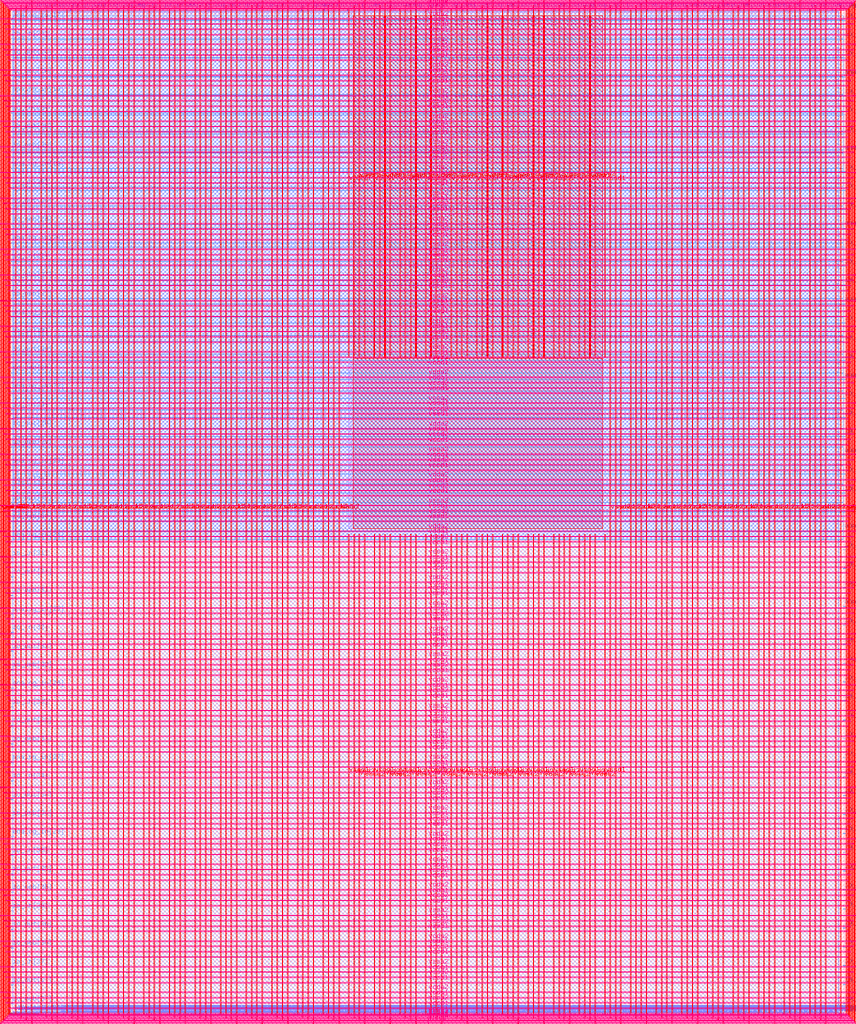
<source format=lef>
VERSION 5.7 ;
  NOWIREEXTENSIONATPIN ON ;
  DIVIDERCHAR "/" ;
  BUSBITCHARS "[]" ;
MACRO user_project_wrapper
  CLASS BLOCK ;
  FOREIGN user_project_wrapper ;
  ORIGIN 0.000 0.000 ;
  SIZE 2920.000 BY 3520.000 ;
  PIN analog_io[0]
    DIRECTION INOUT ;
    USE SIGNAL ;
    PORT
      LAYER met3 ;
        RECT 2917.600 1426.380 2924.800 1427.580 ;
    END
  END analog_io[0]
  PIN analog_io[10]
    DIRECTION INOUT ;
    USE SIGNAL ;
    PORT
      LAYER met2 ;
        RECT 2230.490 3517.600 2231.050 3524.800 ;
    END
  END analog_io[10]
  PIN analog_io[11]
    DIRECTION INOUT ;
    USE SIGNAL ;
    PORT
      LAYER met2 ;
        RECT 1905.730 3517.600 1906.290 3524.800 ;
    END
  END analog_io[11]
  PIN analog_io[12]
    DIRECTION INOUT ;
    USE SIGNAL ;
    PORT
      LAYER met2 ;
        RECT 1581.430 3517.600 1581.990 3524.800 ;
    END
  END analog_io[12]
  PIN analog_io[13]
    DIRECTION INOUT ;
    USE SIGNAL ;
    PORT
      LAYER met2 ;
        RECT 1257.130 3517.600 1257.690 3524.800 ;
    END
  END analog_io[13]
  PIN analog_io[14]
    DIRECTION INOUT ;
    USE SIGNAL ;
    PORT
      LAYER met2 ;
        RECT 932.370 3517.600 932.930 3524.800 ;
    END
  END analog_io[14]
  PIN analog_io[15]
    DIRECTION INOUT ;
    USE SIGNAL ;
    PORT
      LAYER met2 ;
        RECT 608.070 3517.600 608.630 3524.800 ;
    END
  END analog_io[15]
  PIN analog_io[16]
    DIRECTION INOUT ;
    USE SIGNAL ;
    PORT
      LAYER met2 ;
        RECT 283.770 3517.600 284.330 3524.800 ;
    END
  END analog_io[16]
  PIN analog_io[17]
    DIRECTION INOUT ;
    USE SIGNAL ;
    PORT
      LAYER met3 ;
        RECT -4.800 3486.100 2.400 3487.300 ;
    END
  END analog_io[17]
  PIN analog_io[18]
    DIRECTION INOUT ;
    USE SIGNAL ;
    PORT
      LAYER met3 ;
        RECT -4.800 3224.980 2.400 3226.180 ;
    END
  END analog_io[18]
  PIN analog_io[19]
    DIRECTION INOUT ;
    USE SIGNAL ;
    PORT
      LAYER met3 ;
        RECT -4.800 2964.540 2.400 2965.740 ;
    END
  END analog_io[19]
  PIN analog_io[1]
    DIRECTION INOUT ;
    USE SIGNAL ;
    PORT
      LAYER met3 ;
        RECT 2917.600 1692.260 2924.800 1693.460 ;
    END
  END analog_io[1]
  PIN analog_io[20]
    DIRECTION INOUT ;
    USE SIGNAL ;
    PORT
      LAYER met3 ;
        RECT -4.800 2703.420 2.400 2704.620 ;
    END
  END analog_io[20]
  PIN analog_io[21]
    DIRECTION INOUT ;
    USE SIGNAL ;
    PORT
      LAYER met3 ;
        RECT -4.800 2442.980 2.400 2444.180 ;
    END
  END analog_io[21]
  PIN analog_io[22]
    DIRECTION INOUT ;
    USE SIGNAL ;
    PORT
      LAYER met3 ;
        RECT -4.800 2182.540 2.400 2183.740 ;
    END
  END analog_io[22]
  PIN analog_io[23]
    DIRECTION INOUT ;
    USE SIGNAL ;
    PORT
      LAYER met3 ;
        RECT -4.800 1921.420 2.400 1922.620 ;
    END
  END analog_io[23]
  PIN analog_io[24]
    DIRECTION INOUT ;
    USE SIGNAL ;
    PORT
      LAYER met3 ;
        RECT -4.800 1660.980 2.400 1662.180 ;
    END
  END analog_io[24]
  PIN analog_io[25]
    DIRECTION INOUT ;
    USE SIGNAL ;
    PORT
      LAYER met3 ;
        RECT -4.800 1399.860 2.400 1401.060 ;
    END
  END analog_io[25]
  PIN analog_io[26]
    DIRECTION INOUT ;
    USE SIGNAL ;
    PORT
      LAYER met3 ;
        RECT -4.800 1139.420 2.400 1140.620 ;
    END
  END analog_io[26]
  PIN analog_io[27]
    DIRECTION INOUT ;
    USE SIGNAL ;
    PORT
      LAYER met3 ;
        RECT -4.800 878.980 2.400 880.180 ;
    END
  END analog_io[27]
  PIN analog_io[28]
    DIRECTION INOUT ;
    USE SIGNAL ;
    PORT
      LAYER met3 ;
        RECT -4.800 617.860 2.400 619.060 ;
    END
  END analog_io[28]
  PIN analog_io[2]
    DIRECTION INOUT ;
    USE SIGNAL ;
    PORT
      LAYER met3 ;
        RECT 2917.600 1958.140 2924.800 1959.340 ;
    END
  END analog_io[2]
  PIN analog_io[3]
    DIRECTION INOUT ;
    USE SIGNAL ;
    PORT
      LAYER met3 ;
        RECT 2917.600 2223.340 2924.800 2224.540 ;
    END
  END analog_io[3]
  PIN analog_io[4]
    DIRECTION INOUT ;
    USE SIGNAL ;
    PORT
      LAYER met3 ;
        RECT 2917.600 2489.220 2924.800 2490.420 ;
    END
  END analog_io[4]
  PIN analog_io[5]
    DIRECTION INOUT ;
    USE SIGNAL ;
    PORT
      LAYER met3 ;
        RECT 2917.600 2755.100 2924.800 2756.300 ;
    END
  END analog_io[5]
  PIN analog_io[6]
    DIRECTION INOUT ;
    USE SIGNAL ;
    PORT
      LAYER met3 ;
        RECT 2917.600 3020.300 2924.800 3021.500 ;
    END
  END analog_io[6]
  PIN analog_io[7]
    DIRECTION INOUT ;
    USE SIGNAL ;
    PORT
      LAYER met3 ;
        RECT 2917.600 3286.180 2924.800 3287.380 ;
    END
  END analog_io[7]
  PIN analog_io[8]
    DIRECTION INOUT ;
    USE SIGNAL ;
    PORT
      LAYER met2 ;
        RECT 2879.090 3517.600 2879.650 3524.800 ;
    END
  END analog_io[8]
  PIN analog_io[9]
    DIRECTION INOUT ;
    USE SIGNAL ;
    PORT
      LAYER met2 ;
        RECT 2554.790 3517.600 2555.350 3524.800 ;
    END
  END analog_io[9]
  PIN io_in[0]
    DIRECTION INPUT ;
    USE SIGNAL ;
    PORT
      LAYER met3 ;
        RECT 2917.600 32.380 2924.800 33.580 ;
    END
  END io_in[0]
  PIN io_in[10]
    DIRECTION INPUT ;
    USE SIGNAL ;
    PORT
      LAYER met3 ;
        RECT 2917.600 2289.980 2924.800 2291.180 ;
    END
  END io_in[10]
  PIN io_in[11]
    DIRECTION INPUT ;
    USE SIGNAL ;
    PORT
      LAYER met3 ;
        RECT 2917.600 2555.860 2924.800 2557.060 ;
    END
  END io_in[11]
  PIN io_in[12]
    DIRECTION INPUT ;
    USE SIGNAL ;
    PORT
      LAYER met3 ;
        RECT 2917.600 2821.060 2924.800 2822.260 ;
    END
  END io_in[12]
  PIN io_in[13]
    DIRECTION INPUT ;
    USE SIGNAL ;
    PORT
      LAYER met3 ;
        RECT 2917.600 3086.940 2924.800 3088.140 ;
    END
  END io_in[13]
  PIN io_in[14]
    DIRECTION INPUT ;
    USE SIGNAL ;
    PORT
      LAYER met3 ;
        RECT 2917.600 3352.820 2924.800 3354.020 ;
    END
  END io_in[14]
  PIN io_in[15]
    DIRECTION INPUT ;
    USE SIGNAL ;
    PORT
      LAYER met2 ;
        RECT 2798.130 3517.600 2798.690 3524.800 ;
    END
  END io_in[15]
  PIN io_in[16]
    DIRECTION INPUT ;
    USE SIGNAL ;
    PORT
      LAYER met2 ;
        RECT 2473.830 3517.600 2474.390 3524.800 ;
    END
  END io_in[16]
  PIN io_in[17]
    DIRECTION INPUT ;
    USE SIGNAL ;
    PORT
      LAYER met2 ;
        RECT 2149.070 3517.600 2149.630 3524.800 ;
    END
  END io_in[17]
  PIN io_in[18]
    DIRECTION INPUT ;
    USE SIGNAL ;
    PORT
      LAYER met2 ;
        RECT 1824.770 3517.600 1825.330 3524.800 ;
    END
  END io_in[18]
  PIN io_in[19]
    DIRECTION INPUT ;
    USE SIGNAL ;
    PORT
      LAYER met2 ;
        RECT 1500.470 3517.600 1501.030 3524.800 ;
    END
  END io_in[19]
  PIN io_in[1]
    DIRECTION INPUT ;
    USE SIGNAL ;
    PORT
      LAYER met3 ;
        RECT 2917.600 230.940 2924.800 232.140 ;
    END
  END io_in[1]
  PIN io_in[20]
    DIRECTION INPUT ;
    USE SIGNAL ;
    PORT
      LAYER met2 ;
        RECT 1175.710 3517.600 1176.270 3524.800 ;
    END
  END io_in[20]
  PIN io_in[21]
    DIRECTION INPUT ;
    USE SIGNAL ;
    PORT
      LAYER met2 ;
        RECT 851.410 3517.600 851.970 3524.800 ;
    END
  END io_in[21]
  PIN io_in[22]
    DIRECTION INPUT ;
    USE SIGNAL ;
    PORT
      LAYER met2 ;
        RECT 527.110 3517.600 527.670 3524.800 ;
    END
  END io_in[22]
  PIN io_in[23]
    DIRECTION INPUT ;
    USE SIGNAL ;
    PORT
      LAYER met2 ;
        RECT 202.350 3517.600 202.910 3524.800 ;
    END
  END io_in[23]
  PIN io_in[24]
    DIRECTION INPUT ;
    USE SIGNAL ;
    PORT
      LAYER met3 ;
        RECT -4.800 3420.820 2.400 3422.020 ;
    END
  END io_in[24]
  PIN io_in[25]
    DIRECTION INPUT ;
    USE SIGNAL ;
    PORT
      LAYER met3 ;
        RECT -4.800 3159.700 2.400 3160.900 ;
    END
  END io_in[25]
  PIN io_in[26]
    DIRECTION INPUT ;
    USE SIGNAL ;
    PORT
      LAYER met3 ;
        RECT -4.800 2899.260 2.400 2900.460 ;
    END
  END io_in[26]
  PIN io_in[27]
    DIRECTION INPUT ;
    USE SIGNAL ;
    PORT
      LAYER met3 ;
        RECT -4.800 2638.820 2.400 2640.020 ;
    END
  END io_in[27]
  PIN io_in[28]
    DIRECTION INPUT ;
    USE SIGNAL ;
    PORT
      LAYER met3 ;
        RECT -4.800 2377.700 2.400 2378.900 ;
    END
  END io_in[28]
  PIN io_in[29]
    DIRECTION INPUT ;
    USE SIGNAL ;
    PORT
      LAYER met3 ;
        RECT -4.800 2117.260 2.400 2118.460 ;
    END
  END io_in[29]
  PIN io_in[2]
    DIRECTION INPUT ;
    USE SIGNAL ;
    PORT
      LAYER met3 ;
        RECT 2917.600 430.180 2924.800 431.380 ;
    END
  END io_in[2]
  PIN io_in[30]
    DIRECTION INPUT ;
    USE SIGNAL ;
    PORT
      LAYER met3 ;
        RECT -4.800 1856.140 2.400 1857.340 ;
    END
  END io_in[30]
  PIN io_in[31]
    DIRECTION INPUT ;
    USE SIGNAL ;
    PORT
      LAYER met3 ;
        RECT -4.800 1595.700 2.400 1596.900 ;
    END
  END io_in[31]
  PIN io_in[32]
    DIRECTION INPUT ;
    USE SIGNAL ;
    PORT
      LAYER met3 ;
        RECT -4.800 1335.260 2.400 1336.460 ;
    END
  END io_in[32]
  PIN io_in[33]
    DIRECTION INPUT ;
    USE SIGNAL ;
    PORT
      LAYER met3 ;
        RECT -4.800 1074.140 2.400 1075.340 ;
    END
  END io_in[33]
  PIN io_in[34]
    DIRECTION INPUT ;
    USE SIGNAL ;
    PORT
      LAYER met3 ;
        RECT -4.800 813.700 2.400 814.900 ;
    END
  END io_in[34]
  PIN io_in[35]
    DIRECTION INPUT ;
    USE SIGNAL ;
    PORT
      LAYER met3 ;
        RECT -4.800 552.580 2.400 553.780 ;
    END
  END io_in[35]
  PIN io_in[36]
    DIRECTION INPUT ;
    USE SIGNAL ;
    PORT
      LAYER met3 ;
        RECT -4.800 357.420 2.400 358.620 ;
    END
  END io_in[36]
  PIN io_in[37]
    DIRECTION INPUT ;
    USE SIGNAL ;
    PORT
      LAYER met3 ;
        RECT -4.800 161.580 2.400 162.780 ;
    END
  END io_in[37]
  PIN io_in[3]
    DIRECTION INPUT ;
    USE SIGNAL ;
    PORT
      LAYER met3 ;
        RECT 2917.600 629.420 2924.800 630.620 ;
    END
  END io_in[3]
  PIN io_in[4]
    DIRECTION INPUT ;
    USE SIGNAL ;
    PORT
      LAYER met3 ;
        RECT 2917.600 828.660 2924.800 829.860 ;
    END
  END io_in[4]
  PIN io_in[5]
    DIRECTION INPUT ;
    USE SIGNAL ;
    PORT
      LAYER met3 ;
        RECT 2917.600 1027.900 2924.800 1029.100 ;
    END
  END io_in[5]
  PIN io_in[6]
    DIRECTION INPUT ;
    USE SIGNAL ;
    PORT
      LAYER met3 ;
        RECT 2917.600 1227.140 2924.800 1228.340 ;
    END
  END io_in[6]
  PIN io_in[7]
    DIRECTION INPUT ;
    USE SIGNAL ;
    PORT
      LAYER met3 ;
        RECT 2917.600 1493.020 2924.800 1494.220 ;
    END
  END io_in[7]
  PIN io_in[8]
    DIRECTION INPUT ;
    USE SIGNAL ;
    PORT
      LAYER met3 ;
        RECT 2917.600 1758.900 2924.800 1760.100 ;
    END
  END io_in[8]
  PIN io_in[9]
    DIRECTION INPUT ;
    USE SIGNAL ;
    PORT
      LAYER met3 ;
        RECT 2917.600 2024.100 2924.800 2025.300 ;
    END
  END io_in[9]
  PIN io_oeb[0]
    DIRECTION OUTPUT TRISTATE ;
    USE SIGNAL ;
    PORT
      LAYER met3 ;
        RECT 2917.600 164.980 2924.800 166.180 ;
    END
  END io_oeb[0]
  PIN io_oeb[10]
    DIRECTION OUTPUT TRISTATE ;
    USE SIGNAL ;
    PORT
      LAYER met3 ;
        RECT 2917.600 2422.580 2924.800 2423.780 ;
    END
  END io_oeb[10]
  PIN io_oeb[11]
    DIRECTION OUTPUT TRISTATE ;
    USE SIGNAL ;
    PORT
      LAYER met3 ;
        RECT 2917.600 2688.460 2924.800 2689.660 ;
    END
  END io_oeb[11]
  PIN io_oeb[12]
    DIRECTION OUTPUT TRISTATE ;
    USE SIGNAL ;
    PORT
      LAYER met3 ;
        RECT 2917.600 2954.340 2924.800 2955.540 ;
    END
  END io_oeb[12]
  PIN io_oeb[13]
    DIRECTION OUTPUT TRISTATE ;
    USE SIGNAL ;
    PORT
      LAYER met3 ;
        RECT 2917.600 3219.540 2924.800 3220.740 ;
    END
  END io_oeb[13]
  PIN io_oeb[14]
    DIRECTION OUTPUT TRISTATE ;
    USE SIGNAL ;
    PORT
      LAYER met3 ;
        RECT 2917.600 3485.420 2924.800 3486.620 ;
    END
  END io_oeb[14]
  PIN io_oeb[15]
    DIRECTION OUTPUT TRISTATE ;
    USE SIGNAL ;
    PORT
      LAYER met2 ;
        RECT 2635.750 3517.600 2636.310 3524.800 ;
    END
  END io_oeb[15]
  PIN io_oeb[16]
    DIRECTION OUTPUT TRISTATE ;
    USE SIGNAL ;
    PORT
      LAYER met2 ;
        RECT 2311.450 3517.600 2312.010 3524.800 ;
    END
  END io_oeb[16]
  PIN io_oeb[17]
    DIRECTION OUTPUT TRISTATE ;
    USE SIGNAL ;
    PORT
      LAYER met2 ;
        RECT 1987.150 3517.600 1987.710 3524.800 ;
    END
  END io_oeb[17]
  PIN io_oeb[18]
    DIRECTION OUTPUT TRISTATE ;
    USE SIGNAL ;
    PORT
      LAYER met2 ;
        RECT 1662.390 3517.600 1662.950 3524.800 ;
    END
  END io_oeb[18]
  PIN io_oeb[19]
    DIRECTION OUTPUT TRISTATE ;
    USE SIGNAL ;
    PORT
      LAYER met2 ;
        RECT 1338.090 3517.600 1338.650 3524.800 ;
    END
  END io_oeb[19]
  PIN io_oeb[1]
    DIRECTION OUTPUT TRISTATE ;
    USE SIGNAL ;
    PORT
      LAYER met3 ;
        RECT 2917.600 364.220 2924.800 365.420 ;
    END
  END io_oeb[1]
  PIN io_oeb[20]
    DIRECTION OUTPUT TRISTATE ;
    USE SIGNAL ;
    PORT
      LAYER met2 ;
        RECT 1013.790 3517.600 1014.350 3524.800 ;
    END
  END io_oeb[20]
  PIN io_oeb[21]
    DIRECTION OUTPUT TRISTATE ;
    USE SIGNAL ;
    PORT
      LAYER met2 ;
        RECT 689.030 3517.600 689.590 3524.800 ;
    END
  END io_oeb[21]
  PIN io_oeb[22]
    DIRECTION OUTPUT TRISTATE ;
    USE SIGNAL ;
    PORT
      LAYER met2 ;
        RECT 364.730 3517.600 365.290 3524.800 ;
    END
  END io_oeb[22]
  PIN io_oeb[23]
    DIRECTION OUTPUT TRISTATE ;
    USE SIGNAL ;
    PORT
      LAYER met2 ;
        RECT 40.430 3517.600 40.990 3524.800 ;
    END
  END io_oeb[23]
  PIN io_oeb[24]
    DIRECTION OUTPUT TRISTATE ;
    USE SIGNAL ;
    PORT
      LAYER met3 ;
        RECT -4.800 3290.260 2.400 3291.460 ;
    END
  END io_oeb[24]
  PIN io_oeb[25]
    DIRECTION OUTPUT TRISTATE ;
    USE SIGNAL ;
    PORT
      LAYER met3 ;
        RECT -4.800 3029.820 2.400 3031.020 ;
    END
  END io_oeb[25]
  PIN io_oeb[26]
    DIRECTION OUTPUT TRISTATE ;
    USE SIGNAL ;
    PORT
      LAYER met3 ;
        RECT -4.800 2768.700 2.400 2769.900 ;
    END
  END io_oeb[26]
  PIN io_oeb[27]
    DIRECTION OUTPUT TRISTATE ;
    USE SIGNAL ;
    PORT
      LAYER met3 ;
        RECT -4.800 2508.260 2.400 2509.460 ;
    END
  END io_oeb[27]
  PIN io_oeb[28]
    DIRECTION OUTPUT TRISTATE ;
    USE SIGNAL ;
    PORT
      LAYER met3 ;
        RECT -4.800 2247.140 2.400 2248.340 ;
    END
  END io_oeb[28]
  PIN io_oeb[29]
    DIRECTION OUTPUT TRISTATE ;
    USE SIGNAL ;
    PORT
      LAYER met3 ;
        RECT -4.800 1986.700 2.400 1987.900 ;
    END
  END io_oeb[29]
  PIN io_oeb[2]
    DIRECTION OUTPUT TRISTATE ;
    USE SIGNAL ;
    PORT
      LAYER met3 ;
        RECT 2917.600 563.460 2924.800 564.660 ;
    END
  END io_oeb[2]
  PIN io_oeb[30]
    DIRECTION OUTPUT TRISTATE ;
    USE SIGNAL ;
    PORT
      LAYER met3 ;
        RECT -4.800 1726.260 2.400 1727.460 ;
    END
  END io_oeb[30]
  PIN io_oeb[31]
    DIRECTION OUTPUT TRISTATE ;
    USE SIGNAL ;
    PORT
      LAYER met3 ;
        RECT -4.800 1465.140 2.400 1466.340 ;
    END
  END io_oeb[31]
  PIN io_oeb[32]
    DIRECTION OUTPUT TRISTATE ;
    USE SIGNAL ;
    PORT
      LAYER met3 ;
        RECT -4.800 1204.700 2.400 1205.900 ;
    END
  END io_oeb[32]
  PIN io_oeb[33]
    DIRECTION OUTPUT TRISTATE ;
    USE SIGNAL ;
    PORT
      LAYER met3 ;
        RECT -4.800 943.580 2.400 944.780 ;
    END
  END io_oeb[33]
  PIN io_oeb[34]
    DIRECTION OUTPUT TRISTATE ;
    USE SIGNAL ;
    PORT
      LAYER met3 ;
        RECT -4.800 683.140 2.400 684.340 ;
    END
  END io_oeb[34]
  PIN io_oeb[35]
    DIRECTION OUTPUT TRISTATE ;
    USE SIGNAL ;
    PORT
      LAYER met3 ;
        RECT -4.800 422.700 2.400 423.900 ;
    END
  END io_oeb[35]
  PIN io_oeb[36]
    DIRECTION OUTPUT TRISTATE ;
    USE SIGNAL ;
    PORT
      LAYER met3 ;
        RECT -4.800 226.860 2.400 228.060 ;
    END
  END io_oeb[36]
  PIN io_oeb[37]
    DIRECTION OUTPUT TRISTATE ;
    USE SIGNAL ;
    PORT
      LAYER met3 ;
        RECT -4.800 31.700 2.400 32.900 ;
    END
  END io_oeb[37]
  PIN io_oeb[3]
    DIRECTION OUTPUT TRISTATE ;
    USE SIGNAL ;
    PORT
      LAYER met3 ;
        RECT 2917.600 762.700 2924.800 763.900 ;
    END
  END io_oeb[3]
  PIN io_oeb[4]
    DIRECTION OUTPUT TRISTATE ;
    USE SIGNAL ;
    PORT
      LAYER met3 ;
        RECT 2917.600 961.940 2924.800 963.140 ;
    END
  END io_oeb[4]
  PIN io_oeb[5]
    DIRECTION OUTPUT TRISTATE ;
    USE SIGNAL ;
    PORT
      LAYER met3 ;
        RECT 2917.600 1161.180 2924.800 1162.380 ;
    END
  END io_oeb[5]
  PIN io_oeb[6]
    DIRECTION OUTPUT TRISTATE ;
    USE SIGNAL ;
    PORT
      LAYER met3 ;
        RECT 2917.600 1360.420 2924.800 1361.620 ;
    END
  END io_oeb[6]
  PIN io_oeb[7]
    DIRECTION OUTPUT TRISTATE ;
    USE SIGNAL ;
    PORT
      LAYER met3 ;
        RECT 2917.600 1625.620 2924.800 1626.820 ;
    END
  END io_oeb[7]
  PIN io_oeb[8]
    DIRECTION OUTPUT TRISTATE ;
    USE SIGNAL ;
    PORT
      LAYER met3 ;
        RECT 2917.600 1891.500 2924.800 1892.700 ;
    END
  END io_oeb[8]
  PIN io_oeb[9]
    DIRECTION OUTPUT TRISTATE ;
    USE SIGNAL ;
    PORT
      LAYER met3 ;
        RECT 2917.600 2157.380 2924.800 2158.580 ;
    END
  END io_oeb[9]
  PIN io_out[0]
    DIRECTION OUTPUT TRISTATE ;
    USE SIGNAL ;
    PORT
      LAYER met3 ;
        RECT 2917.600 98.340 2924.800 99.540 ;
    END
  END io_out[0]
  PIN io_out[10]
    DIRECTION OUTPUT TRISTATE ;
    USE SIGNAL ;
    PORT
      LAYER met3 ;
        RECT 2917.600 2356.620 2924.800 2357.820 ;
    END
  END io_out[10]
  PIN io_out[11]
    DIRECTION OUTPUT TRISTATE ;
    USE SIGNAL ;
    PORT
      LAYER met3 ;
        RECT 2917.600 2621.820 2924.800 2623.020 ;
    END
  END io_out[11]
  PIN io_out[12]
    DIRECTION OUTPUT TRISTATE ;
    USE SIGNAL ;
    PORT
      LAYER met3 ;
        RECT 2917.600 2887.700 2924.800 2888.900 ;
    END
  END io_out[12]
  PIN io_out[13]
    DIRECTION OUTPUT TRISTATE ;
    USE SIGNAL ;
    PORT
      LAYER met3 ;
        RECT 2917.600 3153.580 2924.800 3154.780 ;
    END
  END io_out[13]
  PIN io_out[14]
    DIRECTION OUTPUT TRISTATE ;
    USE SIGNAL ;
    PORT
      LAYER met3 ;
        RECT 2917.600 3418.780 2924.800 3419.980 ;
    END
  END io_out[14]
  PIN io_out[15]
    DIRECTION OUTPUT TRISTATE ;
    USE SIGNAL ;
    PORT
      LAYER met2 ;
        RECT 2717.170 3517.600 2717.730 3524.800 ;
    END
  END io_out[15]
  PIN io_out[16]
    DIRECTION OUTPUT TRISTATE ;
    USE SIGNAL ;
    PORT
      LAYER met2 ;
        RECT 2392.410 3517.600 2392.970 3524.800 ;
    END
  END io_out[16]
  PIN io_out[17]
    DIRECTION OUTPUT TRISTATE ;
    USE SIGNAL ;
    PORT
      LAYER met2 ;
        RECT 2068.110 3517.600 2068.670 3524.800 ;
    END
  END io_out[17]
  PIN io_out[18]
    DIRECTION OUTPUT TRISTATE ;
    USE SIGNAL ;
    PORT
      LAYER met2 ;
        RECT 1743.810 3517.600 1744.370 3524.800 ;
    END
  END io_out[18]
  PIN io_out[19]
    DIRECTION OUTPUT TRISTATE ;
    USE SIGNAL ;
    PORT
      LAYER met2 ;
        RECT 1419.050 3517.600 1419.610 3524.800 ;
    END
  END io_out[19]
  PIN io_out[1]
    DIRECTION OUTPUT TRISTATE ;
    USE SIGNAL ;
    PORT
      LAYER met3 ;
        RECT 2917.600 297.580 2924.800 298.780 ;
    END
  END io_out[1]
  PIN io_out[20]
    DIRECTION OUTPUT TRISTATE ;
    USE SIGNAL ;
    PORT
      LAYER met2 ;
        RECT 1094.750 3517.600 1095.310 3524.800 ;
    END
  END io_out[20]
  PIN io_out[21]
    DIRECTION OUTPUT TRISTATE ;
    USE SIGNAL ;
    PORT
      LAYER met2 ;
        RECT 770.450 3517.600 771.010 3524.800 ;
    END
  END io_out[21]
  PIN io_out[22]
    DIRECTION OUTPUT TRISTATE ;
    USE SIGNAL ;
    PORT
      LAYER met2 ;
        RECT 445.690 3517.600 446.250 3524.800 ;
    END
  END io_out[22]
  PIN io_out[23]
    DIRECTION OUTPUT TRISTATE ;
    USE SIGNAL ;
    PORT
      LAYER met2 ;
        RECT 121.390 3517.600 121.950 3524.800 ;
    END
  END io_out[23]
  PIN io_out[24]
    DIRECTION OUTPUT TRISTATE ;
    USE SIGNAL ;
    PORT
      LAYER met3 ;
        RECT -4.800 3355.540 2.400 3356.740 ;
    END
  END io_out[24]
  PIN io_out[25]
    DIRECTION OUTPUT TRISTATE ;
    USE SIGNAL ;
    PORT
      LAYER met3 ;
        RECT -4.800 3095.100 2.400 3096.300 ;
    END
  END io_out[25]
  PIN io_out[26]
    DIRECTION OUTPUT TRISTATE ;
    USE SIGNAL ;
    PORT
      LAYER met3 ;
        RECT -4.800 2833.980 2.400 2835.180 ;
    END
  END io_out[26]
  PIN io_out[27]
    DIRECTION OUTPUT TRISTATE ;
    USE SIGNAL ;
    PORT
      LAYER met3 ;
        RECT -4.800 2573.540 2.400 2574.740 ;
    END
  END io_out[27]
  PIN io_out[28]
    DIRECTION OUTPUT TRISTATE ;
    USE SIGNAL ;
    PORT
      LAYER met3 ;
        RECT -4.800 2312.420 2.400 2313.620 ;
    END
  END io_out[28]
  PIN io_out[29]
    DIRECTION OUTPUT TRISTATE ;
    USE SIGNAL ;
    PORT
      LAYER met3 ;
        RECT -4.800 2051.980 2.400 2053.180 ;
    END
  END io_out[29]
  PIN io_out[2]
    DIRECTION OUTPUT TRISTATE ;
    USE SIGNAL ;
    PORT
      LAYER met3 ;
        RECT 2917.600 496.820 2924.800 498.020 ;
    END
  END io_out[2]
  PIN io_out[30]
    DIRECTION OUTPUT TRISTATE ;
    USE SIGNAL ;
    PORT
      LAYER met3 ;
        RECT -4.800 1791.540 2.400 1792.740 ;
    END
  END io_out[30]
  PIN io_out[31]
    DIRECTION OUTPUT TRISTATE ;
    USE SIGNAL ;
    PORT
      LAYER met3 ;
        RECT -4.800 1530.420 2.400 1531.620 ;
    END
  END io_out[31]
  PIN io_out[32]
    DIRECTION OUTPUT TRISTATE ;
    USE SIGNAL ;
    PORT
      LAYER met3 ;
        RECT -4.800 1269.980 2.400 1271.180 ;
    END
  END io_out[32]
  PIN io_out[33]
    DIRECTION OUTPUT TRISTATE ;
    USE SIGNAL ;
    PORT
      LAYER met3 ;
        RECT -4.800 1008.860 2.400 1010.060 ;
    END
  END io_out[33]
  PIN io_out[34]
    DIRECTION OUTPUT TRISTATE ;
    USE SIGNAL ;
    PORT
      LAYER met3 ;
        RECT -4.800 748.420 2.400 749.620 ;
    END
  END io_out[34]
  PIN io_out[35]
    DIRECTION OUTPUT TRISTATE ;
    USE SIGNAL ;
    PORT
      LAYER met3 ;
        RECT -4.800 487.300 2.400 488.500 ;
    END
  END io_out[35]
  PIN io_out[36]
    DIRECTION OUTPUT TRISTATE ;
    USE SIGNAL ;
    PORT
      LAYER met3 ;
        RECT -4.800 292.140 2.400 293.340 ;
    END
  END io_out[36]
  PIN io_out[37]
    DIRECTION OUTPUT TRISTATE ;
    USE SIGNAL ;
    PORT
      LAYER met3 ;
        RECT -4.800 96.300 2.400 97.500 ;
    END
  END io_out[37]
  PIN io_out[3]
    DIRECTION OUTPUT TRISTATE ;
    USE SIGNAL ;
    PORT
      LAYER met3 ;
        RECT 2917.600 696.060 2924.800 697.260 ;
    END
  END io_out[3]
  PIN io_out[4]
    DIRECTION OUTPUT TRISTATE ;
    USE SIGNAL ;
    PORT
      LAYER met3 ;
        RECT 2917.600 895.300 2924.800 896.500 ;
    END
  END io_out[4]
  PIN io_out[5]
    DIRECTION OUTPUT TRISTATE ;
    USE SIGNAL ;
    PORT
      LAYER met3 ;
        RECT 2917.600 1094.540 2924.800 1095.740 ;
    END
  END io_out[5]
  PIN io_out[6]
    DIRECTION OUTPUT TRISTATE ;
    USE SIGNAL ;
    PORT
      LAYER met3 ;
        RECT 2917.600 1293.780 2924.800 1294.980 ;
    END
  END io_out[6]
  PIN io_out[7]
    DIRECTION OUTPUT TRISTATE ;
    USE SIGNAL ;
    PORT
      LAYER met3 ;
        RECT 2917.600 1559.660 2924.800 1560.860 ;
    END
  END io_out[7]
  PIN io_out[8]
    DIRECTION OUTPUT TRISTATE ;
    USE SIGNAL ;
    PORT
      LAYER met3 ;
        RECT 2917.600 1824.860 2924.800 1826.060 ;
    END
  END io_out[8]
  PIN io_out[9]
    DIRECTION OUTPUT TRISTATE ;
    USE SIGNAL ;
    PORT
      LAYER met3 ;
        RECT 2917.600 2090.740 2924.800 2091.940 ;
    END
  END io_out[9]
  PIN la_data_in[0]
    DIRECTION INPUT ;
    USE SIGNAL ;
    PORT
      LAYER met2 ;
        RECT 629.230 -4.800 629.790 2.400 ;
    END
  END la_data_in[0]
  PIN la_data_in[100]
    DIRECTION INPUT ;
    USE SIGNAL ;
    PORT
      LAYER met2 ;
        RECT 2402.530 -4.800 2403.090 2.400 ;
    END
  END la_data_in[100]
  PIN la_data_in[101]
    DIRECTION INPUT ;
    USE SIGNAL ;
    PORT
      LAYER met2 ;
        RECT 2420.010 -4.800 2420.570 2.400 ;
    END
  END la_data_in[101]
  PIN la_data_in[102]
    DIRECTION INPUT ;
    USE SIGNAL ;
    PORT
      LAYER met2 ;
        RECT 2437.950 -4.800 2438.510 2.400 ;
    END
  END la_data_in[102]
  PIN la_data_in[103]
    DIRECTION INPUT ;
    USE SIGNAL ;
    PORT
      LAYER met2 ;
        RECT 2455.430 -4.800 2455.990 2.400 ;
    END
  END la_data_in[103]
  PIN la_data_in[104]
    DIRECTION INPUT ;
    USE SIGNAL ;
    PORT
      LAYER met2 ;
        RECT 2473.370 -4.800 2473.930 2.400 ;
    END
  END la_data_in[104]
  PIN la_data_in[105]
    DIRECTION INPUT ;
    USE SIGNAL ;
    PORT
      LAYER met2 ;
        RECT 2490.850 -4.800 2491.410 2.400 ;
    END
  END la_data_in[105]
  PIN la_data_in[106]
    DIRECTION INPUT ;
    USE SIGNAL ;
    PORT
      LAYER met2 ;
        RECT 2508.790 -4.800 2509.350 2.400 ;
    END
  END la_data_in[106]
  PIN la_data_in[107]
    DIRECTION INPUT ;
    USE SIGNAL ;
    PORT
      LAYER met2 ;
        RECT 2526.730 -4.800 2527.290 2.400 ;
    END
  END la_data_in[107]
  PIN la_data_in[108]
    DIRECTION INPUT ;
    USE SIGNAL ;
    PORT
      LAYER met2 ;
        RECT 2544.210 -4.800 2544.770 2.400 ;
    END
  END la_data_in[108]
  PIN la_data_in[109]
    DIRECTION INPUT ;
    USE SIGNAL ;
    PORT
      LAYER met2 ;
        RECT 2562.150 -4.800 2562.710 2.400 ;
    END
  END la_data_in[109]
  PIN la_data_in[10]
    DIRECTION INPUT ;
    USE SIGNAL ;
    PORT
      LAYER met2 ;
        RECT 806.330 -4.800 806.890 2.400 ;
    END
  END la_data_in[10]
  PIN la_data_in[110]
    DIRECTION INPUT ;
    USE SIGNAL ;
    PORT
      LAYER met2 ;
        RECT 2579.630 -4.800 2580.190 2.400 ;
    END
  END la_data_in[110]
  PIN la_data_in[111]
    DIRECTION INPUT ;
    USE SIGNAL ;
    PORT
      LAYER met2 ;
        RECT 2597.570 -4.800 2598.130 2.400 ;
    END
  END la_data_in[111]
  PIN la_data_in[112]
    DIRECTION INPUT ;
    USE SIGNAL ;
    PORT
      LAYER met2 ;
        RECT 2615.050 -4.800 2615.610 2.400 ;
    END
  END la_data_in[112]
  PIN la_data_in[113]
    DIRECTION INPUT ;
    USE SIGNAL ;
    PORT
      LAYER met2 ;
        RECT 2632.990 -4.800 2633.550 2.400 ;
    END
  END la_data_in[113]
  PIN la_data_in[114]
    DIRECTION INPUT ;
    USE SIGNAL ;
    PORT
      LAYER met2 ;
        RECT 2650.470 -4.800 2651.030 2.400 ;
    END
  END la_data_in[114]
  PIN la_data_in[115]
    DIRECTION INPUT ;
    USE SIGNAL ;
    PORT
      LAYER met2 ;
        RECT 2668.410 -4.800 2668.970 2.400 ;
    END
  END la_data_in[115]
  PIN la_data_in[116]
    DIRECTION INPUT ;
    USE SIGNAL ;
    PORT
      LAYER met2 ;
        RECT 2685.890 -4.800 2686.450 2.400 ;
    END
  END la_data_in[116]
  PIN la_data_in[117]
    DIRECTION INPUT ;
    USE SIGNAL ;
    PORT
      LAYER met2 ;
        RECT 2703.830 -4.800 2704.390 2.400 ;
    END
  END la_data_in[117]
  PIN la_data_in[118]
    DIRECTION INPUT ;
    USE SIGNAL ;
    PORT
      LAYER met2 ;
        RECT 2721.770 -4.800 2722.330 2.400 ;
    END
  END la_data_in[118]
  PIN la_data_in[119]
    DIRECTION INPUT ;
    USE SIGNAL ;
    PORT
      LAYER met2 ;
        RECT 2739.250 -4.800 2739.810 2.400 ;
    END
  END la_data_in[119]
  PIN la_data_in[11]
    DIRECTION INPUT ;
    USE SIGNAL ;
    PORT
      LAYER met2 ;
        RECT 824.270 -4.800 824.830 2.400 ;
    END
  END la_data_in[11]
  PIN la_data_in[120]
    DIRECTION INPUT ;
    USE SIGNAL ;
    PORT
      LAYER met2 ;
        RECT 2757.190 -4.800 2757.750 2.400 ;
    END
  END la_data_in[120]
  PIN la_data_in[121]
    DIRECTION INPUT ;
    USE SIGNAL ;
    PORT
      LAYER met2 ;
        RECT 2774.670 -4.800 2775.230 2.400 ;
    END
  END la_data_in[121]
  PIN la_data_in[122]
    DIRECTION INPUT ;
    USE SIGNAL ;
    PORT
      LAYER met2 ;
        RECT 2792.610 -4.800 2793.170 2.400 ;
    END
  END la_data_in[122]
  PIN la_data_in[123]
    DIRECTION INPUT ;
    USE SIGNAL ;
    PORT
      LAYER met2 ;
        RECT 2810.090 -4.800 2810.650 2.400 ;
    END
  END la_data_in[123]
  PIN la_data_in[124]
    DIRECTION INPUT ;
    USE SIGNAL ;
    PORT
      LAYER met2 ;
        RECT 2828.030 -4.800 2828.590 2.400 ;
    END
  END la_data_in[124]
  PIN la_data_in[125]
    DIRECTION INPUT ;
    USE SIGNAL ;
    PORT
      LAYER met2 ;
        RECT 2845.510 -4.800 2846.070 2.400 ;
    END
  END la_data_in[125]
  PIN la_data_in[126]
    DIRECTION INPUT ;
    USE SIGNAL ;
    PORT
      LAYER met2 ;
        RECT 2863.450 -4.800 2864.010 2.400 ;
    END
  END la_data_in[126]
  PIN la_data_in[127]
    DIRECTION INPUT ;
    USE SIGNAL ;
    PORT
      LAYER met2 ;
        RECT 2881.390 -4.800 2881.950 2.400 ;
    END
  END la_data_in[127]
  PIN la_data_in[12]
    DIRECTION INPUT ;
    USE SIGNAL ;
    PORT
      LAYER met2 ;
        RECT 841.750 -4.800 842.310 2.400 ;
    END
  END la_data_in[12]
  PIN la_data_in[13]
    DIRECTION INPUT ;
    USE SIGNAL ;
    PORT
      LAYER met2 ;
        RECT 859.690 -4.800 860.250 2.400 ;
    END
  END la_data_in[13]
  PIN la_data_in[14]
    DIRECTION INPUT ;
    USE SIGNAL ;
    PORT
      LAYER met2 ;
        RECT 877.170 -4.800 877.730 2.400 ;
    END
  END la_data_in[14]
  PIN la_data_in[15]
    DIRECTION INPUT ;
    USE SIGNAL ;
    PORT
      LAYER met2 ;
        RECT 895.110 -4.800 895.670 2.400 ;
    END
  END la_data_in[15]
  PIN la_data_in[16]
    DIRECTION INPUT ;
    USE SIGNAL ;
    PORT
      LAYER met2 ;
        RECT 912.590 -4.800 913.150 2.400 ;
    END
  END la_data_in[16]
  PIN la_data_in[17]
    DIRECTION INPUT ;
    USE SIGNAL ;
    PORT
      LAYER met2 ;
        RECT 930.530 -4.800 931.090 2.400 ;
    END
  END la_data_in[17]
  PIN la_data_in[18]
    DIRECTION INPUT ;
    USE SIGNAL ;
    PORT
      LAYER met2 ;
        RECT 948.470 -4.800 949.030 2.400 ;
    END
  END la_data_in[18]
  PIN la_data_in[19]
    DIRECTION INPUT ;
    USE SIGNAL ;
    PORT
      LAYER met2 ;
        RECT 965.950 -4.800 966.510 2.400 ;
    END
  END la_data_in[19]
  PIN la_data_in[1]
    DIRECTION INPUT ;
    USE SIGNAL ;
    PORT
      LAYER met2 ;
        RECT 646.710 -4.800 647.270 2.400 ;
    END
  END la_data_in[1]
  PIN la_data_in[20]
    DIRECTION INPUT ;
    USE SIGNAL ;
    PORT
      LAYER met2 ;
        RECT 983.890 -4.800 984.450 2.400 ;
    END
  END la_data_in[20]
  PIN la_data_in[21]
    DIRECTION INPUT ;
    USE SIGNAL ;
    PORT
      LAYER met2 ;
        RECT 1001.370 -4.800 1001.930 2.400 ;
    END
  END la_data_in[21]
  PIN la_data_in[22]
    DIRECTION INPUT ;
    USE SIGNAL ;
    PORT
      LAYER met2 ;
        RECT 1019.310 -4.800 1019.870 2.400 ;
    END
  END la_data_in[22]
  PIN la_data_in[23]
    DIRECTION INPUT ;
    USE SIGNAL ;
    PORT
      LAYER met2 ;
        RECT 1036.790 -4.800 1037.350 2.400 ;
    END
  END la_data_in[23]
  PIN la_data_in[24]
    DIRECTION INPUT ;
    USE SIGNAL ;
    PORT
      LAYER met2 ;
        RECT 1054.730 -4.800 1055.290 2.400 ;
    END
  END la_data_in[24]
  PIN la_data_in[25]
    DIRECTION INPUT ;
    USE SIGNAL ;
    PORT
      LAYER met2 ;
        RECT 1072.210 -4.800 1072.770 2.400 ;
    END
  END la_data_in[25]
  PIN la_data_in[26]
    DIRECTION INPUT ;
    USE SIGNAL ;
    PORT
      LAYER met2 ;
        RECT 1090.150 -4.800 1090.710 2.400 ;
    END
  END la_data_in[26]
  PIN la_data_in[27]
    DIRECTION INPUT ;
    USE SIGNAL ;
    PORT
      LAYER met2 ;
        RECT 1107.630 -4.800 1108.190 2.400 ;
    END
  END la_data_in[27]
  PIN la_data_in[28]
    DIRECTION INPUT ;
    USE SIGNAL ;
    PORT
      LAYER met2 ;
        RECT 1125.570 -4.800 1126.130 2.400 ;
    END
  END la_data_in[28]
  PIN la_data_in[29]
    DIRECTION INPUT ;
    USE SIGNAL ;
    PORT
      LAYER met2 ;
        RECT 1143.510 -4.800 1144.070 2.400 ;
    END
  END la_data_in[29]
  PIN la_data_in[2]
    DIRECTION INPUT ;
    USE SIGNAL ;
    PORT
      LAYER met2 ;
        RECT 664.650 -4.800 665.210 2.400 ;
    END
  END la_data_in[2]
  PIN la_data_in[30]
    DIRECTION INPUT ;
    USE SIGNAL ;
    PORT
      LAYER met2 ;
        RECT 1160.990 -4.800 1161.550 2.400 ;
    END
  END la_data_in[30]
  PIN la_data_in[31]
    DIRECTION INPUT ;
    USE SIGNAL ;
    PORT
      LAYER met2 ;
        RECT 1178.930 -4.800 1179.490 2.400 ;
    END
  END la_data_in[31]
  PIN la_data_in[32]
    DIRECTION INPUT ;
    USE SIGNAL ;
    PORT
      LAYER met2 ;
        RECT 1196.410 -4.800 1196.970 2.400 ;
    END
  END la_data_in[32]
  PIN la_data_in[33]
    DIRECTION INPUT ;
    USE SIGNAL ;
    PORT
      LAYER met2 ;
        RECT 1214.350 -4.800 1214.910 2.400 ;
    END
  END la_data_in[33]
  PIN la_data_in[34]
    DIRECTION INPUT ;
    USE SIGNAL ;
    PORT
      LAYER met2 ;
        RECT 1231.830 -4.800 1232.390 2.400 ;
    END
  END la_data_in[34]
  PIN la_data_in[35]
    DIRECTION INPUT ;
    USE SIGNAL ;
    PORT
      LAYER met2 ;
        RECT 1249.770 -4.800 1250.330 2.400 ;
    END
  END la_data_in[35]
  PIN la_data_in[36]
    DIRECTION INPUT ;
    USE SIGNAL ;
    PORT
      LAYER met2 ;
        RECT 1267.250 -4.800 1267.810 2.400 ;
    END
  END la_data_in[36]
  PIN la_data_in[37]
    DIRECTION INPUT ;
    USE SIGNAL ;
    PORT
      LAYER met2 ;
        RECT 1285.190 -4.800 1285.750 2.400 ;
    END
  END la_data_in[37]
  PIN la_data_in[38]
    DIRECTION INPUT ;
    USE SIGNAL ;
    PORT
      LAYER met2 ;
        RECT 1303.130 -4.800 1303.690 2.400 ;
    END
  END la_data_in[38]
  PIN la_data_in[39]
    DIRECTION INPUT ;
    USE SIGNAL ;
    PORT
      LAYER met2 ;
        RECT 1320.610 -4.800 1321.170 2.400 ;
    END
  END la_data_in[39]
  PIN la_data_in[3]
    DIRECTION INPUT ;
    USE SIGNAL ;
    PORT
      LAYER met2 ;
        RECT 682.130 -4.800 682.690 2.400 ;
    END
  END la_data_in[3]
  PIN la_data_in[40]
    DIRECTION INPUT ;
    USE SIGNAL ;
    PORT
      LAYER met2 ;
        RECT 1338.550 -4.800 1339.110 2.400 ;
    END
  END la_data_in[40]
  PIN la_data_in[41]
    DIRECTION INPUT ;
    USE SIGNAL ;
    PORT
      LAYER met2 ;
        RECT 1356.030 -4.800 1356.590 2.400 ;
    END
  END la_data_in[41]
  PIN la_data_in[42]
    DIRECTION INPUT ;
    USE SIGNAL ;
    PORT
      LAYER met2 ;
        RECT 1373.970 -4.800 1374.530 2.400 ;
    END
  END la_data_in[42]
  PIN la_data_in[43]
    DIRECTION INPUT ;
    USE SIGNAL ;
    PORT
      LAYER met2 ;
        RECT 1391.450 -4.800 1392.010 2.400 ;
    END
  END la_data_in[43]
  PIN la_data_in[44]
    DIRECTION INPUT ;
    USE SIGNAL ;
    PORT
      LAYER met2 ;
        RECT 1409.390 -4.800 1409.950 2.400 ;
    END
  END la_data_in[44]
  PIN la_data_in[45]
    DIRECTION INPUT ;
    USE SIGNAL ;
    PORT
      LAYER met2 ;
        RECT 1426.870 -4.800 1427.430 2.400 ;
    END
  END la_data_in[45]
  PIN la_data_in[46]
    DIRECTION INPUT ;
    USE SIGNAL ;
    PORT
      LAYER met2 ;
        RECT 1444.810 -4.800 1445.370 2.400 ;
    END
  END la_data_in[46]
  PIN la_data_in[47]
    DIRECTION INPUT ;
    USE SIGNAL ;
    PORT
      LAYER met2 ;
        RECT 1462.750 -4.800 1463.310 2.400 ;
    END
  END la_data_in[47]
  PIN la_data_in[48]
    DIRECTION INPUT ;
    USE SIGNAL ;
    PORT
      LAYER met2 ;
        RECT 1480.230 -4.800 1480.790 2.400 ;
    END
  END la_data_in[48]
  PIN la_data_in[49]
    DIRECTION INPUT ;
    USE SIGNAL ;
    PORT
      LAYER met2 ;
        RECT 1498.170 -4.800 1498.730 2.400 ;
    END
  END la_data_in[49]
  PIN la_data_in[4]
    DIRECTION INPUT ;
    USE SIGNAL ;
    PORT
      LAYER met2 ;
        RECT 700.070 -4.800 700.630 2.400 ;
    END
  END la_data_in[4]
  PIN la_data_in[50]
    DIRECTION INPUT ;
    USE SIGNAL ;
    PORT
      LAYER met2 ;
        RECT 1515.650 -4.800 1516.210 2.400 ;
    END
  END la_data_in[50]
  PIN la_data_in[51]
    DIRECTION INPUT ;
    USE SIGNAL ;
    PORT
      LAYER met2 ;
        RECT 1533.590 -4.800 1534.150 2.400 ;
    END
  END la_data_in[51]
  PIN la_data_in[52]
    DIRECTION INPUT ;
    USE SIGNAL ;
    PORT
      LAYER met2 ;
        RECT 1551.070 -4.800 1551.630 2.400 ;
    END
  END la_data_in[52]
  PIN la_data_in[53]
    DIRECTION INPUT ;
    USE SIGNAL ;
    PORT
      LAYER met2 ;
        RECT 1569.010 -4.800 1569.570 2.400 ;
    END
  END la_data_in[53]
  PIN la_data_in[54]
    DIRECTION INPUT ;
    USE SIGNAL ;
    PORT
      LAYER met2 ;
        RECT 1586.490 -4.800 1587.050 2.400 ;
    END
  END la_data_in[54]
  PIN la_data_in[55]
    DIRECTION INPUT ;
    USE SIGNAL ;
    PORT
      LAYER met2 ;
        RECT 1604.430 -4.800 1604.990 2.400 ;
    END
  END la_data_in[55]
  PIN la_data_in[56]
    DIRECTION INPUT ;
    USE SIGNAL ;
    PORT
      LAYER met2 ;
        RECT 1621.910 -4.800 1622.470 2.400 ;
    END
  END la_data_in[56]
  PIN la_data_in[57]
    DIRECTION INPUT ;
    USE SIGNAL ;
    PORT
      LAYER met2 ;
        RECT 1639.850 -4.800 1640.410 2.400 ;
    END
  END la_data_in[57]
  PIN la_data_in[58]
    DIRECTION INPUT ;
    USE SIGNAL ;
    PORT
      LAYER met2 ;
        RECT 1657.790 -4.800 1658.350 2.400 ;
    END
  END la_data_in[58]
  PIN la_data_in[59]
    DIRECTION INPUT ;
    USE SIGNAL ;
    PORT
      LAYER met2 ;
        RECT 1675.270 -4.800 1675.830 2.400 ;
    END
  END la_data_in[59]
  PIN la_data_in[5]
    DIRECTION INPUT ;
    USE SIGNAL ;
    PORT
      LAYER met2 ;
        RECT 717.550 -4.800 718.110 2.400 ;
    END
  END la_data_in[5]
  PIN la_data_in[60]
    DIRECTION INPUT ;
    USE SIGNAL ;
    PORT
      LAYER met2 ;
        RECT 1693.210 -4.800 1693.770 2.400 ;
    END
  END la_data_in[60]
  PIN la_data_in[61]
    DIRECTION INPUT ;
    USE SIGNAL ;
    PORT
      LAYER met2 ;
        RECT 1710.690 -4.800 1711.250 2.400 ;
    END
  END la_data_in[61]
  PIN la_data_in[62]
    DIRECTION INPUT ;
    USE SIGNAL ;
    PORT
      LAYER met2 ;
        RECT 1728.630 -4.800 1729.190 2.400 ;
    END
  END la_data_in[62]
  PIN la_data_in[63]
    DIRECTION INPUT ;
    USE SIGNAL ;
    PORT
      LAYER met2 ;
        RECT 1746.110 -4.800 1746.670 2.400 ;
    END
  END la_data_in[63]
  PIN la_data_in[64]
    DIRECTION INPUT ;
    USE SIGNAL ;
    PORT
      LAYER met2 ;
        RECT 1764.050 -4.800 1764.610 2.400 ;
    END
  END la_data_in[64]
  PIN la_data_in[65]
    DIRECTION INPUT ;
    USE SIGNAL ;
    PORT
      LAYER met2 ;
        RECT 1781.530 -4.800 1782.090 2.400 ;
    END
  END la_data_in[65]
  PIN la_data_in[66]
    DIRECTION INPUT ;
    USE SIGNAL ;
    PORT
      LAYER met2 ;
        RECT 1799.470 -4.800 1800.030 2.400 ;
    END
  END la_data_in[66]
  PIN la_data_in[67]
    DIRECTION INPUT ;
    USE SIGNAL ;
    PORT
      LAYER met2 ;
        RECT 1817.410 -4.800 1817.970 2.400 ;
    END
  END la_data_in[67]
  PIN la_data_in[68]
    DIRECTION INPUT ;
    USE SIGNAL ;
    PORT
      LAYER met2 ;
        RECT 1834.890 -4.800 1835.450 2.400 ;
    END
  END la_data_in[68]
  PIN la_data_in[69]
    DIRECTION INPUT ;
    USE SIGNAL ;
    PORT
      LAYER met2 ;
        RECT 1852.830 -4.800 1853.390 2.400 ;
    END
  END la_data_in[69]
  PIN la_data_in[6]
    DIRECTION INPUT ;
    USE SIGNAL ;
    PORT
      LAYER met2 ;
        RECT 735.490 -4.800 736.050 2.400 ;
    END
  END la_data_in[6]
  PIN la_data_in[70]
    DIRECTION INPUT ;
    USE SIGNAL ;
    PORT
      LAYER met2 ;
        RECT 1870.310 -4.800 1870.870 2.400 ;
    END
  END la_data_in[70]
  PIN la_data_in[71]
    DIRECTION INPUT ;
    USE SIGNAL ;
    PORT
      LAYER met2 ;
        RECT 1888.250 -4.800 1888.810 2.400 ;
    END
  END la_data_in[71]
  PIN la_data_in[72]
    DIRECTION INPUT ;
    USE SIGNAL ;
    PORT
      LAYER met2 ;
        RECT 1905.730 -4.800 1906.290 2.400 ;
    END
  END la_data_in[72]
  PIN la_data_in[73]
    DIRECTION INPUT ;
    USE SIGNAL ;
    PORT
      LAYER met2 ;
        RECT 1923.670 -4.800 1924.230 2.400 ;
    END
  END la_data_in[73]
  PIN la_data_in[74]
    DIRECTION INPUT ;
    USE SIGNAL ;
    PORT
      LAYER met2 ;
        RECT 1941.150 -4.800 1941.710 2.400 ;
    END
  END la_data_in[74]
  PIN la_data_in[75]
    DIRECTION INPUT ;
    USE SIGNAL ;
    PORT
      LAYER met2 ;
        RECT 1959.090 -4.800 1959.650 2.400 ;
    END
  END la_data_in[75]
  PIN la_data_in[76]
    DIRECTION INPUT ;
    USE SIGNAL ;
    PORT
      LAYER met2 ;
        RECT 1976.570 -4.800 1977.130 2.400 ;
    END
  END la_data_in[76]
  PIN la_data_in[77]
    DIRECTION INPUT ;
    USE SIGNAL ;
    PORT
      LAYER met2 ;
        RECT 1994.510 -4.800 1995.070 2.400 ;
    END
  END la_data_in[77]
  PIN la_data_in[78]
    DIRECTION INPUT ;
    USE SIGNAL ;
    PORT
      LAYER met2 ;
        RECT 2012.450 -4.800 2013.010 2.400 ;
    END
  END la_data_in[78]
  PIN la_data_in[79]
    DIRECTION INPUT ;
    USE SIGNAL ;
    PORT
      LAYER met2 ;
        RECT 2029.930 -4.800 2030.490 2.400 ;
    END
  END la_data_in[79]
  PIN la_data_in[7]
    DIRECTION INPUT ;
    USE SIGNAL ;
    PORT
      LAYER met2 ;
        RECT 752.970 -4.800 753.530 2.400 ;
    END
  END la_data_in[7]
  PIN la_data_in[80]
    DIRECTION INPUT ;
    USE SIGNAL ;
    PORT
      LAYER met2 ;
        RECT 2047.870 -4.800 2048.430 2.400 ;
    END
  END la_data_in[80]
  PIN la_data_in[81]
    DIRECTION INPUT ;
    USE SIGNAL ;
    PORT
      LAYER met2 ;
        RECT 2065.350 -4.800 2065.910 2.400 ;
    END
  END la_data_in[81]
  PIN la_data_in[82]
    DIRECTION INPUT ;
    USE SIGNAL ;
    PORT
      LAYER met2 ;
        RECT 2083.290 -4.800 2083.850 2.400 ;
    END
  END la_data_in[82]
  PIN la_data_in[83]
    DIRECTION INPUT ;
    USE SIGNAL ;
    PORT
      LAYER met2 ;
        RECT 2100.770 -4.800 2101.330 2.400 ;
    END
  END la_data_in[83]
  PIN la_data_in[84]
    DIRECTION INPUT ;
    USE SIGNAL ;
    PORT
      LAYER met2 ;
        RECT 2118.710 -4.800 2119.270 2.400 ;
    END
  END la_data_in[84]
  PIN la_data_in[85]
    DIRECTION INPUT ;
    USE SIGNAL ;
    PORT
      LAYER met2 ;
        RECT 2136.190 -4.800 2136.750 2.400 ;
    END
  END la_data_in[85]
  PIN la_data_in[86]
    DIRECTION INPUT ;
    USE SIGNAL ;
    PORT
      LAYER met2 ;
        RECT 2154.130 -4.800 2154.690 2.400 ;
    END
  END la_data_in[86]
  PIN la_data_in[87]
    DIRECTION INPUT ;
    USE SIGNAL ;
    PORT
      LAYER met2 ;
        RECT 2172.070 -4.800 2172.630 2.400 ;
    END
  END la_data_in[87]
  PIN la_data_in[88]
    DIRECTION INPUT ;
    USE SIGNAL ;
    PORT
      LAYER met2 ;
        RECT 2189.550 -4.800 2190.110 2.400 ;
    END
  END la_data_in[88]
  PIN la_data_in[89]
    DIRECTION INPUT ;
    USE SIGNAL ;
    PORT
      LAYER met2 ;
        RECT 2207.490 -4.800 2208.050 2.400 ;
    END
  END la_data_in[89]
  PIN la_data_in[8]
    DIRECTION INPUT ;
    USE SIGNAL ;
    PORT
      LAYER met2 ;
        RECT 770.910 -4.800 771.470 2.400 ;
    END
  END la_data_in[8]
  PIN la_data_in[90]
    DIRECTION INPUT ;
    USE SIGNAL ;
    PORT
      LAYER met2 ;
        RECT 2224.970 -4.800 2225.530 2.400 ;
    END
  END la_data_in[90]
  PIN la_data_in[91]
    DIRECTION INPUT ;
    USE SIGNAL ;
    PORT
      LAYER met2 ;
        RECT 2242.910 -4.800 2243.470 2.400 ;
    END
  END la_data_in[91]
  PIN la_data_in[92]
    DIRECTION INPUT ;
    USE SIGNAL ;
    PORT
      LAYER met2 ;
        RECT 2260.390 -4.800 2260.950 2.400 ;
    END
  END la_data_in[92]
  PIN la_data_in[93]
    DIRECTION INPUT ;
    USE SIGNAL ;
    PORT
      LAYER met2 ;
        RECT 2278.330 -4.800 2278.890 2.400 ;
    END
  END la_data_in[93]
  PIN la_data_in[94]
    DIRECTION INPUT ;
    USE SIGNAL ;
    PORT
      LAYER met2 ;
        RECT 2295.810 -4.800 2296.370 2.400 ;
    END
  END la_data_in[94]
  PIN la_data_in[95]
    DIRECTION INPUT ;
    USE SIGNAL ;
    PORT
      LAYER met2 ;
        RECT 2313.750 -4.800 2314.310 2.400 ;
    END
  END la_data_in[95]
  PIN la_data_in[96]
    DIRECTION INPUT ;
    USE SIGNAL ;
    PORT
      LAYER met2 ;
        RECT 2331.230 -4.800 2331.790 2.400 ;
    END
  END la_data_in[96]
  PIN la_data_in[97]
    DIRECTION INPUT ;
    USE SIGNAL ;
    PORT
      LAYER met2 ;
        RECT 2349.170 -4.800 2349.730 2.400 ;
    END
  END la_data_in[97]
  PIN la_data_in[98]
    DIRECTION INPUT ;
    USE SIGNAL ;
    PORT
      LAYER met2 ;
        RECT 2367.110 -4.800 2367.670 2.400 ;
    END
  END la_data_in[98]
  PIN la_data_in[99]
    DIRECTION INPUT ;
    USE SIGNAL ;
    PORT
      LAYER met2 ;
        RECT 2384.590 -4.800 2385.150 2.400 ;
    END
  END la_data_in[99]
  PIN la_data_in[9]
    DIRECTION INPUT ;
    USE SIGNAL ;
    PORT
      LAYER met2 ;
        RECT 788.850 -4.800 789.410 2.400 ;
    END
  END la_data_in[9]
  PIN la_data_out[0]
    DIRECTION OUTPUT TRISTATE ;
    USE SIGNAL ;
    PORT
      LAYER met2 ;
        RECT 634.750 -4.800 635.310 2.400 ;
    END
  END la_data_out[0]
  PIN la_data_out[100]
    DIRECTION OUTPUT TRISTATE ;
    USE SIGNAL ;
    PORT
      LAYER met2 ;
        RECT 2408.510 -4.800 2409.070 2.400 ;
    END
  END la_data_out[100]
  PIN la_data_out[101]
    DIRECTION OUTPUT TRISTATE ;
    USE SIGNAL ;
    PORT
      LAYER met2 ;
        RECT 2425.990 -4.800 2426.550 2.400 ;
    END
  END la_data_out[101]
  PIN la_data_out[102]
    DIRECTION OUTPUT TRISTATE ;
    USE SIGNAL ;
    PORT
      LAYER met2 ;
        RECT 2443.930 -4.800 2444.490 2.400 ;
    END
  END la_data_out[102]
  PIN la_data_out[103]
    DIRECTION OUTPUT TRISTATE ;
    USE SIGNAL ;
    PORT
      LAYER met2 ;
        RECT 2461.410 -4.800 2461.970 2.400 ;
    END
  END la_data_out[103]
  PIN la_data_out[104]
    DIRECTION OUTPUT TRISTATE ;
    USE SIGNAL ;
    PORT
      LAYER met2 ;
        RECT 2479.350 -4.800 2479.910 2.400 ;
    END
  END la_data_out[104]
  PIN la_data_out[105]
    DIRECTION OUTPUT TRISTATE ;
    USE SIGNAL ;
    PORT
      LAYER met2 ;
        RECT 2496.830 -4.800 2497.390 2.400 ;
    END
  END la_data_out[105]
  PIN la_data_out[106]
    DIRECTION OUTPUT TRISTATE ;
    USE SIGNAL ;
    PORT
      LAYER met2 ;
        RECT 2514.770 -4.800 2515.330 2.400 ;
    END
  END la_data_out[106]
  PIN la_data_out[107]
    DIRECTION OUTPUT TRISTATE ;
    USE SIGNAL ;
    PORT
      LAYER met2 ;
        RECT 2532.250 -4.800 2532.810 2.400 ;
    END
  END la_data_out[107]
  PIN la_data_out[108]
    DIRECTION OUTPUT TRISTATE ;
    USE SIGNAL ;
    PORT
      LAYER met2 ;
        RECT 2550.190 -4.800 2550.750 2.400 ;
    END
  END la_data_out[108]
  PIN la_data_out[109]
    DIRECTION OUTPUT TRISTATE ;
    USE SIGNAL ;
    PORT
      LAYER met2 ;
        RECT 2567.670 -4.800 2568.230 2.400 ;
    END
  END la_data_out[109]
  PIN la_data_out[10]
    DIRECTION OUTPUT TRISTATE ;
    USE SIGNAL ;
    PORT
      LAYER met2 ;
        RECT 812.310 -4.800 812.870 2.400 ;
    END
  END la_data_out[10]
  PIN la_data_out[110]
    DIRECTION OUTPUT TRISTATE ;
    USE SIGNAL ;
    PORT
      LAYER met2 ;
        RECT 2585.610 -4.800 2586.170 2.400 ;
    END
  END la_data_out[110]
  PIN la_data_out[111]
    DIRECTION OUTPUT TRISTATE ;
    USE SIGNAL ;
    PORT
      LAYER met2 ;
        RECT 2603.550 -4.800 2604.110 2.400 ;
    END
  END la_data_out[111]
  PIN la_data_out[112]
    DIRECTION OUTPUT TRISTATE ;
    USE SIGNAL ;
    PORT
      LAYER met2 ;
        RECT 2621.030 -4.800 2621.590 2.400 ;
    END
  END la_data_out[112]
  PIN la_data_out[113]
    DIRECTION OUTPUT TRISTATE ;
    USE SIGNAL ;
    PORT
      LAYER met2 ;
        RECT 2638.970 -4.800 2639.530 2.400 ;
    END
  END la_data_out[113]
  PIN la_data_out[114]
    DIRECTION OUTPUT TRISTATE ;
    USE SIGNAL ;
    PORT
      LAYER met2 ;
        RECT 2656.450 -4.800 2657.010 2.400 ;
    END
  END la_data_out[114]
  PIN la_data_out[115]
    DIRECTION OUTPUT TRISTATE ;
    USE SIGNAL ;
    PORT
      LAYER met2 ;
        RECT 2674.390 -4.800 2674.950 2.400 ;
    END
  END la_data_out[115]
  PIN la_data_out[116]
    DIRECTION OUTPUT TRISTATE ;
    USE SIGNAL ;
    PORT
      LAYER met2 ;
        RECT 2691.870 -4.800 2692.430 2.400 ;
    END
  END la_data_out[116]
  PIN la_data_out[117]
    DIRECTION OUTPUT TRISTATE ;
    USE SIGNAL ;
    PORT
      LAYER met2 ;
        RECT 2709.810 -4.800 2710.370 2.400 ;
    END
  END la_data_out[117]
  PIN la_data_out[118]
    DIRECTION OUTPUT TRISTATE ;
    USE SIGNAL ;
    PORT
      LAYER met2 ;
        RECT 2727.290 -4.800 2727.850 2.400 ;
    END
  END la_data_out[118]
  PIN la_data_out[119]
    DIRECTION OUTPUT TRISTATE ;
    USE SIGNAL ;
    PORT
      LAYER met2 ;
        RECT 2745.230 -4.800 2745.790 2.400 ;
    END
  END la_data_out[119]
  PIN la_data_out[11]
    DIRECTION OUTPUT TRISTATE ;
    USE SIGNAL ;
    PORT
      LAYER met2 ;
        RECT 830.250 -4.800 830.810 2.400 ;
    END
  END la_data_out[11]
  PIN la_data_out[120]
    DIRECTION OUTPUT TRISTATE ;
    USE SIGNAL ;
    PORT
      LAYER met2 ;
        RECT 2763.170 -4.800 2763.730 2.400 ;
    END
  END la_data_out[120]
  PIN la_data_out[121]
    DIRECTION OUTPUT TRISTATE ;
    USE SIGNAL ;
    PORT
      LAYER met2 ;
        RECT 2780.650 -4.800 2781.210 2.400 ;
    END
  END la_data_out[121]
  PIN la_data_out[122]
    DIRECTION OUTPUT TRISTATE ;
    USE SIGNAL ;
    PORT
      LAYER met2 ;
        RECT 2798.590 -4.800 2799.150 2.400 ;
    END
  END la_data_out[122]
  PIN la_data_out[123]
    DIRECTION OUTPUT TRISTATE ;
    USE SIGNAL ;
    PORT
      LAYER met2 ;
        RECT 2816.070 -4.800 2816.630 2.400 ;
    END
  END la_data_out[123]
  PIN la_data_out[124]
    DIRECTION OUTPUT TRISTATE ;
    USE SIGNAL ;
    PORT
      LAYER met2 ;
        RECT 2834.010 -4.800 2834.570 2.400 ;
    END
  END la_data_out[124]
  PIN la_data_out[125]
    DIRECTION OUTPUT TRISTATE ;
    USE SIGNAL ;
    PORT
      LAYER met2 ;
        RECT 2851.490 -4.800 2852.050 2.400 ;
    END
  END la_data_out[125]
  PIN la_data_out[126]
    DIRECTION OUTPUT TRISTATE ;
    USE SIGNAL ;
    PORT
      LAYER met2 ;
        RECT 2869.430 -4.800 2869.990 2.400 ;
    END
  END la_data_out[126]
  PIN la_data_out[127]
    DIRECTION OUTPUT TRISTATE ;
    USE SIGNAL ;
    PORT
      LAYER met2 ;
        RECT 2886.910 -4.800 2887.470 2.400 ;
    END
  END la_data_out[127]
  PIN la_data_out[12]
    DIRECTION OUTPUT TRISTATE ;
    USE SIGNAL ;
    PORT
      LAYER met2 ;
        RECT 847.730 -4.800 848.290 2.400 ;
    END
  END la_data_out[12]
  PIN la_data_out[13]
    DIRECTION OUTPUT TRISTATE ;
    USE SIGNAL ;
    PORT
      LAYER met2 ;
        RECT 865.670 -4.800 866.230 2.400 ;
    END
  END la_data_out[13]
  PIN la_data_out[14]
    DIRECTION OUTPUT TRISTATE ;
    USE SIGNAL ;
    PORT
      LAYER met2 ;
        RECT 883.150 -4.800 883.710 2.400 ;
    END
  END la_data_out[14]
  PIN la_data_out[15]
    DIRECTION OUTPUT TRISTATE ;
    USE SIGNAL ;
    PORT
      LAYER met2 ;
        RECT 901.090 -4.800 901.650 2.400 ;
    END
  END la_data_out[15]
  PIN la_data_out[16]
    DIRECTION OUTPUT TRISTATE ;
    USE SIGNAL ;
    PORT
      LAYER met2 ;
        RECT 918.570 -4.800 919.130 2.400 ;
    END
  END la_data_out[16]
  PIN la_data_out[17]
    DIRECTION OUTPUT TRISTATE ;
    USE SIGNAL ;
    PORT
      LAYER met2 ;
        RECT 936.510 -4.800 937.070 2.400 ;
    END
  END la_data_out[17]
  PIN la_data_out[18]
    DIRECTION OUTPUT TRISTATE ;
    USE SIGNAL ;
    PORT
      LAYER met2 ;
        RECT 953.990 -4.800 954.550 2.400 ;
    END
  END la_data_out[18]
  PIN la_data_out[19]
    DIRECTION OUTPUT TRISTATE ;
    USE SIGNAL ;
    PORT
      LAYER met2 ;
        RECT 971.930 -4.800 972.490 2.400 ;
    END
  END la_data_out[19]
  PIN la_data_out[1]
    DIRECTION OUTPUT TRISTATE ;
    USE SIGNAL ;
    PORT
      LAYER met2 ;
        RECT 652.690 -4.800 653.250 2.400 ;
    END
  END la_data_out[1]
  PIN la_data_out[20]
    DIRECTION OUTPUT TRISTATE ;
    USE SIGNAL ;
    PORT
      LAYER met2 ;
        RECT 989.410 -4.800 989.970 2.400 ;
    END
  END la_data_out[20]
  PIN la_data_out[21]
    DIRECTION OUTPUT TRISTATE ;
    USE SIGNAL ;
    PORT
      LAYER met2 ;
        RECT 1007.350 -4.800 1007.910 2.400 ;
    END
  END la_data_out[21]
  PIN la_data_out[22]
    DIRECTION OUTPUT TRISTATE ;
    USE SIGNAL ;
    PORT
      LAYER met2 ;
        RECT 1025.290 -4.800 1025.850 2.400 ;
    END
  END la_data_out[22]
  PIN la_data_out[23]
    DIRECTION OUTPUT TRISTATE ;
    USE SIGNAL ;
    PORT
      LAYER met2 ;
        RECT 1042.770 -4.800 1043.330 2.400 ;
    END
  END la_data_out[23]
  PIN la_data_out[24]
    DIRECTION OUTPUT TRISTATE ;
    USE SIGNAL ;
    PORT
      LAYER met2 ;
        RECT 1060.710 -4.800 1061.270 2.400 ;
    END
  END la_data_out[24]
  PIN la_data_out[25]
    DIRECTION OUTPUT TRISTATE ;
    USE SIGNAL ;
    PORT
      LAYER met2 ;
        RECT 1078.190 -4.800 1078.750 2.400 ;
    END
  END la_data_out[25]
  PIN la_data_out[26]
    DIRECTION OUTPUT TRISTATE ;
    USE SIGNAL ;
    PORT
      LAYER met2 ;
        RECT 1096.130 -4.800 1096.690 2.400 ;
    END
  END la_data_out[26]
  PIN la_data_out[27]
    DIRECTION OUTPUT TRISTATE ;
    USE SIGNAL ;
    PORT
      LAYER met2 ;
        RECT 1113.610 -4.800 1114.170 2.400 ;
    END
  END la_data_out[27]
  PIN la_data_out[28]
    DIRECTION OUTPUT TRISTATE ;
    USE SIGNAL ;
    PORT
      LAYER met2 ;
        RECT 1131.550 -4.800 1132.110 2.400 ;
    END
  END la_data_out[28]
  PIN la_data_out[29]
    DIRECTION OUTPUT TRISTATE ;
    USE SIGNAL ;
    PORT
      LAYER met2 ;
        RECT 1149.030 -4.800 1149.590 2.400 ;
    END
  END la_data_out[29]
  PIN la_data_out[2]
    DIRECTION OUTPUT TRISTATE ;
    USE SIGNAL ;
    PORT
      LAYER met2 ;
        RECT 670.630 -4.800 671.190 2.400 ;
    END
  END la_data_out[2]
  PIN la_data_out[30]
    DIRECTION OUTPUT TRISTATE ;
    USE SIGNAL ;
    PORT
      LAYER met2 ;
        RECT 1166.970 -4.800 1167.530 2.400 ;
    END
  END la_data_out[30]
  PIN la_data_out[31]
    DIRECTION OUTPUT TRISTATE ;
    USE SIGNAL ;
    PORT
      LAYER met2 ;
        RECT 1184.910 -4.800 1185.470 2.400 ;
    END
  END la_data_out[31]
  PIN la_data_out[32]
    DIRECTION OUTPUT TRISTATE ;
    USE SIGNAL ;
    PORT
      LAYER met2 ;
        RECT 1202.390 -4.800 1202.950 2.400 ;
    END
  END la_data_out[32]
  PIN la_data_out[33]
    DIRECTION OUTPUT TRISTATE ;
    USE SIGNAL ;
    PORT
      LAYER met2 ;
        RECT 1220.330 -4.800 1220.890 2.400 ;
    END
  END la_data_out[33]
  PIN la_data_out[34]
    DIRECTION OUTPUT TRISTATE ;
    USE SIGNAL ;
    PORT
      LAYER met2 ;
        RECT 1237.810 -4.800 1238.370 2.400 ;
    END
  END la_data_out[34]
  PIN la_data_out[35]
    DIRECTION OUTPUT TRISTATE ;
    USE SIGNAL ;
    PORT
      LAYER met2 ;
        RECT 1255.750 -4.800 1256.310 2.400 ;
    END
  END la_data_out[35]
  PIN la_data_out[36]
    DIRECTION OUTPUT TRISTATE ;
    USE SIGNAL ;
    PORT
      LAYER met2 ;
        RECT 1273.230 -4.800 1273.790 2.400 ;
    END
  END la_data_out[36]
  PIN la_data_out[37]
    DIRECTION OUTPUT TRISTATE ;
    USE SIGNAL ;
    PORT
      LAYER met2 ;
        RECT 1291.170 -4.800 1291.730 2.400 ;
    END
  END la_data_out[37]
  PIN la_data_out[38]
    DIRECTION OUTPUT TRISTATE ;
    USE SIGNAL ;
    PORT
      LAYER met2 ;
        RECT 1308.650 -4.800 1309.210 2.400 ;
    END
  END la_data_out[38]
  PIN la_data_out[39]
    DIRECTION OUTPUT TRISTATE ;
    USE SIGNAL ;
    PORT
      LAYER met2 ;
        RECT 1326.590 -4.800 1327.150 2.400 ;
    END
  END la_data_out[39]
  PIN la_data_out[3]
    DIRECTION OUTPUT TRISTATE ;
    USE SIGNAL ;
    PORT
      LAYER met2 ;
        RECT 688.110 -4.800 688.670 2.400 ;
    END
  END la_data_out[3]
  PIN la_data_out[40]
    DIRECTION OUTPUT TRISTATE ;
    USE SIGNAL ;
    PORT
      LAYER met2 ;
        RECT 1344.070 -4.800 1344.630 2.400 ;
    END
  END la_data_out[40]
  PIN la_data_out[41]
    DIRECTION OUTPUT TRISTATE ;
    USE SIGNAL ;
    PORT
      LAYER met2 ;
        RECT 1362.010 -4.800 1362.570 2.400 ;
    END
  END la_data_out[41]
  PIN la_data_out[42]
    DIRECTION OUTPUT TRISTATE ;
    USE SIGNAL ;
    PORT
      LAYER met2 ;
        RECT 1379.950 -4.800 1380.510 2.400 ;
    END
  END la_data_out[42]
  PIN la_data_out[43]
    DIRECTION OUTPUT TRISTATE ;
    USE SIGNAL ;
    PORT
      LAYER met2 ;
        RECT 1397.430 -4.800 1397.990 2.400 ;
    END
  END la_data_out[43]
  PIN la_data_out[44]
    DIRECTION OUTPUT TRISTATE ;
    USE SIGNAL ;
    PORT
      LAYER met2 ;
        RECT 1415.370 -4.800 1415.930 2.400 ;
    END
  END la_data_out[44]
  PIN la_data_out[45]
    DIRECTION OUTPUT TRISTATE ;
    USE SIGNAL ;
    PORT
      LAYER met2 ;
        RECT 1432.850 -4.800 1433.410 2.400 ;
    END
  END la_data_out[45]
  PIN la_data_out[46]
    DIRECTION OUTPUT TRISTATE ;
    USE SIGNAL ;
    PORT
      LAYER met2 ;
        RECT 1450.790 -4.800 1451.350 2.400 ;
    END
  END la_data_out[46]
  PIN la_data_out[47]
    DIRECTION OUTPUT TRISTATE ;
    USE SIGNAL ;
    PORT
      LAYER met2 ;
        RECT 1468.270 -4.800 1468.830 2.400 ;
    END
  END la_data_out[47]
  PIN la_data_out[48]
    DIRECTION OUTPUT TRISTATE ;
    USE SIGNAL ;
    PORT
      LAYER met2 ;
        RECT 1486.210 -4.800 1486.770 2.400 ;
    END
  END la_data_out[48]
  PIN la_data_out[49]
    DIRECTION OUTPUT TRISTATE ;
    USE SIGNAL ;
    PORT
      LAYER met2 ;
        RECT 1503.690 -4.800 1504.250 2.400 ;
    END
  END la_data_out[49]
  PIN la_data_out[4]
    DIRECTION OUTPUT TRISTATE ;
    USE SIGNAL ;
    PORT
      LAYER met2 ;
        RECT 706.050 -4.800 706.610 2.400 ;
    END
  END la_data_out[4]
  PIN la_data_out[50]
    DIRECTION OUTPUT TRISTATE ;
    USE SIGNAL ;
    PORT
      LAYER met2 ;
        RECT 1521.630 -4.800 1522.190 2.400 ;
    END
  END la_data_out[50]
  PIN la_data_out[51]
    DIRECTION OUTPUT TRISTATE ;
    USE SIGNAL ;
    PORT
      LAYER met2 ;
        RECT 1539.570 -4.800 1540.130 2.400 ;
    END
  END la_data_out[51]
  PIN la_data_out[52]
    DIRECTION OUTPUT TRISTATE ;
    USE SIGNAL ;
    PORT
      LAYER met2 ;
        RECT 1557.050 -4.800 1557.610 2.400 ;
    END
  END la_data_out[52]
  PIN la_data_out[53]
    DIRECTION OUTPUT TRISTATE ;
    USE SIGNAL ;
    PORT
      LAYER met2 ;
        RECT 1574.990 -4.800 1575.550 2.400 ;
    END
  END la_data_out[53]
  PIN la_data_out[54]
    DIRECTION OUTPUT TRISTATE ;
    USE SIGNAL ;
    PORT
      LAYER met2 ;
        RECT 1592.470 -4.800 1593.030 2.400 ;
    END
  END la_data_out[54]
  PIN la_data_out[55]
    DIRECTION OUTPUT TRISTATE ;
    USE SIGNAL ;
    PORT
      LAYER met2 ;
        RECT 1610.410 -4.800 1610.970 2.400 ;
    END
  END la_data_out[55]
  PIN la_data_out[56]
    DIRECTION OUTPUT TRISTATE ;
    USE SIGNAL ;
    PORT
      LAYER met2 ;
        RECT 1627.890 -4.800 1628.450 2.400 ;
    END
  END la_data_out[56]
  PIN la_data_out[57]
    DIRECTION OUTPUT TRISTATE ;
    USE SIGNAL ;
    PORT
      LAYER met2 ;
        RECT 1645.830 -4.800 1646.390 2.400 ;
    END
  END la_data_out[57]
  PIN la_data_out[58]
    DIRECTION OUTPUT TRISTATE ;
    USE SIGNAL ;
    PORT
      LAYER met2 ;
        RECT 1663.310 -4.800 1663.870 2.400 ;
    END
  END la_data_out[58]
  PIN la_data_out[59]
    DIRECTION OUTPUT TRISTATE ;
    USE SIGNAL ;
    PORT
      LAYER met2 ;
        RECT 1681.250 -4.800 1681.810 2.400 ;
    END
  END la_data_out[59]
  PIN la_data_out[5]
    DIRECTION OUTPUT TRISTATE ;
    USE SIGNAL ;
    PORT
      LAYER met2 ;
        RECT 723.530 -4.800 724.090 2.400 ;
    END
  END la_data_out[5]
  PIN la_data_out[60]
    DIRECTION OUTPUT TRISTATE ;
    USE SIGNAL ;
    PORT
      LAYER met2 ;
        RECT 1699.190 -4.800 1699.750 2.400 ;
    END
  END la_data_out[60]
  PIN la_data_out[61]
    DIRECTION OUTPUT TRISTATE ;
    USE SIGNAL ;
    PORT
      LAYER met2 ;
        RECT 1716.670 -4.800 1717.230 2.400 ;
    END
  END la_data_out[61]
  PIN la_data_out[62]
    DIRECTION OUTPUT TRISTATE ;
    USE SIGNAL ;
    PORT
      LAYER met2 ;
        RECT 1734.610 -4.800 1735.170 2.400 ;
    END
  END la_data_out[62]
  PIN la_data_out[63]
    DIRECTION OUTPUT TRISTATE ;
    USE SIGNAL ;
    PORT
      LAYER met2 ;
        RECT 1752.090 -4.800 1752.650 2.400 ;
    END
  END la_data_out[63]
  PIN la_data_out[64]
    DIRECTION OUTPUT TRISTATE ;
    USE SIGNAL ;
    PORT
      LAYER met2 ;
        RECT 1770.030 -4.800 1770.590 2.400 ;
    END
  END la_data_out[64]
  PIN la_data_out[65]
    DIRECTION OUTPUT TRISTATE ;
    USE SIGNAL ;
    PORT
      LAYER met2 ;
        RECT 1787.510 -4.800 1788.070 2.400 ;
    END
  END la_data_out[65]
  PIN la_data_out[66]
    DIRECTION OUTPUT TRISTATE ;
    USE SIGNAL ;
    PORT
      LAYER met2 ;
        RECT 1805.450 -4.800 1806.010 2.400 ;
    END
  END la_data_out[66]
  PIN la_data_out[67]
    DIRECTION OUTPUT TRISTATE ;
    USE SIGNAL ;
    PORT
      LAYER met2 ;
        RECT 1822.930 -4.800 1823.490 2.400 ;
    END
  END la_data_out[67]
  PIN la_data_out[68]
    DIRECTION OUTPUT TRISTATE ;
    USE SIGNAL ;
    PORT
      LAYER met2 ;
        RECT 1840.870 -4.800 1841.430 2.400 ;
    END
  END la_data_out[68]
  PIN la_data_out[69]
    DIRECTION OUTPUT TRISTATE ;
    USE SIGNAL ;
    PORT
      LAYER met2 ;
        RECT 1858.350 -4.800 1858.910 2.400 ;
    END
  END la_data_out[69]
  PIN la_data_out[6]
    DIRECTION OUTPUT TRISTATE ;
    USE SIGNAL ;
    PORT
      LAYER met2 ;
        RECT 741.470 -4.800 742.030 2.400 ;
    END
  END la_data_out[6]
  PIN la_data_out[70]
    DIRECTION OUTPUT TRISTATE ;
    USE SIGNAL ;
    PORT
      LAYER met2 ;
        RECT 1876.290 -4.800 1876.850 2.400 ;
    END
  END la_data_out[70]
  PIN la_data_out[71]
    DIRECTION OUTPUT TRISTATE ;
    USE SIGNAL ;
    PORT
      LAYER met2 ;
        RECT 1894.230 -4.800 1894.790 2.400 ;
    END
  END la_data_out[71]
  PIN la_data_out[72]
    DIRECTION OUTPUT TRISTATE ;
    USE SIGNAL ;
    PORT
      LAYER met2 ;
        RECT 1911.710 -4.800 1912.270 2.400 ;
    END
  END la_data_out[72]
  PIN la_data_out[73]
    DIRECTION OUTPUT TRISTATE ;
    USE SIGNAL ;
    PORT
      LAYER met2 ;
        RECT 1929.650 -4.800 1930.210 2.400 ;
    END
  END la_data_out[73]
  PIN la_data_out[74]
    DIRECTION OUTPUT TRISTATE ;
    USE SIGNAL ;
    PORT
      LAYER met2 ;
        RECT 1947.130 -4.800 1947.690 2.400 ;
    END
  END la_data_out[74]
  PIN la_data_out[75]
    DIRECTION OUTPUT TRISTATE ;
    USE SIGNAL ;
    PORT
      LAYER met2 ;
        RECT 1965.070 -4.800 1965.630 2.400 ;
    END
  END la_data_out[75]
  PIN la_data_out[76]
    DIRECTION OUTPUT TRISTATE ;
    USE SIGNAL ;
    PORT
      LAYER met2 ;
        RECT 1982.550 -4.800 1983.110 2.400 ;
    END
  END la_data_out[76]
  PIN la_data_out[77]
    DIRECTION OUTPUT TRISTATE ;
    USE SIGNAL ;
    PORT
      LAYER met2 ;
        RECT 2000.490 -4.800 2001.050 2.400 ;
    END
  END la_data_out[77]
  PIN la_data_out[78]
    DIRECTION OUTPUT TRISTATE ;
    USE SIGNAL ;
    PORT
      LAYER met2 ;
        RECT 2017.970 -4.800 2018.530 2.400 ;
    END
  END la_data_out[78]
  PIN la_data_out[79]
    DIRECTION OUTPUT TRISTATE ;
    USE SIGNAL ;
    PORT
      LAYER met2 ;
        RECT 2035.910 -4.800 2036.470 2.400 ;
    END
  END la_data_out[79]
  PIN la_data_out[7]
    DIRECTION OUTPUT TRISTATE ;
    USE SIGNAL ;
    PORT
      LAYER met2 ;
        RECT 758.950 -4.800 759.510 2.400 ;
    END
  END la_data_out[7]
  PIN la_data_out[80]
    DIRECTION OUTPUT TRISTATE ;
    USE SIGNAL ;
    PORT
      LAYER met2 ;
        RECT 2053.850 -4.800 2054.410 2.400 ;
    END
  END la_data_out[80]
  PIN la_data_out[81]
    DIRECTION OUTPUT TRISTATE ;
    USE SIGNAL ;
    PORT
      LAYER met2 ;
        RECT 2071.330 -4.800 2071.890 2.400 ;
    END
  END la_data_out[81]
  PIN la_data_out[82]
    DIRECTION OUTPUT TRISTATE ;
    USE SIGNAL ;
    PORT
      LAYER met2 ;
        RECT 2089.270 -4.800 2089.830 2.400 ;
    END
  END la_data_out[82]
  PIN la_data_out[83]
    DIRECTION OUTPUT TRISTATE ;
    USE SIGNAL ;
    PORT
      LAYER met2 ;
        RECT 2106.750 -4.800 2107.310 2.400 ;
    END
  END la_data_out[83]
  PIN la_data_out[84]
    DIRECTION OUTPUT TRISTATE ;
    USE SIGNAL ;
    PORT
      LAYER met2 ;
        RECT 2124.690 -4.800 2125.250 2.400 ;
    END
  END la_data_out[84]
  PIN la_data_out[85]
    DIRECTION OUTPUT TRISTATE ;
    USE SIGNAL ;
    PORT
      LAYER met2 ;
        RECT 2142.170 -4.800 2142.730 2.400 ;
    END
  END la_data_out[85]
  PIN la_data_out[86]
    DIRECTION OUTPUT TRISTATE ;
    USE SIGNAL ;
    PORT
      LAYER met2 ;
        RECT 2160.110 -4.800 2160.670 2.400 ;
    END
  END la_data_out[86]
  PIN la_data_out[87]
    DIRECTION OUTPUT TRISTATE ;
    USE SIGNAL ;
    PORT
      LAYER met2 ;
        RECT 2177.590 -4.800 2178.150 2.400 ;
    END
  END la_data_out[87]
  PIN la_data_out[88]
    DIRECTION OUTPUT TRISTATE ;
    USE SIGNAL ;
    PORT
      LAYER met2 ;
        RECT 2195.530 -4.800 2196.090 2.400 ;
    END
  END la_data_out[88]
  PIN la_data_out[89]
    DIRECTION OUTPUT TRISTATE ;
    USE SIGNAL ;
    PORT
      LAYER met2 ;
        RECT 2213.010 -4.800 2213.570 2.400 ;
    END
  END la_data_out[89]
  PIN la_data_out[8]
    DIRECTION OUTPUT TRISTATE ;
    USE SIGNAL ;
    PORT
      LAYER met2 ;
        RECT 776.890 -4.800 777.450 2.400 ;
    END
  END la_data_out[8]
  PIN la_data_out[90]
    DIRECTION OUTPUT TRISTATE ;
    USE SIGNAL ;
    PORT
      LAYER met2 ;
        RECT 2230.950 -4.800 2231.510 2.400 ;
    END
  END la_data_out[90]
  PIN la_data_out[91]
    DIRECTION OUTPUT TRISTATE ;
    USE SIGNAL ;
    PORT
      LAYER met2 ;
        RECT 2248.890 -4.800 2249.450 2.400 ;
    END
  END la_data_out[91]
  PIN la_data_out[92]
    DIRECTION OUTPUT TRISTATE ;
    USE SIGNAL ;
    PORT
      LAYER met2 ;
        RECT 2266.370 -4.800 2266.930 2.400 ;
    END
  END la_data_out[92]
  PIN la_data_out[93]
    DIRECTION OUTPUT TRISTATE ;
    USE SIGNAL ;
    PORT
      LAYER met2 ;
        RECT 2284.310 -4.800 2284.870 2.400 ;
    END
  END la_data_out[93]
  PIN la_data_out[94]
    DIRECTION OUTPUT TRISTATE ;
    USE SIGNAL ;
    PORT
      LAYER met2 ;
        RECT 2301.790 -4.800 2302.350 2.400 ;
    END
  END la_data_out[94]
  PIN la_data_out[95]
    DIRECTION OUTPUT TRISTATE ;
    USE SIGNAL ;
    PORT
      LAYER met2 ;
        RECT 2319.730 -4.800 2320.290 2.400 ;
    END
  END la_data_out[95]
  PIN la_data_out[96]
    DIRECTION OUTPUT TRISTATE ;
    USE SIGNAL ;
    PORT
      LAYER met2 ;
        RECT 2337.210 -4.800 2337.770 2.400 ;
    END
  END la_data_out[96]
  PIN la_data_out[97]
    DIRECTION OUTPUT TRISTATE ;
    USE SIGNAL ;
    PORT
      LAYER met2 ;
        RECT 2355.150 -4.800 2355.710 2.400 ;
    END
  END la_data_out[97]
  PIN la_data_out[98]
    DIRECTION OUTPUT TRISTATE ;
    USE SIGNAL ;
    PORT
      LAYER met2 ;
        RECT 2372.630 -4.800 2373.190 2.400 ;
    END
  END la_data_out[98]
  PIN la_data_out[99]
    DIRECTION OUTPUT TRISTATE ;
    USE SIGNAL ;
    PORT
      LAYER met2 ;
        RECT 2390.570 -4.800 2391.130 2.400 ;
    END
  END la_data_out[99]
  PIN la_data_out[9]
    DIRECTION OUTPUT TRISTATE ;
    USE SIGNAL ;
    PORT
      LAYER met2 ;
        RECT 794.370 -4.800 794.930 2.400 ;
    END
  END la_data_out[9]
  PIN la_oenb[0]
    DIRECTION INPUT ;
    USE SIGNAL ;
    PORT
      LAYER met2 ;
        RECT 640.730 -4.800 641.290 2.400 ;
    END
  END la_oenb[0]
  PIN la_oenb[100]
    DIRECTION INPUT ;
    USE SIGNAL ;
    PORT
      LAYER met2 ;
        RECT 2414.030 -4.800 2414.590 2.400 ;
    END
  END la_oenb[100]
  PIN la_oenb[101]
    DIRECTION INPUT ;
    USE SIGNAL ;
    PORT
      LAYER met2 ;
        RECT 2431.970 -4.800 2432.530 2.400 ;
    END
  END la_oenb[101]
  PIN la_oenb[102]
    DIRECTION INPUT ;
    USE SIGNAL ;
    PORT
      LAYER met2 ;
        RECT 2449.450 -4.800 2450.010 2.400 ;
    END
  END la_oenb[102]
  PIN la_oenb[103]
    DIRECTION INPUT ;
    USE SIGNAL ;
    PORT
      LAYER met2 ;
        RECT 2467.390 -4.800 2467.950 2.400 ;
    END
  END la_oenb[103]
  PIN la_oenb[104]
    DIRECTION INPUT ;
    USE SIGNAL ;
    PORT
      LAYER met2 ;
        RECT 2485.330 -4.800 2485.890 2.400 ;
    END
  END la_oenb[104]
  PIN la_oenb[105]
    DIRECTION INPUT ;
    USE SIGNAL ;
    PORT
      LAYER met2 ;
        RECT 2502.810 -4.800 2503.370 2.400 ;
    END
  END la_oenb[105]
  PIN la_oenb[106]
    DIRECTION INPUT ;
    USE SIGNAL ;
    PORT
      LAYER met2 ;
        RECT 2520.750 -4.800 2521.310 2.400 ;
    END
  END la_oenb[106]
  PIN la_oenb[107]
    DIRECTION INPUT ;
    USE SIGNAL ;
    PORT
      LAYER met2 ;
        RECT 2538.230 -4.800 2538.790 2.400 ;
    END
  END la_oenb[107]
  PIN la_oenb[108]
    DIRECTION INPUT ;
    USE SIGNAL ;
    PORT
      LAYER met2 ;
        RECT 2556.170 -4.800 2556.730 2.400 ;
    END
  END la_oenb[108]
  PIN la_oenb[109]
    DIRECTION INPUT ;
    USE SIGNAL ;
    PORT
      LAYER met2 ;
        RECT 2573.650 -4.800 2574.210 2.400 ;
    END
  END la_oenb[109]
  PIN la_oenb[10]
    DIRECTION INPUT ;
    USE SIGNAL ;
    PORT
      LAYER met2 ;
        RECT 818.290 -4.800 818.850 2.400 ;
    END
  END la_oenb[10]
  PIN la_oenb[110]
    DIRECTION INPUT ;
    USE SIGNAL ;
    PORT
      LAYER met2 ;
        RECT 2591.590 -4.800 2592.150 2.400 ;
    END
  END la_oenb[110]
  PIN la_oenb[111]
    DIRECTION INPUT ;
    USE SIGNAL ;
    PORT
      LAYER met2 ;
        RECT 2609.070 -4.800 2609.630 2.400 ;
    END
  END la_oenb[111]
  PIN la_oenb[112]
    DIRECTION INPUT ;
    USE SIGNAL ;
    PORT
      LAYER met2 ;
        RECT 2627.010 -4.800 2627.570 2.400 ;
    END
  END la_oenb[112]
  PIN la_oenb[113]
    DIRECTION INPUT ;
    USE SIGNAL ;
    PORT
      LAYER met2 ;
        RECT 2644.950 -4.800 2645.510 2.400 ;
    END
  END la_oenb[113]
  PIN la_oenb[114]
    DIRECTION INPUT ;
    USE SIGNAL ;
    PORT
      LAYER met2 ;
        RECT 2662.430 -4.800 2662.990 2.400 ;
    END
  END la_oenb[114]
  PIN la_oenb[115]
    DIRECTION INPUT ;
    USE SIGNAL ;
    PORT
      LAYER met2 ;
        RECT 2680.370 -4.800 2680.930 2.400 ;
    END
  END la_oenb[115]
  PIN la_oenb[116]
    DIRECTION INPUT ;
    USE SIGNAL ;
    PORT
      LAYER met2 ;
        RECT 2697.850 -4.800 2698.410 2.400 ;
    END
  END la_oenb[116]
  PIN la_oenb[117]
    DIRECTION INPUT ;
    USE SIGNAL ;
    PORT
      LAYER met2 ;
        RECT 2715.790 -4.800 2716.350 2.400 ;
    END
  END la_oenb[117]
  PIN la_oenb[118]
    DIRECTION INPUT ;
    USE SIGNAL ;
    PORT
      LAYER met2 ;
        RECT 2733.270 -4.800 2733.830 2.400 ;
    END
  END la_oenb[118]
  PIN la_oenb[119]
    DIRECTION INPUT ;
    USE SIGNAL ;
    PORT
      LAYER met2 ;
        RECT 2751.210 -4.800 2751.770 2.400 ;
    END
  END la_oenb[119]
  PIN la_oenb[11]
    DIRECTION INPUT ;
    USE SIGNAL ;
    PORT
      LAYER met2 ;
        RECT 835.770 -4.800 836.330 2.400 ;
    END
  END la_oenb[11]
  PIN la_oenb[120]
    DIRECTION INPUT ;
    USE SIGNAL ;
    PORT
      LAYER met2 ;
        RECT 2768.690 -4.800 2769.250 2.400 ;
    END
  END la_oenb[120]
  PIN la_oenb[121]
    DIRECTION INPUT ;
    USE SIGNAL ;
    PORT
      LAYER met2 ;
        RECT 2786.630 -4.800 2787.190 2.400 ;
    END
  END la_oenb[121]
  PIN la_oenb[122]
    DIRECTION INPUT ;
    USE SIGNAL ;
    PORT
      LAYER met2 ;
        RECT 2804.110 -4.800 2804.670 2.400 ;
    END
  END la_oenb[122]
  PIN la_oenb[123]
    DIRECTION INPUT ;
    USE SIGNAL ;
    PORT
      LAYER met2 ;
        RECT 2822.050 -4.800 2822.610 2.400 ;
    END
  END la_oenb[123]
  PIN la_oenb[124]
    DIRECTION INPUT ;
    USE SIGNAL ;
    PORT
      LAYER met2 ;
        RECT 2839.990 -4.800 2840.550 2.400 ;
    END
  END la_oenb[124]
  PIN la_oenb[125]
    DIRECTION INPUT ;
    USE SIGNAL ;
    PORT
      LAYER met2 ;
        RECT 2857.470 -4.800 2858.030 2.400 ;
    END
  END la_oenb[125]
  PIN la_oenb[126]
    DIRECTION INPUT ;
    USE SIGNAL ;
    PORT
      LAYER met2 ;
        RECT 2875.410 -4.800 2875.970 2.400 ;
    END
  END la_oenb[126]
  PIN la_oenb[127]
    DIRECTION INPUT ;
    USE SIGNAL ;
    PORT
      LAYER met2 ;
        RECT 2892.890 -4.800 2893.450 2.400 ;
    END
  END la_oenb[127]
  PIN la_oenb[12]
    DIRECTION INPUT ;
    USE SIGNAL ;
    PORT
      LAYER met2 ;
        RECT 853.710 -4.800 854.270 2.400 ;
    END
  END la_oenb[12]
  PIN la_oenb[13]
    DIRECTION INPUT ;
    USE SIGNAL ;
    PORT
      LAYER met2 ;
        RECT 871.190 -4.800 871.750 2.400 ;
    END
  END la_oenb[13]
  PIN la_oenb[14]
    DIRECTION INPUT ;
    USE SIGNAL ;
    PORT
      LAYER met2 ;
        RECT 889.130 -4.800 889.690 2.400 ;
    END
  END la_oenb[14]
  PIN la_oenb[15]
    DIRECTION INPUT ;
    USE SIGNAL ;
    PORT
      LAYER met2 ;
        RECT 907.070 -4.800 907.630 2.400 ;
    END
  END la_oenb[15]
  PIN la_oenb[16]
    DIRECTION INPUT ;
    USE SIGNAL ;
    PORT
      LAYER met2 ;
        RECT 924.550 -4.800 925.110 2.400 ;
    END
  END la_oenb[16]
  PIN la_oenb[17]
    DIRECTION INPUT ;
    USE SIGNAL ;
    PORT
      LAYER met2 ;
        RECT 942.490 -4.800 943.050 2.400 ;
    END
  END la_oenb[17]
  PIN la_oenb[18]
    DIRECTION INPUT ;
    USE SIGNAL ;
    PORT
      LAYER met2 ;
        RECT 959.970 -4.800 960.530 2.400 ;
    END
  END la_oenb[18]
  PIN la_oenb[19]
    DIRECTION INPUT ;
    USE SIGNAL ;
    PORT
      LAYER met2 ;
        RECT 977.910 -4.800 978.470 2.400 ;
    END
  END la_oenb[19]
  PIN la_oenb[1]
    DIRECTION INPUT ;
    USE SIGNAL ;
    PORT
      LAYER met2 ;
        RECT 658.670 -4.800 659.230 2.400 ;
    END
  END la_oenb[1]
  PIN la_oenb[20]
    DIRECTION INPUT ;
    USE SIGNAL ;
    PORT
      LAYER met2 ;
        RECT 995.390 -4.800 995.950 2.400 ;
    END
  END la_oenb[20]
  PIN la_oenb[21]
    DIRECTION INPUT ;
    USE SIGNAL ;
    PORT
      LAYER met2 ;
        RECT 1013.330 -4.800 1013.890 2.400 ;
    END
  END la_oenb[21]
  PIN la_oenb[22]
    DIRECTION INPUT ;
    USE SIGNAL ;
    PORT
      LAYER met2 ;
        RECT 1030.810 -4.800 1031.370 2.400 ;
    END
  END la_oenb[22]
  PIN la_oenb[23]
    DIRECTION INPUT ;
    USE SIGNAL ;
    PORT
      LAYER met2 ;
        RECT 1048.750 -4.800 1049.310 2.400 ;
    END
  END la_oenb[23]
  PIN la_oenb[24]
    DIRECTION INPUT ;
    USE SIGNAL ;
    PORT
      LAYER met2 ;
        RECT 1066.690 -4.800 1067.250 2.400 ;
    END
  END la_oenb[24]
  PIN la_oenb[25]
    DIRECTION INPUT ;
    USE SIGNAL ;
    PORT
      LAYER met2 ;
        RECT 1084.170 -4.800 1084.730 2.400 ;
    END
  END la_oenb[25]
  PIN la_oenb[26]
    DIRECTION INPUT ;
    USE SIGNAL ;
    PORT
      LAYER met2 ;
        RECT 1102.110 -4.800 1102.670 2.400 ;
    END
  END la_oenb[26]
  PIN la_oenb[27]
    DIRECTION INPUT ;
    USE SIGNAL ;
    PORT
      LAYER met2 ;
        RECT 1119.590 -4.800 1120.150 2.400 ;
    END
  END la_oenb[27]
  PIN la_oenb[28]
    DIRECTION INPUT ;
    USE SIGNAL ;
    PORT
      LAYER met2 ;
        RECT 1137.530 -4.800 1138.090 2.400 ;
    END
  END la_oenb[28]
  PIN la_oenb[29]
    DIRECTION INPUT ;
    USE SIGNAL ;
    PORT
      LAYER met2 ;
        RECT 1155.010 -4.800 1155.570 2.400 ;
    END
  END la_oenb[29]
  PIN la_oenb[2]
    DIRECTION INPUT ;
    USE SIGNAL ;
    PORT
      LAYER met2 ;
        RECT 676.150 -4.800 676.710 2.400 ;
    END
  END la_oenb[2]
  PIN la_oenb[30]
    DIRECTION INPUT ;
    USE SIGNAL ;
    PORT
      LAYER met2 ;
        RECT 1172.950 -4.800 1173.510 2.400 ;
    END
  END la_oenb[30]
  PIN la_oenb[31]
    DIRECTION INPUT ;
    USE SIGNAL ;
    PORT
      LAYER met2 ;
        RECT 1190.430 -4.800 1190.990 2.400 ;
    END
  END la_oenb[31]
  PIN la_oenb[32]
    DIRECTION INPUT ;
    USE SIGNAL ;
    PORT
      LAYER met2 ;
        RECT 1208.370 -4.800 1208.930 2.400 ;
    END
  END la_oenb[32]
  PIN la_oenb[33]
    DIRECTION INPUT ;
    USE SIGNAL ;
    PORT
      LAYER met2 ;
        RECT 1225.850 -4.800 1226.410 2.400 ;
    END
  END la_oenb[33]
  PIN la_oenb[34]
    DIRECTION INPUT ;
    USE SIGNAL ;
    PORT
      LAYER met2 ;
        RECT 1243.790 -4.800 1244.350 2.400 ;
    END
  END la_oenb[34]
  PIN la_oenb[35]
    DIRECTION INPUT ;
    USE SIGNAL ;
    PORT
      LAYER met2 ;
        RECT 1261.730 -4.800 1262.290 2.400 ;
    END
  END la_oenb[35]
  PIN la_oenb[36]
    DIRECTION INPUT ;
    USE SIGNAL ;
    PORT
      LAYER met2 ;
        RECT 1279.210 -4.800 1279.770 2.400 ;
    END
  END la_oenb[36]
  PIN la_oenb[37]
    DIRECTION INPUT ;
    USE SIGNAL ;
    PORT
      LAYER met2 ;
        RECT 1297.150 -4.800 1297.710 2.400 ;
    END
  END la_oenb[37]
  PIN la_oenb[38]
    DIRECTION INPUT ;
    USE SIGNAL ;
    PORT
      LAYER met2 ;
        RECT 1314.630 -4.800 1315.190 2.400 ;
    END
  END la_oenb[38]
  PIN la_oenb[39]
    DIRECTION INPUT ;
    USE SIGNAL ;
    PORT
      LAYER met2 ;
        RECT 1332.570 -4.800 1333.130 2.400 ;
    END
  END la_oenb[39]
  PIN la_oenb[3]
    DIRECTION INPUT ;
    USE SIGNAL ;
    PORT
      LAYER met2 ;
        RECT 694.090 -4.800 694.650 2.400 ;
    END
  END la_oenb[3]
  PIN la_oenb[40]
    DIRECTION INPUT ;
    USE SIGNAL ;
    PORT
      LAYER met2 ;
        RECT 1350.050 -4.800 1350.610 2.400 ;
    END
  END la_oenb[40]
  PIN la_oenb[41]
    DIRECTION INPUT ;
    USE SIGNAL ;
    PORT
      LAYER met2 ;
        RECT 1367.990 -4.800 1368.550 2.400 ;
    END
  END la_oenb[41]
  PIN la_oenb[42]
    DIRECTION INPUT ;
    USE SIGNAL ;
    PORT
      LAYER met2 ;
        RECT 1385.470 -4.800 1386.030 2.400 ;
    END
  END la_oenb[42]
  PIN la_oenb[43]
    DIRECTION INPUT ;
    USE SIGNAL ;
    PORT
      LAYER met2 ;
        RECT 1403.410 -4.800 1403.970 2.400 ;
    END
  END la_oenb[43]
  PIN la_oenb[44]
    DIRECTION INPUT ;
    USE SIGNAL ;
    PORT
      LAYER met2 ;
        RECT 1421.350 -4.800 1421.910 2.400 ;
    END
  END la_oenb[44]
  PIN la_oenb[45]
    DIRECTION INPUT ;
    USE SIGNAL ;
    PORT
      LAYER met2 ;
        RECT 1438.830 -4.800 1439.390 2.400 ;
    END
  END la_oenb[45]
  PIN la_oenb[46]
    DIRECTION INPUT ;
    USE SIGNAL ;
    PORT
      LAYER met2 ;
        RECT 1456.770 -4.800 1457.330 2.400 ;
    END
  END la_oenb[46]
  PIN la_oenb[47]
    DIRECTION INPUT ;
    USE SIGNAL ;
    PORT
      LAYER met2 ;
        RECT 1474.250 -4.800 1474.810 2.400 ;
    END
  END la_oenb[47]
  PIN la_oenb[48]
    DIRECTION INPUT ;
    USE SIGNAL ;
    PORT
      LAYER met2 ;
        RECT 1492.190 -4.800 1492.750 2.400 ;
    END
  END la_oenb[48]
  PIN la_oenb[49]
    DIRECTION INPUT ;
    USE SIGNAL ;
    PORT
      LAYER met2 ;
        RECT 1509.670 -4.800 1510.230 2.400 ;
    END
  END la_oenb[49]
  PIN la_oenb[4]
    DIRECTION INPUT ;
    USE SIGNAL ;
    PORT
      LAYER met2 ;
        RECT 712.030 -4.800 712.590 2.400 ;
    END
  END la_oenb[4]
  PIN la_oenb[50]
    DIRECTION INPUT ;
    USE SIGNAL ;
    PORT
      LAYER met2 ;
        RECT 1527.610 -4.800 1528.170 2.400 ;
    END
  END la_oenb[50]
  PIN la_oenb[51]
    DIRECTION INPUT ;
    USE SIGNAL ;
    PORT
      LAYER met2 ;
        RECT 1545.090 -4.800 1545.650 2.400 ;
    END
  END la_oenb[51]
  PIN la_oenb[52]
    DIRECTION INPUT ;
    USE SIGNAL ;
    PORT
      LAYER met2 ;
        RECT 1563.030 -4.800 1563.590 2.400 ;
    END
  END la_oenb[52]
  PIN la_oenb[53]
    DIRECTION INPUT ;
    USE SIGNAL ;
    PORT
      LAYER met2 ;
        RECT 1580.970 -4.800 1581.530 2.400 ;
    END
  END la_oenb[53]
  PIN la_oenb[54]
    DIRECTION INPUT ;
    USE SIGNAL ;
    PORT
      LAYER met2 ;
        RECT 1598.450 -4.800 1599.010 2.400 ;
    END
  END la_oenb[54]
  PIN la_oenb[55]
    DIRECTION INPUT ;
    USE SIGNAL ;
    PORT
      LAYER met2 ;
        RECT 1616.390 -4.800 1616.950 2.400 ;
    END
  END la_oenb[55]
  PIN la_oenb[56]
    DIRECTION INPUT ;
    USE SIGNAL ;
    PORT
      LAYER met2 ;
        RECT 1633.870 -4.800 1634.430 2.400 ;
    END
  END la_oenb[56]
  PIN la_oenb[57]
    DIRECTION INPUT ;
    USE SIGNAL ;
    PORT
      LAYER met2 ;
        RECT 1651.810 -4.800 1652.370 2.400 ;
    END
  END la_oenb[57]
  PIN la_oenb[58]
    DIRECTION INPUT ;
    USE SIGNAL ;
    PORT
      LAYER met2 ;
        RECT 1669.290 -4.800 1669.850 2.400 ;
    END
  END la_oenb[58]
  PIN la_oenb[59]
    DIRECTION INPUT ;
    USE SIGNAL ;
    PORT
      LAYER met2 ;
        RECT 1687.230 -4.800 1687.790 2.400 ;
    END
  END la_oenb[59]
  PIN la_oenb[5]
    DIRECTION INPUT ;
    USE SIGNAL ;
    PORT
      LAYER met2 ;
        RECT 729.510 -4.800 730.070 2.400 ;
    END
  END la_oenb[5]
  PIN la_oenb[60]
    DIRECTION INPUT ;
    USE SIGNAL ;
    PORT
      LAYER met2 ;
        RECT 1704.710 -4.800 1705.270 2.400 ;
    END
  END la_oenb[60]
  PIN la_oenb[61]
    DIRECTION INPUT ;
    USE SIGNAL ;
    PORT
      LAYER met2 ;
        RECT 1722.650 -4.800 1723.210 2.400 ;
    END
  END la_oenb[61]
  PIN la_oenb[62]
    DIRECTION INPUT ;
    USE SIGNAL ;
    PORT
      LAYER met2 ;
        RECT 1740.130 -4.800 1740.690 2.400 ;
    END
  END la_oenb[62]
  PIN la_oenb[63]
    DIRECTION INPUT ;
    USE SIGNAL ;
    PORT
      LAYER met2 ;
        RECT 1758.070 -4.800 1758.630 2.400 ;
    END
  END la_oenb[63]
  PIN la_oenb[64]
    DIRECTION INPUT ;
    USE SIGNAL ;
    PORT
      LAYER met2 ;
        RECT 1776.010 -4.800 1776.570 2.400 ;
    END
  END la_oenb[64]
  PIN la_oenb[65]
    DIRECTION INPUT ;
    USE SIGNAL ;
    PORT
      LAYER met2 ;
        RECT 1793.490 -4.800 1794.050 2.400 ;
    END
  END la_oenb[65]
  PIN la_oenb[66]
    DIRECTION INPUT ;
    USE SIGNAL ;
    PORT
      LAYER met2 ;
        RECT 1811.430 -4.800 1811.990 2.400 ;
    END
  END la_oenb[66]
  PIN la_oenb[67]
    DIRECTION INPUT ;
    USE SIGNAL ;
    PORT
      LAYER met2 ;
        RECT 1828.910 -4.800 1829.470 2.400 ;
    END
  END la_oenb[67]
  PIN la_oenb[68]
    DIRECTION INPUT ;
    USE SIGNAL ;
    PORT
      LAYER met2 ;
        RECT 1846.850 -4.800 1847.410 2.400 ;
    END
  END la_oenb[68]
  PIN la_oenb[69]
    DIRECTION INPUT ;
    USE SIGNAL ;
    PORT
      LAYER met2 ;
        RECT 1864.330 -4.800 1864.890 2.400 ;
    END
  END la_oenb[69]
  PIN la_oenb[6]
    DIRECTION INPUT ;
    USE SIGNAL ;
    PORT
      LAYER met2 ;
        RECT 747.450 -4.800 748.010 2.400 ;
    END
  END la_oenb[6]
  PIN la_oenb[70]
    DIRECTION INPUT ;
    USE SIGNAL ;
    PORT
      LAYER met2 ;
        RECT 1882.270 -4.800 1882.830 2.400 ;
    END
  END la_oenb[70]
  PIN la_oenb[71]
    DIRECTION INPUT ;
    USE SIGNAL ;
    PORT
      LAYER met2 ;
        RECT 1899.750 -4.800 1900.310 2.400 ;
    END
  END la_oenb[71]
  PIN la_oenb[72]
    DIRECTION INPUT ;
    USE SIGNAL ;
    PORT
      LAYER met2 ;
        RECT 1917.690 -4.800 1918.250 2.400 ;
    END
  END la_oenb[72]
  PIN la_oenb[73]
    DIRECTION INPUT ;
    USE SIGNAL ;
    PORT
      LAYER met2 ;
        RECT 1935.630 -4.800 1936.190 2.400 ;
    END
  END la_oenb[73]
  PIN la_oenb[74]
    DIRECTION INPUT ;
    USE SIGNAL ;
    PORT
      LAYER met2 ;
        RECT 1953.110 -4.800 1953.670 2.400 ;
    END
  END la_oenb[74]
  PIN la_oenb[75]
    DIRECTION INPUT ;
    USE SIGNAL ;
    PORT
      LAYER met2 ;
        RECT 1971.050 -4.800 1971.610 2.400 ;
    END
  END la_oenb[75]
  PIN la_oenb[76]
    DIRECTION INPUT ;
    USE SIGNAL ;
    PORT
      LAYER met2 ;
        RECT 1988.530 -4.800 1989.090 2.400 ;
    END
  END la_oenb[76]
  PIN la_oenb[77]
    DIRECTION INPUT ;
    USE SIGNAL ;
    PORT
      LAYER met2 ;
        RECT 2006.470 -4.800 2007.030 2.400 ;
    END
  END la_oenb[77]
  PIN la_oenb[78]
    DIRECTION INPUT ;
    USE SIGNAL ;
    PORT
      LAYER met2 ;
        RECT 2023.950 -4.800 2024.510 2.400 ;
    END
  END la_oenb[78]
  PIN la_oenb[79]
    DIRECTION INPUT ;
    USE SIGNAL ;
    PORT
      LAYER met2 ;
        RECT 2041.890 -4.800 2042.450 2.400 ;
    END
  END la_oenb[79]
  PIN la_oenb[7]
    DIRECTION INPUT ;
    USE SIGNAL ;
    PORT
      LAYER met2 ;
        RECT 764.930 -4.800 765.490 2.400 ;
    END
  END la_oenb[7]
  PIN la_oenb[80]
    DIRECTION INPUT ;
    USE SIGNAL ;
    PORT
      LAYER met2 ;
        RECT 2059.370 -4.800 2059.930 2.400 ;
    END
  END la_oenb[80]
  PIN la_oenb[81]
    DIRECTION INPUT ;
    USE SIGNAL ;
    PORT
      LAYER met2 ;
        RECT 2077.310 -4.800 2077.870 2.400 ;
    END
  END la_oenb[81]
  PIN la_oenb[82]
    DIRECTION INPUT ;
    USE SIGNAL ;
    PORT
      LAYER met2 ;
        RECT 2094.790 -4.800 2095.350 2.400 ;
    END
  END la_oenb[82]
  PIN la_oenb[83]
    DIRECTION INPUT ;
    USE SIGNAL ;
    PORT
      LAYER met2 ;
        RECT 2112.730 -4.800 2113.290 2.400 ;
    END
  END la_oenb[83]
  PIN la_oenb[84]
    DIRECTION INPUT ;
    USE SIGNAL ;
    PORT
      LAYER met2 ;
        RECT 2130.670 -4.800 2131.230 2.400 ;
    END
  END la_oenb[84]
  PIN la_oenb[85]
    DIRECTION INPUT ;
    USE SIGNAL ;
    PORT
      LAYER met2 ;
        RECT 2148.150 -4.800 2148.710 2.400 ;
    END
  END la_oenb[85]
  PIN la_oenb[86]
    DIRECTION INPUT ;
    USE SIGNAL ;
    PORT
      LAYER met2 ;
        RECT 2166.090 -4.800 2166.650 2.400 ;
    END
  END la_oenb[86]
  PIN la_oenb[87]
    DIRECTION INPUT ;
    USE SIGNAL ;
    PORT
      LAYER met2 ;
        RECT 2183.570 -4.800 2184.130 2.400 ;
    END
  END la_oenb[87]
  PIN la_oenb[88]
    DIRECTION INPUT ;
    USE SIGNAL ;
    PORT
      LAYER met2 ;
        RECT 2201.510 -4.800 2202.070 2.400 ;
    END
  END la_oenb[88]
  PIN la_oenb[89]
    DIRECTION INPUT ;
    USE SIGNAL ;
    PORT
      LAYER met2 ;
        RECT 2218.990 -4.800 2219.550 2.400 ;
    END
  END la_oenb[89]
  PIN la_oenb[8]
    DIRECTION INPUT ;
    USE SIGNAL ;
    PORT
      LAYER met2 ;
        RECT 782.870 -4.800 783.430 2.400 ;
    END
  END la_oenb[8]
  PIN la_oenb[90]
    DIRECTION INPUT ;
    USE SIGNAL ;
    PORT
      LAYER met2 ;
        RECT 2236.930 -4.800 2237.490 2.400 ;
    END
  END la_oenb[90]
  PIN la_oenb[91]
    DIRECTION INPUT ;
    USE SIGNAL ;
    PORT
      LAYER met2 ;
        RECT 2254.410 -4.800 2254.970 2.400 ;
    END
  END la_oenb[91]
  PIN la_oenb[92]
    DIRECTION INPUT ;
    USE SIGNAL ;
    PORT
      LAYER met2 ;
        RECT 2272.350 -4.800 2272.910 2.400 ;
    END
  END la_oenb[92]
  PIN la_oenb[93]
    DIRECTION INPUT ;
    USE SIGNAL ;
    PORT
      LAYER met2 ;
        RECT 2290.290 -4.800 2290.850 2.400 ;
    END
  END la_oenb[93]
  PIN la_oenb[94]
    DIRECTION INPUT ;
    USE SIGNAL ;
    PORT
      LAYER met2 ;
        RECT 2307.770 -4.800 2308.330 2.400 ;
    END
  END la_oenb[94]
  PIN la_oenb[95]
    DIRECTION INPUT ;
    USE SIGNAL ;
    PORT
      LAYER met2 ;
        RECT 2325.710 -4.800 2326.270 2.400 ;
    END
  END la_oenb[95]
  PIN la_oenb[96]
    DIRECTION INPUT ;
    USE SIGNAL ;
    PORT
      LAYER met2 ;
        RECT 2343.190 -4.800 2343.750 2.400 ;
    END
  END la_oenb[96]
  PIN la_oenb[97]
    DIRECTION INPUT ;
    USE SIGNAL ;
    PORT
      LAYER met2 ;
        RECT 2361.130 -4.800 2361.690 2.400 ;
    END
  END la_oenb[97]
  PIN la_oenb[98]
    DIRECTION INPUT ;
    USE SIGNAL ;
    PORT
      LAYER met2 ;
        RECT 2378.610 -4.800 2379.170 2.400 ;
    END
  END la_oenb[98]
  PIN la_oenb[99]
    DIRECTION INPUT ;
    USE SIGNAL ;
    PORT
      LAYER met2 ;
        RECT 2396.550 -4.800 2397.110 2.400 ;
    END
  END la_oenb[99]
  PIN la_oenb[9]
    DIRECTION INPUT ;
    USE SIGNAL ;
    PORT
      LAYER met2 ;
        RECT 800.350 -4.800 800.910 2.400 ;
    END
  END la_oenb[9]
  PIN user_clock2
    DIRECTION INPUT ;
    USE SIGNAL ;
    PORT
      LAYER met2 ;
        RECT 2898.870 -4.800 2899.430 2.400 ;
    END
  END user_clock2
  PIN user_irq[0]
    DIRECTION OUTPUT TRISTATE ;
    USE SIGNAL ;
    PORT
      LAYER met2 ;
        RECT 2904.850 -4.800 2905.410 2.400 ;
    END
  END user_irq[0]
  PIN user_irq[1]
    DIRECTION OUTPUT TRISTATE ;
    USE SIGNAL ;
    PORT
      LAYER met2 ;
        RECT 2910.830 -4.800 2911.390 2.400 ;
    END
  END user_irq[1]
  PIN user_irq[2]
    DIRECTION OUTPUT TRISTATE ;
    USE SIGNAL ;
    PORT
      LAYER met2 ;
        RECT 2916.810 -4.800 2917.370 2.400 ;
    END
  END user_irq[2]
  PIN vccd1
    DIRECTION INPUT ;
    USE POWER ;
    PORT
      LAYER met5 ;
        RECT -10.030 -4.670 2929.650 -1.570 ;
    END
    PORT
      LAYER met5 ;
        RECT -14.830 14.330 2934.450 17.430 ;
    END
    PORT
      LAYER met5 ;
        RECT -14.830 194.330 2934.450 197.430 ;
    END
    PORT
      LAYER met5 ;
        RECT -14.830 374.330 2934.450 377.430 ;
    END
    PORT
      LAYER met5 ;
        RECT -14.830 554.330 2934.450 557.430 ;
    END
    PORT
      LAYER met5 ;
        RECT -14.830 734.330 2934.450 737.430 ;
    END
    PORT
      LAYER met5 ;
        RECT -14.830 914.330 2934.450 917.430 ;
    END
    PORT
      LAYER met5 ;
        RECT -14.830 1094.330 2934.450 1097.430 ;
    END
    PORT
      LAYER met5 ;
        RECT -14.830 1274.330 2934.450 1277.430 ;
    END
    PORT
      LAYER met5 ;
        RECT -14.830 1454.330 2934.450 1457.430 ;
    END
    PORT
      LAYER met5 ;
        RECT -14.830 1634.330 2934.450 1637.430 ;
    END
    PORT
      LAYER met5 ;
        RECT -14.830 1814.330 2934.450 1817.430 ;
    END
    PORT
      LAYER met5 ;
        RECT -14.830 1994.330 2934.450 1997.430 ;
    END
    PORT
      LAYER met5 ;
        RECT -14.830 2174.330 2934.450 2177.430 ;
    END
    PORT
      LAYER met5 ;
        RECT -14.830 2354.330 2934.450 2357.430 ;
    END
    PORT
      LAYER met5 ;
        RECT -14.830 2534.330 2934.450 2537.430 ;
    END
    PORT
      LAYER met5 ;
        RECT -14.830 2714.330 2934.450 2717.430 ;
    END
    PORT
      LAYER met5 ;
        RECT -14.830 2894.330 2934.450 2897.430 ;
    END
    PORT
      LAYER met5 ;
        RECT -14.830 3074.330 2934.450 3077.430 ;
    END
    PORT
      LAYER met5 ;
        RECT -14.830 3254.330 2934.450 3257.430 ;
    END
    PORT
      LAYER met5 ;
        RECT -14.830 3434.330 2934.450 3437.430 ;
    END
    PORT
      LAYER met5 ;
        RECT -10.030 3521.250 2929.650 3524.350 ;
    END
    PORT
      LAYER met4 ;
        RECT 1268.970 -9.470 1272.070 1680.000 ;
    END
    PORT
      LAYER met4 ;
        RECT 1448.970 -9.470 1452.070 1680.000 ;
    END
    PORT
      LAYER met4 ;
        RECT 1628.970 -9.470 1632.070 1680.000 ;
    END
    PORT
      LAYER met4 ;
        RECT 1808.970 -9.470 1812.070 1680.000 ;
    END
    PORT
      LAYER met4 ;
        RECT 1988.970 -9.470 1992.070 1680.000 ;
    END
    PORT
      LAYER met4 ;
        RECT -10.030 -4.670 -6.930 3524.350 ;
    END
    PORT
      LAYER met4 ;
        RECT 2926.550 -4.670 2929.650 3524.350 ;
    END
    PORT
      LAYER met4 ;
        RECT 8.970 -9.470 12.070 3529.150 ;
    END
    PORT
      LAYER met4 ;
        RECT 188.970 -9.470 192.070 3529.150 ;
    END
    PORT
      LAYER met4 ;
        RECT 368.970 -9.470 372.070 3529.150 ;
    END
    PORT
      LAYER met4 ;
        RECT 548.970 -9.470 552.070 3529.150 ;
    END
    PORT
      LAYER met4 ;
        RECT 728.970 -9.470 732.070 3529.150 ;
    END
    PORT
      LAYER met4 ;
        RECT 908.970 -9.470 912.070 3529.150 ;
    END
    PORT
      LAYER met4 ;
        RECT 1088.970 -9.470 1092.070 3529.150 ;
    END
    PORT
      LAYER met4 ;
        RECT 1268.970 2300.000 1272.070 3529.150 ;
    END
    PORT
      LAYER met4 ;
        RECT 1448.970 2300.000 1452.070 3529.150 ;
    END
    PORT
      LAYER met4 ;
        RECT 1628.970 2300.000 1632.070 3529.150 ;
    END
    PORT
      LAYER met4 ;
        RECT 1808.970 2300.000 1812.070 3529.150 ;
    END
    PORT
      LAYER met4 ;
        RECT 1988.970 2300.000 1992.070 3529.150 ;
    END
    PORT
      LAYER met4 ;
        RECT 2168.970 -9.470 2172.070 3529.150 ;
    END
    PORT
      LAYER met4 ;
        RECT 2348.970 -9.470 2352.070 3529.150 ;
    END
    PORT
      LAYER met4 ;
        RECT 2528.970 -9.470 2532.070 3529.150 ;
    END
    PORT
      LAYER met4 ;
        RECT 2708.970 -9.470 2712.070 3529.150 ;
    END
    PORT
      LAYER met4 ;
        RECT 2888.970 -9.470 2892.070 3529.150 ;
    END
  END vccd1
  PIN vccd2
    DIRECTION INPUT ;
    USE POWER ;
    PORT
      LAYER met5 ;
        RECT -19.630 -14.270 2939.250 -11.170 ;
    END
    PORT
      LAYER met5 ;
        RECT -24.430 32.930 2944.050 36.030 ;
    END
    PORT
      LAYER met5 ;
        RECT -24.430 212.930 2944.050 216.030 ;
    END
    PORT
      LAYER met5 ;
        RECT -24.430 392.930 2944.050 396.030 ;
    END
    PORT
      LAYER met5 ;
        RECT -24.430 572.930 2944.050 576.030 ;
    END
    PORT
      LAYER met5 ;
        RECT -24.430 752.930 2944.050 756.030 ;
    END
    PORT
      LAYER met5 ;
        RECT -24.430 932.930 2944.050 936.030 ;
    END
    PORT
      LAYER met5 ;
        RECT -24.430 1112.930 2944.050 1116.030 ;
    END
    PORT
      LAYER met5 ;
        RECT -24.430 1292.930 2944.050 1296.030 ;
    END
    PORT
      LAYER met5 ;
        RECT -24.430 1472.930 2944.050 1476.030 ;
    END
    PORT
      LAYER met5 ;
        RECT -24.430 1652.930 2944.050 1656.030 ;
    END
    PORT
      LAYER met5 ;
        RECT -24.430 1832.930 2944.050 1836.030 ;
    END
    PORT
      LAYER met5 ;
        RECT -24.430 2012.930 2944.050 2016.030 ;
    END
    PORT
      LAYER met5 ;
        RECT -24.430 2192.930 2944.050 2196.030 ;
    END
    PORT
      LAYER met5 ;
        RECT -24.430 2372.930 2944.050 2376.030 ;
    END
    PORT
      LAYER met5 ;
        RECT -24.430 2552.930 2944.050 2556.030 ;
    END
    PORT
      LAYER met5 ;
        RECT -24.430 2732.930 2944.050 2736.030 ;
    END
    PORT
      LAYER met5 ;
        RECT -24.430 2912.930 2944.050 2916.030 ;
    END
    PORT
      LAYER met5 ;
        RECT -24.430 3092.930 2944.050 3096.030 ;
    END
    PORT
      LAYER met5 ;
        RECT -24.430 3272.930 2944.050 3276.030 ;
    END
    PORT
      LAYER met5 ;
        RECT -24.430 3452.930 2944.050 3456.030 ;
    END
    PORT
      LAYER met5 ;
        RECT -19.630 3530.850 2939.250 3533.950 ;
    END
    PORT
      LAYER met4 ;
        RECT 1287.570 -19.070 1290.670 1680.000 ;
    END
    PORT
      LAYER met4 ;
        RECT 1467.570 -19.070 1470.670 1680.000 ;
    END
    PORT
      LAYER met4 ;
        RECT 1647.570 -19.070 1650.670 1680.000 ;
    END
    PORT
      LAYER met4 ;
        RECT 1827.570 -19.070 1830.670 1680.000 ;
    END
    PORT
      LAYER met4 ;
        RECT 2007.570 -19.070 2010.670 1680.000 ;
    END
    PORT
      LAYER met4 ;
        RECT -19.630 -14.270 -16.530 3533.950 ;
    END
    PORT
      LAYER met4 ;
        RECT 2936.150 -14.270 2939.250 3533.950 ;
    END
    PORT
      LAYER met4 ;
        RECT 27.570 -19.070 30.670 3538.750 ;
    END
    PORT
      LAYER met4 ;
        RECT 207.570 -19.070 210.670 3538.750 ;
    END
    PORT
      LAYER met4 ;
        RECT 387.570 -19.070 390.670 3538.750 ;
    END
    PORT
      LAYER met4 ;
        RECT 567.570 -19.070 570.670 3538.750 ;
    END
    PORT
      LAYER met4 ;
        RECT 747.570 -19.070 750.670 3538.750 ;
    END
    PORT
      LAYER met4 ;
        RECT 927.570 -19.070 930.670 3538.750 ;
    END
    PORT
      LAYER met4 ;
        RECT 1107.570 -19.070 1110.670 3538.750 ;
    END
    PORT
      LAYER met4 ;
        RECT 1287.570 2300.000 1290.670 3538.750 ;
    END
    PORT
      LAYER met4 ;
        RECT 1467.570 2300.000 1470.670 3538.750 ;
    END
    PORT
      LAYER met4 ;
        RECT 1647.570 2300.000 1650.670 3538.750 ;
    END
    PORT
      LAYER met4 ;
        RECT 1827.570 2300.000 1830.670 3538.750 ;
    END
    PORT
      LAYER met4 ;
        RECT 2007.570 2300.000 2010.670 3538.750 ;
    END
    PORT
      LAYER met4 ;
        RECT 2187.570 -19.070 2190.670 3538.750 ;
    END
    PORT
      LAYER met4 ;
        RECT 2367.570 -19.070 2370.670 3538.750 ;
    END
    PORT
      LAYER met4 ;
        RECT 2547.570 -19.070 2550.670 3538.750 ;
    END
    PORT
      LAYER met4 ;
        RECT 2727.570 -19.070 2730.670 3538.750 ;
    END
    PORT
      LAYER met4 ;
        RECT 2907.570 -19.070 2910.670 3538.750 ;
    END
  END vccd2
  PIN vdda1
    DIRECTION INPUT ;
    USE POWER ;
    PORT
      LAYER met5 ;
        RECT -29.230 -23.870 2948.850 -20.770 ;
    END
    PORT
      LAYER met5 ;
        RECT -34.030 51.530 2953.650 54.630 ;
    END
    PORT
      LAYER met5 ;
        RECT -34.030 231.530 2953.650 234.630 ;
    END
    PORT
      LAYER met5 ;
        RECT -34.030 411.530 2953.650 414.630 ;
    END
    PORT
      LAYER met5 ;
        RECT -34.030 591.530 2953.650 594.630 ;
    END
    PORT
      LAYER met5 ;
        RECT -34.030 771.530 2953.650 774.630 ;
    END
    PORT
      LAYER met5 ;
        RECT -34.030 951.530 2953.650 954.630 ;
    END
    PORT
      LAYER met5 ;
        RECT -34.030 1131.530 2953.650 1134.630 ;
    END
    PORT
      LAYER met5 ;
        RECT -34.030 1311.530 2953.650 1314.630 ;
    END
    PORT
      LAYER met5 ;
        RECT -34.030 1491.530 2953.650 1494.630 ;
    END
    PORT
      LAYER met5 ;
        RECT -34.030 1671.530 2953.650 1674.630 ;
    END
    PORT
      LAYER met5 ;
        RECT -34.030 1851.530 2953.650 1854.630 ;
    END
    PORT
      LAYER met5 ;
        RECT -34.030 2031.530 2953.650 2034.630 ;
    END
    PORT
      LAYER met5 ;
        RECT -34.030 2211.530 2953.650 2214.630 ;
    END
    PORT
      LAYER met5 ;
        RECT -34.030 2391.530 2953.650 2394.630 ;
    END
    PORT
      LAYER met5 ;
        RECT -34.030 2571.530 2953.650 2574.630 ;
    END
    PORT
      LAYER met5 ;
        RECT -34.030 2751.530 2953.650 2754.630 ;
    END
    PORT
      LAYER met5 ;
        RECT -34.030 2931.530 2953.650 2934.630 ;
    END
    PORT
      LAYER met5 ;
        RECT -34.030 3111.530 2953.650 3114.630 ;
    END
    PORT
      LAYER met5 ;
        RECT -34.030 3291.530 2953.650 3294.630 ;
    END
    PORT
      LAYER met5 ;
        RECT -34.030 3471.530 2953.650 3474.630 ;
    END
    PORT
      LAYER met5 ;
        RECT -29.230 3540.450 2948.850 3543.550 ;
    END
    PORT
      LAYER met4 ;
        RECT 1306.170 -28.670 1309.270 1680.000 ;
    END
    PORT
      LAYER met4 ;
        RECT 1486.170 -28.670 1489.270 1680.000 ;
    END
    PORT
      LAYER met4 ;
        RECT 1666.170 -28.670 1669.270 1680.000 ;
    END
    PORT
      LAYER met4 ;
        RECT 1846.170 -28.670 1849.270 1680.000 ;
    END
    PORT
      LAYER met4 ;
        RECT 2026.170 -28.670 2029.270 1680.000 ;
    END
    PORT
      LAYER met4 ;
        RECT -29.230 -23.870 -26.130 3543.550 ;
    END
    PORT
      LAYER met4 ;
        RECT 2945.750 -23.870 2948.850 3543.550 ;
    END
    PORT
      LAYER met4 ;
        RECT 46.170 -28.670 49.270 3548.350 ;
    END
    PORT
      LAYER met4 ;
        RECT 226.170 -28.670 229.270 3548.350 ;
    END
    PORT
      LAYER met4 ;
        RECT 406.170 -28.670 409.270 3548.350 ;
    END
    PORT
      LAYER met4 ;
        RECT 586.170 -28.670 589.270 3548.350 ;
    END
    PORT
      LAYER met4 ;
        RECT 766.170 -28.670 769.270 3548.350 ;
    END
    PORT
      LAYER met4 ;
        RECT 946.170 -28.670 949.270 3548.350 ;
    END
    PORT
      LAYER met4 ;
        RECT 1126.170 -28.670 1129.270 3548.350 ;
    END
    PORT
      LAYER met4 ;
        RECT 1306.170 2300.000 1309.270 3548.350 ;
    END
    PORT
      LAYER met4 ;
        RECT 1486.170 2300.000 1489.270 3548.350 ;
    END
    PORT
      LAYER met4 ;
        RECT 1666.170 2300.000 1669.270 3548.350 ;
    END
    PORT
      LAYER met4 ;
        RECT 1846.170 2300.000 1849.270 3548.350 ;
    END
    PORT
      LAYER met4 ;
        RECT 2026.170 2300.000 2029.270 3548.350 ;
    END
    PORT
      LAYER met4 ;
        RECT 2206.170 -28.670 2209.270 3548.350 ;
    END
    PORT
      LAYER met4 ;
        RECT 2386.170 -28.670 2389.270 3548.350 ;
    END
    PORT
      LAYER met4 ;
        RECT 2566.170 -28.670 2569.270 3548.350 ;
    END
    PORT
      LAYER met4 ;
        RECT 2746.170 -28.670 2749.270 3548.350 ;
    END
  END vdda1
  PIN vdda2
    DIRECTION INPUT ;
    USE POWER ;
    PORT
      LAYER met5 ;
        RECT -38.830 -33.470 2958.450 -30.370 ;
    END
    PORT
      LAYER met5 ;
        RECT -43.630 70.130 2963.250 73.230 ;
    END
    PORT
      LAYER met5 ;
        RECT -43.630 250.130 2963.250 253.230 ;
    END
    PORT
      LAYER met5 ;
        RECT -43.630 430.130 2963.250 433.230 ;
    END
    PORT
      LAYER met5 ;
        RECT -43.630 610.130 2963.250 613.230 ;
    END
    PORT
      LAYER met5 ;
        RECT -43.630 790.130 2963.250 793.230 ;
    END
    PORT
      LAYER met5 ;
        RECT -43.630 970.130 2963.250 973.230 ;
    END
    PORT
      LAYER met5 ;
        RECT -43.630 1150.130 2963.250 1153.230 ;
    END
    PORT
      LAYER met5 ;
        RECT -43.630 1330.130 2963.250 1333.230 ;
    END
    PORT
      LAYER met5 ;
        RECT -43.630 1510.130 2963.250 1513.230 ;
    END
    PORT
      LAYER met5 ;
        RECT -43.630 1690.130 2963.250 1693.230 ;
    END
    PORT
      LAYER met5 ;
        RECT -43.630 1870.130 2963.250 1873.230 ;
    END
    PORT
      LAYER met5 ;
        RECT -43.630 2050.130 2963.250 2053.230 ;
    END
    PORT
      LAYER met5 ;
        RECT -43.630 2230.130 2963.250 2233.230 ;
    END
    PORT
      LAYER met5 ;
        RECT -43.630 2410.130 2963.250 2413.230 ;
    END
    PORT
      LAYER met5 ;
        RECT -43.630 2590.130 2963.250 2593.230 ;
    END
    PORT
      LAYER met5 ;
        RECT -43.630 2770.130 2963.250 2773.230 ;
    END
    PORT
      LAYER met5 ;
        RECT -43.630 2950.130 2963.250 2953.230 ;
    END
    PORT
      LAYER met5 ;
        RECT -43.630 3130.130 2963.250 3133.230 ;
    END
    PORT
      LAYER met5 ;
        RECT -43.630 3310.130 2963.250 3313.230 ;
    END
    PORT
      LAYER met5 ;
        RECT -43.630 3490.130 2963.250 3493.230 ;
    END
    PORT
      LAYER met5 ;
        RECT -38.830 3550.050 2958.450 3553.150 ;
    END
    PORT
      LAYER met4 ;
        RECT 1324.770 -38.270 1327.870 1680.000 ;
    END
    PORT
      LAYER met4 ;
        RECT 1504.770 -38.270 1507.870 1680.000 ;
    END
    PORT
      LAYER met4 ;
        RECT 1684.770 -38.270 1687.870 1680.000 ;
    END
    PORT
      LAYER met4 ;
        RECT 1864.770 -38.270 1867.870 1680.000 ;
    END
    PORT
      LAYER met4 ;
        RECT 2044.770 -38.270 2047.870 1680.000 ;
    END
    PORT
      LAYER met4 ;
        RECT -38.830 -33.470 -35.730 3553.150 ;
    END
    PORT
      LAYER met4 ;
        RECT 2955.350 -33.470 2958.450 3553.150 ;
    END
    PORT
      LAYER met4 ;
        RECT 64.770 -38.270 67.870 3557.950 ;
    END
    PORT
      LAYER met4 ;
        RECT 244.770 -38.270 247.870 3557.950 ;
    END
    PORT
      LAYER met4 ;
        RECT 424.770 -38.270 427.870 3557.950 ;
    END
    PORT
      LAYER met4 ;
        RECT 604.770 -38.270 607.870 3557.950 ;
    END
    PORT
      LAYER met4 ;
        RECT 784.770 -38.270 787.870 3557.950 ;
    END
    PORT
      LAYER met4 ;
        RECT 964.770 -38.270 967.870 3557.950 ;
    END
    PORT
      LAYER met4 ;
        RECT 1144.770 -38.270 1147.870 3557.950 ;
    END
    PORT
      LAYER met4 ;
        RECT 1324.770 2300.000 1327.870 3557.950 ;
    END
    PORT
      LAYER met4 ;
        RECT 1504.770 2300.000 1507.870 3557.950 ;
    END
    PORT
      LAYER met4 ;
        RECT 1684.770 2300.000 1687.870 3557.950 ;
    END
    PORT
      LAYER met4 ;
        RECT 1864.770 2300.000 1867.870 3557.950 ;
    END
    PORT
      LAYER met4 ;
        RECT 2044.770 2300.000 2047.870 3557.950 ;
    END
    PORT
      LAYER met4 ;
        RECT 2224.770 -38.270 2227.870 3557.950 ;
    END
    PORT
      LAYER met4 ;
        RECT 2404.770 -38.270 2407.870 3557.950 ;
    END
    PORT
      LAYER met4 ;
        RECT 2584.770 -38.270 2587.870 3557.950 ;
    END
    PORT
      LAYER met4 ;
        RECT 2764.770 -38.270 2767.870 3557.950 ;
    END
  END vdda2
  PIN vssa1
    DIRECTION INPUT ;
    USE GROUND ;
    PORT
      LAYER met5 ;
        RECT -34.030 -28.670 2953.650 -25.570 ;
    END
    PORT
      LAYER met5 ;
        RECT -34.030 141.530 2953.650 144.630 ;
    END
    PORT
      LAYER met5 ;
        RECT -34.030 321.530 2953.650 324.630 ;
    END
    PORT
      LAYER met5 ;
        RECT -34.030 501.530 2953.650 504.630 ;
    END
    PORT
      LAYER met5 ;
        RECT -34.030 681.530 2953.650 684.630 ;
    END
    PORT
      LAYER met5 ;
        RECT -34.030 861.530 2953.650 864.630 ;
    END
    PORT
      LAYER met5 ;
        RECT -34.030 1041.530 2953.650 1044.630 ;
    END
    PORT
      LAYER met5 ;
        RECT -34.030 1221.530 2953.650 1224.630 ;
    END
    PORT
      LAYER met5 ;
        RECT -34.030 1401.530 2953.650 1404.630 ;
    END
    PORT
      LAYER met5 ;
        RECT -34.030 1581.530 2953.650 1584.630 ;
    END
    PORT
      LAYER met5 ;
        RECT -34.030 1761.530 2953.650 1764.630 ;
    END
    PORT
      LAYER met5 ;
        RECT -34.030 1941.530 2953.650 1944.630 ;
    END
    PORT
      LAYER met5 ;
        RECT -34.030 2121.530 2953.650 2124.630 ;
    END
    PORT
      LAYER met5 ;
        RECT -34.030 2301.530 2953.650 2304.630 ;
    END
    PORT
      LAYER met5 ;
        RECT -34.030 2481.530 2953.650 2484.630 ;
    END
    PORT
      LAYER met5 ;
        RECT -34.030 2661.530 2953.650 2664.630 ;
    END
    PORT
      LAYER met5 ;
        RECT -34.030 2841.530 2953.650 2844.630 ;
    END
    PORT
      LAYER met5 ;
        RECT -34.030 3021.530 2953.650 3024.630 ;
    END
    PORT
      LAYER met5 ;
        RECT -34.030 3201.530 2953.650 3204.630 ;
    END
    PORT
      LAYER met5 ;
        RECT -34.030 3381.530 2953.650 3384.630 ;
    END
    PORT
      LAYER met5 ;
        RECT -34.030 3545.250 2953.650 3548.350 ;
    END
    PORT
      LAYER met4 ;
        RECT 1216.170 -28.670 1219.270 1680.000 ;
    END
    PORT
      LAYER met4 ;
        RECT 1396.170 -28.670 1399.270 1680.000 ;
    END
    PORT
      LAYER met4 ;
        RECT 1576.170 -28.670 1579.270 1680.000 ;
    END
    PORT
      LAYER met4 ;
        RECT 1756.170 -28.670 1759.270 1680.000 ;
    END
    PORT
      LAYER met4 ;
        RECT 1936.170 -28.670 1939.270 1680.000 ;
    END
    PORT
      LAYER met4 ;
        RECT -34.030 -28.670 -30.930 3548.350 ;
    END
    PORT
      LAYER met4 ;
        RECT 136.170 -28.670 139.270 3548.350 ;
    END
    PORT
      LAYER met4 ;
        RECT 316.170 -28.670 319.270 3548.350 ;
    END
    PORT
      LAYER met4 ;
        RECT 496.170 -28.670 499.270 3548.350 ;
    END
    PORT
      LAYER met4 ;
        RECT 676.170 -28.670 679.270 3548.350 ;
    END
    PORT
      LAYER met4 ;
        RECT 856.170 -28.670 859.270 3548.350 ;
    END
    PORT
      LAYER met4 ;
        RECT 1036.170 -28.670 1039.270 3548.350 ;
    END
    PORT
      LAYER met4 ;
        RECT 1216.170 2300.000 1219.270 3548.350 ;
    END
    PORT
      LAYER met4 ;
        RECT 1396.170 2300.000 1399.270 3548.350 ;
    END
    PORT
      LAYER met4 ;
        RECT 1576.170 2300.000 1579.270 3548.350 ;
    END
    PORT
      LAYER met4 ;
        RECT 1756.170 2300.000 1759.270 3548.350 ;
    END
    PORT
      LAYER met4 ;
        RECT 1936.170 2300.000 1939.270 3548.350 ;
    END
    PORT
      LAYER met4 ;
        RECT 2116.170 -28.670 2119.270 3548.350 ;
    END
    PORT
      LAYER met4 ;
        RECT 2296.170 -28.670 2299.270 3548.350 ;
    END
    PORT
      LAYER met4 ;
        RECT 2476.170 -28.670 2479.270 3548.350 ;
    END
    PORT
      LAYER met4 ;
        RECT 2656.170 -28.670 2659.270 3548.350 ;
    END
    PORT
      LAYER met4 ;
        RECT 2836.170 -28.670 2839.270 3548.350 ;
    END
    PORT
      LAYER met4 ;
        RECT 2950.550 -28.670 2953.650 3548.350 ;
    END
  END vssa1
  PIN vssa2
    DIRECTION INPUT ;
    USE GROUND ;
    PORT
      LAYER met5 ;
        RECT -43.630 -38.270 2963.250 -35.170 ;
    END
    PORT
      LAYER met5 ;
        RECT -43.630 160.130 2963.250 163.230 ;
    END
    PORT
      LAYER met5 ;
        RECT -43.630 340.130 2963.250 343.230 ;
    END
    PORT
      LAYER met5 ;
        RECT -43.630 520.130 2963.250 523.230 ;
    END
    PORT
      LAYER met5 ;
        RECT -43.630 700.130 2963.250 703.230 ;
    END
    PORT
      LAYER met5 ;
        RECT -43.630 880.130 2963.250 883.230 ;
    END
    PORT
      LAYER met5 ;
        RECT -43.630 1060.130 2963.250 1063.230 ;
    END
    PORT
      LAYER met5 ;
        RECT -43.630 1240.130 2963.250 1243.230 ;
    END
    PORT
      LAYER met5 ;
        RECT -43.630 1420.130 2963.250 1423.230 ;
    END
    PORT
      LAYER met5 ;
        RECT -43.630 1600.130 2963.250 1603.230 ;
    END
    PORT
      LAYER met5 ;
        RECT -43.630 1780.130 2963.250 1783.230 ;
    END
    PORT
      LAYER met5 ;
        RECT -43.630 1960.130 2963.250 1963.230 ;
    END
    PORT
      LAYER met5 ;
        RECT -43.630 2140.130 2963.250 2143.230 ;
    END
    PORT
      LAYER met5 ;
        RECT -43.630 2320.130 2963.250 2323.230 ;
    END
    PORT
      LAYER met5 ;
        RECT -43.630 2500.130 2963.250 2503.230 ;
    END
    PORT
      LAYER met5 ;
        RECT -43.630 2680.130 2963.250 2683.230 ;
    END
    PORT
      LAYER met5 ;
        RECT -43.630 2860.130 2963.250 2863.230 ;
    END
    PORT
      LAYER met5 ;
        RECT -43.630 3040.130 2963.250 3043.230 ;
    END
    PORT
      LAYER met5 ;
        RECT -43.630 3220.130 2963.250 3223.230 ;
    END
    PORT
      LAYER met5 ;
        RECT -43.630 3400.130 2963.250 3403.230 ;
    END
    PORT
      LAYER met5 ;
        RECT -43.630 3554.850 2963.250 3557.950 ;
    END
    PORT
      LAYER met4 ;
        RECT 1234.770 -38.270 1237.870 1680.000 ;
    END
    PORT
      LAYER met4 ;
        RECT 1414.770 -38.270 1417.870 1680.000 ;
    END
    PORT
      LAYER met4 ;
        RECT 1594.770 -38.270 1597.870 1680.000 ;
    END
    PORT
      LAYER met4 ;
        RECT 1774.770 -38.270 1777.870 1680.000 ;
    END
    PORT
      LAYER met4 ;
        RECT 1954.770 -38.270 1957.870 1680.000 ;
    END
    PORT
      LAYER met4 ;
        RECT -43.630 -38.270 -40.530 3557.950 ;
    END
    PORT
      LAYER met4 ;
        RECT 154.770 -38.270 157.870 3557.950 ;
    END
    PORT
      LAYER met4 ;
        RECT 334.770 -38.270 337.870 3557.950 ;
    END
    PORT
      LAYER met4 ;
        RECT 514.770 -38.270 517.870 3557.950 ;
    END
    PORT
      LAYER met4 ;
        RECT 694.770 -38.270 697.870 3557.950 ;
    END
    PORT
      LAYER met4 ;
        RECT 874.770 -38.270 877.870 3557.950 ;
    END
    PORT
      LAYER met4 ;
        RECT 1054.770 -38.270 1057.870 3557.950 ;
    END
    PORT
      LAYER met4 ;
        RECT 1234.770 2300.000 1237.870 3557.950 ;
    END
    PORT
      LAYER met4 ;
        RECT 1414.770 2300.000 1417.870 3557.950 ;
    END
    PORT
      LAYER met4 ;
        RECT 1594.770 2300.000 1597.870 3557.950 ;
    END
    PORT
      LAYER met4 ;
        RECT 1774.770 2300.000 1777.870 3557.950 ;
    END
    PORT
      LAYER met4 ;
        RECT 1954.770 2300.000 1957.870 3557.950 ;
    END
    PORT
      LAYER met4 ;
        RECT 2134.770 -38.270 2137.870 3557.950 ;
    END
    PORT
      LAYER met4 ;
        RECT 2314.770 -38.270 2317.870 3557.950 ;
    END
    PORT
      LAYER met4 ;
        RECT 2494.770 -38.270 2497.870 3557.950 ;
    END
    PORT
      LAYER met4 ;
        RECT 2674.770 -38.270 2677.870 3557.950 ;
    END
    PORT
      LAYER met4 ;
        RECT 2854.770 -38.270 2857.870 3557.950 ;
    END
    PORT
      LAYER met4 ;
        RECT 2960.150 -38.270 2963.250 3557.950 ;
    END
  END vssa2
  PIN vssd1
    DIRECTION INPUT ;
    USE GROUND ;
    PORT
      LAYER met5 ;
        RECT -14.830 -9.470 2934.450 -6.370 ;
    END
    PORT
      LAYER met5 ;
        RECT -14.830 104.330 2934.450 107.430 ;
    END
    PORT
      LAYER met5 ;
        RECT -14.830 284.330 2934.450 287.430 ;
    END
    PORT
      LAYER met5 ;
        RECT -14.830 464.330 2934.450 467.430 ;
    END
    PORT
      LAYER met5 ;
        RECT -14.830 644.330 2934.450 647.430 ;
    END
    PORT
      LAYER met5 ;
        RECT -14.830 824.330 2934.450 827.430 ;
    END
    PORT
      LAYER met5 ;
        RECT -14.830 1004.330 2934.450 1007.430 ;
    END
    PORT
      LAYER met5 ;
        RECT -14.830 1184.330 2934.450 1187.430 ;
    END
    PORT
      LAYER met5 ;
        RECT -14.830 1364.330 2934.450 1367.430 ;
    END
    PORT
      LAYER met5 ;
        RECT -14.830 1544.330 2934.450 1547.430 ;
    END
    PORT
      LAYER met5 ;
        RECT -14.830 1724.330 2934.450 1727.430 ;
    END
    PORT
      LAYER met5 ;
        RECT -14.830 1904.330 2934.450 1907.430 ;
    END
    PORT
      LAYER met5 ;
        RECT -14.830 2084.330 2934.450 2087.430 ;
    END
    PORT
      LAYER met5 ;
        RECT -14.830 2264.330 2934.450 2267.430 ;
    END
    PORT
      LAYER met5 ;
        RECT -14.830 2444.330 2934.450 2447.430 ;
    END
    PORT
      LAYER met5 ;
        RECT -14.830 2624.330 2934.450 2627.430 ;
    END
    PORT
      LAYER met5 ;
        RECT -14.830 2804.330 2934.450 2807.430 ;
    END
    PORT
      LAYER met5 ;
        RECT -14.830 2984.330 2934.450 2987.430 ;
    END
    PORT
      LAYER met5 ;
        RECT -14.830 3164.330 2934.450 3167.430 ;
    END
    PORT
      LAYER met5 ;
        RECT -14.830 3344.330 2934.450 3347.430 ;
    END
    PORT
      LAYER met5 ;
        RECT -14.830 3526.050 2934.450 3529.150 ;
    END
    PORT
      LAYER met4 ;
        RECT 1178.970 -9.470 1182.070 1680.000 ;
    END
    PORT
      LAYER met4 ;
        RECT 1358.970 -9.470 1362.070 1680.000 ;
    END
    PORT
      LAYER met4 ;
        RECT 1538.970 -9.470 1542.070 1680.000 ;
    END
    PORT
      LAYER met4 ;
        RECT 1718.970 -9.470 1722.070 1680.000 ;
    END
    PORT
      LAYER met4 ;
        RECT 1898.970 -9.470 1902.070 1680.000 ;
    END
    PORT
      LAYER met4 ;
        RECT 2078.970 -9.470 2082.070 1680.000 ;
    END
    PORT
      LAYER met4 ;
        RECT -14.830 -9.470 -11.730 3529.150 ;
    END
    PORT
      LAYER met4 ;
        RECT 98.970 -9.470 102.070 3529.150 ;
    END
    PORT
      LAYER met4 ;
        RECT 278.970 -9.470 282.070 3529.150 ;
    END
    PORT
      LAYER met4 ;
        RECT 458.970 -9.470 462.070 3529.150 ;
    END
    PORT
      LAYER met4 ;
        RECT 638.970 -9.470 642.070 3529.150 ;
    END
    PORT
      LAYER met4 ;
        RECT 818.970 -9.470 822.070 3529.150 ;
    END
    PORT
      LAYER met4 ;
        RECT 998.970 -9.470 1002.070 3529.150 ;
    END
    PORT
      LAYER met4 ;
        RECT 1178.970 2300.000 1182.070 3529.150 ;
    END
    PORT
      LAYER met4 ;
        RECT 1358.970 2300.000 1362.070 3529.150 ;
    END
    PORT
      LAYER met4 ;
        RECT 1538.970 2300.000 1542.070 3529.150 ;
    END
    PORT
      LAYER met4 ;
        RECT 1718.970 2300.000 1722.070 3529.150 ;
    END
    PORT
      LAYER met4 ;
        RECT 1898.970 2300.000 1902.070 3529.150 ;
    END
    PORT
      LAYER met4 ;
        RECT 2078.970 2300.000 2082.070 3529.150 ;
    END
    PORT
      LAYER met4 ;
        RECT 2258.970 -9.470 2262.070 3529.150 ;
    END
    PORT
      LAYER met4 ;
        RECT 2438.970 -9.470 2442.070 3529.150 ;
    END
    PORT
      LAYER met4 ;
        RECT 2618.970 -9.470 2622.070 3529.150 ;
    END
    PORT
      LAYER met4 ;
        RECT 2798.970 -9.470 2802.070 3529.150 ;
    END
    PORT
      LAYER met4 ;
        RECT 2931.350 -9.470 2934.450 3529.150 ;
    END
  END vssd1
  PIN vssd2
    DIRECTION INPUT ;
    USE GROUND ;
    PORT
      LAYER met5 ;
        RECT -24.430 -19.070 2944.050 -15.970 ;
    END
    PORT
      LAYER met5 ;
        RECT -24.430 122.930 2944.050 126.030 ;
    END
    PORT
      LAYER met5 ;
        RECT -24.430 302.930 2944.050 306.030 ;
    END
    PORT
      LAYER met5 ;
        RECT -24.430 482.930 2944.050 486.030 ;
    END
    PORT
      LAYER met5 ;
        RECT -24.430 662.930 2944.050 666.030 ;
    END
    PORT
      LAYER met5 ;
        RECT -24.430 842.930 2944.050 846.030 ;
    END
    PORT
      LAYER met5 ;
        RECT -24.430 1022.930 2944.050 1026.030 ;
    END
    PORT
      LAYER met5 ;
        RECT -24.430 1202.930 2944.050 1206.030 ;
    END
    PORT
      LAYER met5 ;
        RECT -24.430 1382.930 2944.050 1386.030 ;
    END
    PORT
      LAYER met5 ;
        RECT -24.430 1562.930 2944.050 1566.030 ;
    END
    PORT
      LAYER met5 ;
        RECT -24.430 1742.930 2944.050 1746.030 ;
    END
    PORT
      LAYER met5 ;
        RECT -24.430 1922.930 2944.050 1926.030 ;
    END
    PORT
      LAYER met5 ;
        RECT -24.430 2102.930 2944.050 2106.030 ;
    END
    PORT
      LAYER met5 ;
        RECT -24.430 2282.930 2944.050 2286.030 ;
    END
    PORT
      LAYER met5 ;
        RECT -24.430 2462.930 2944.050 2466.030 ;
    END
    PORT
      LAYER met5 ;
        RECT -24.430 2642.930 2944.050 2646.030 ;
    END
    PORT
      LAYER met5 ;
        RECT -24.430 2822.930 2944.050 2826.030 ;
    END
    PORT
      LAYER met5 ;
        RECT -24.430 3002.930 2944.050 3006.030 ;
    END
    PORT
      LAYER met5 ;
        RECT -24.430 3182.930 2944.050 3186.030 ;
    END
    PORT
      LAYER met5 ;
        RECT -24.430 3362.930 2944.050 3366.030 ;
    END
    PORT
      LAYER met5 ;
        RECT -24.430 3535.650 2944.050 3538.750 ;
    END
    PORT
      LAYER met4 ;
        RECT 1197.570 -19.070 1200.670 1680.000 ;
    END
    PORT
      LAYER met4 ;
        RECT 1377.570 -19.070 1380.670 1680.000 ;
    END
    PORT
      LAYER met4 ;
        RECT 1557.570 -19.070 1560.670 1680.000 ;
    END
    PORT
      LAYER met4 ;
        RECT 1737.570 -19.070 1740.670 1680.000 ;
    END
    PORT
      LAYER met4 ;
        RECT 1917.570 -19.070 1920.670 1680.000 ;
    END
    PORT
      LAYER met4 ;
        RECT -24.430 -19.070 -21.330 3538.750 ;
    END
    PORT
      LAYER met4 ;
        RECT 117.570 -19.070 120.670 3538.750 ;
    END
    PORT
      LAYER met4 ;
        RECT 297.570 -19.070 300.670 3538.750 ;
    END
    PORT
      LAYER met4 ;
        RECT 477.570 -19.070 480.670 3538.750 ;
    END
    PORT
      LAYER met4 ;
        RECT 657.570 -19.070 660.670 3538.750 ;
    END
    PORT
      LAYER met4 ;
        RECT 837.570 -19.070 840.670 3538.750 ;
    END
    PORT
      LAYER met4 ;
        RECT 1017.570 -19.070 1020.670 3538.750 ;
    END
    PORT
      LAYER met4 ;
        RECT 1197.570 2300.000 1200.670 3538.750 ;
    END
    PORT
      LAYER met4 ;
        RECT 1377.570 2300.000 1380.670 3538.750 ;
    END
    PORT
      LAYER met4 ;
        RECT 1557.570 2300.000 1560.670 3538.750 ;
    END
    PORT
      LAYER met4 ;
        RECT 1737.570 2300.000 1740.670 3538.750 ;
    END
    PORT
      LAYER met4 ;
        RECT 1917.570 2300.000 1920.670 3538.750 ;
    END
    PORT
      LAYER met4 ;
        RECT 2097.570 -19.070 2100.670 3538.750 ;
    END
    PORT
      LAYER met4 ;
        RECT 2277.570 -19.070 2280.670 3538.750 ;
    END
    PORT
      LAYER met4 ;
        RECT 2457.570 -19.070 2460.670 3538.750 ;
    END
    PORT
      LAYER met4 ;
        RECT 2637.570 -19.070 2640.670 3538.750 ;
    END
    PORT
      LAYER met4 ;
        RECT 2817.570 -19.070 2820.670 3538.750 ;
    END
    PORT
      LAYER met4 ;
        RECT 2940.950 -19.070 2944.050 3538.750 ;
    END
  END vssd2
  PIN wb_clk_i
    DIRECTION INPUT ;
    USE SIGNAL ;
    PORT
      LAYER met2 ;
        RECT 2.710 -4.800 3.270 2.400 ;
    END
  END wb_clk_i
  PIN wb_rst_i
    DIRECTION INPUT ;
    USE SIGNAL ;
    PORT
      LAYER met2 ;
        RECT 8.230 -4.800 8.790 2.400 ;
    END
  END wb_rst_i
  PIN wbs_ack_o
    DIRECTION OUTPUT TRISTATE ;
    USE SIGNAL ;
    PORT
      LAYER met2 ;
        RECT 14.210 -4.800 14.770 2.400 ;
    END
  END wbs_ack_o
  PIN wbs_adr_i[0]
    DIRECTION INPUT ;
    USE SIGNAL ;
    PORT
      LAYER met2 ;
        RECT 38.130 -4.800 38.690 2.400 ;
    END
  END wbs_adr_i[0]
  PIN wbs_adr_i[10]
    DIRECTION INPUT ;
    USE SIGNAL ;
    PORT
      LAYER met2 ;
        RECT 239.150 -4.800 239.710 2.400 ;
    END
  END wbs_adr_i[10]
  PIN wbs_adr_i[11]
    DIRECTION INPUT ;
    USE SIGNAL ;
    PORT
      LAYER met2 ;
        RECT 256.630 -4.800 257.190 2.400 ;
    END
  END wbs_adr_i[11]
  PIN wbs_adr_i[12]
    DIRECTION INPUT ;
    USE SIGNAL ;
    PORT
      LAYER met2 ;
        RECT 274.570 -4.800 275.130 2.400 ;
    END
  END wbs_adr_i[12]
  PIN wbs_adr_i[13]
    DIRECTION INPUT ;
    USE SIGNAL ;
    PORT
      LAYER met2 ;
        RECT 292.050 -4.800 292.610 2.400 ;
    END
  END wbs_adr_i[13]
  PIN wbs_adr_i[14]
    DIRECTION INPUT ;
    USE SIGNAL ;
    PORT
      LAYER met2 ;
        RECT 309.990 -4.800 310.550 2.400 ;
    END
  END wbs_adr_i[14]
  PIN wbs_adr_i[15]
    DIRECTION INPUT ;
    USE SIGNAL ;
    PORT
      LAYER met2 ;
        RECT 327.470 -4.800 328.030 2.400 ;
    END
  END wbs_adr_i[15]
  PIN wbs_adr_i[16]
    DIRECTION INPUT ;
    USE SIGNAL ;
    PORT
      LAYER met2 ;
        RECT 345.410 -4.800 345.970 2.400 ;
    END
  END wbs_adr_i[16]
  PIN wbs_adr_i[17]
    DIRECTION INPUT ;
    USE SIGNAL ;
    PORT
      LAYER met2 ;
        RECT 362.890 -4.800 363.450 2.400 ;
    END
  END wbs_adr_i[17]
  PIN wbs_adr_i[18]
    DIRECTION INPUT ;
    USE SIGNAL ;
    PORT
      LAYER met2 ;
        RECT 380.830 -4.800 381.390 2.400 ;
    END
  END wbs_adr_i[18]
  PIN wbs_adr_i[19]
    DIRECTION INPUT ;
    USE SIGNAL ;
    PORT
      LAYER met2 ;
        RECT 398.310 -4.800 398.870 2.400 ;
    END
  END wbs_adr_i[19]
  PIN wbs_adr_i[1]
    DIRECTION INPUT ;
    USE SIGNAL ;
    PORT
      LAYER met2 ;
        RECT 61.590 -4.800 62.150 2.400 ;
    END
  END wbs_adr_i[1]
  PIN wbs_adr_i[20]
    DIRECTION INPUT ;
    USE SIGNAL ;
    PORT
      LAYER met2 ;
        RECT 416.250 -4.800 416.810 2.400 ;
    END
  END wbs_adr_i[20]
  PIN wbs_adr_i[21]
    DIRECTION INPUT ;
    USE SIGNAL ;
    PORT
      LAYER met2 ;
        RECT 434.190 -4.800 434.750 2.400 ;
    END
  END wbs_adr_i[21]
  PIN wbs_adr_i[22]
    DIRECTION INPUT ;
    USE SIGNAL ;
    PORT
      LAYER met2 ;
        RECT 451.670 -4.800 452.230 2.400 ;
    END
  END wbs_adr_i[22]
  PIN wbs_adr_i[23]
    DIRECTION INPUT ;
    USE SIGNAL ;
    PORT
      LAYER met2 ;
        RECT 469.610 -4.800 470.170 2.400 ;
    END
  END wbs_adr_i[23]
  PIN wbs_adr_i[24]
    DIRECTION INPUT ;
    USE SIGNAL ;
    PORT
      LAYER met2 ;
        RECT 487.090 -4.800 487.650 2.400 ;
    END
  END wbs_adr_i[24]
  PIN wbs_adr_i[25]
    DIRECTION INPUT ;
    USE SIGNAL ;
    PORT
      LAYER met2 ;
        RECT 505.030 -4.800 505.590 2.400 ;
    END
  END wbs_adr_i[25]
  PIN wbs_adr_i[26]
    DIRECTION INPUT ;
    USE SIGNAL ;
    PORT
      LAYER met2 ;
        RECT 522.510 -4.800 523.070 2.400 ;
    END
  END wbs_adr_i[26]
  PIN wbs_adr_i[27]
    DIRECTION INPUT ;
    USE SIGNAL ;
    PORT
      LAYER met2 ;
        RECT 540.450 -4.800 541.010 2.400 ;
    END
  END wbs_adr_i[27]
  PIN wbs_adr_i[28]
    DIRECTION INPUT ;
    USE SIGNAL ;
    PORT
      LAYER met2 ;
        RECT 557.930 -4.800 558.490 2.400 ;
    END
  END wbs_adr_i[28]
  PIN wbs_adr_i[29]
    DIRECTION INPUT ;
    USE SIGNAL ;
    PORT
      LAYER met2 ;
        RECT 575.870 -4.800 576.430 2.400 ;
    END
  END wbs_adr_i[29]
  PIN wbs_adr_i[2]
    DIRECTION INPUT ;
    USE SIGNAL ;
    PORT
      LAYER met2 ;
        RECT 85.050 -4.800 85.610 2.400 ;
    END
  END wbs_adr_i[2]
  PIN wbs_adr_i[30]
    DIRECTION INPUT ;
    USE SIGNAL ;
    PORT
      LAYER met2 ;
        RECT 593.810 -4.800 594.370 2.400 ;
    END
  END wbs_adr_i[30]
  PIN wbs_adr_i[31]
    DIRECTION INPUT ;
    USE SIGNAL ;
    PORT
      LAYER met2 ;
        RECT 611.290 -4.800 611.850 2.400 ;
    END
  END wbs_adr_i[31]
  PIN wbs_adr_i[3]
    DIRECTION INPUT ;
    USE SIGNAL ;
    PORT
      LAYER met2 ;
        RECT 108.970 -4.800 109.530 2.400 ;
    END
  END wbs_adr_i[3]
  PIN wbs_adr_i[4]
    DIRECTION INPUT ;
    USE SIGNAL ;
    PORT
      LAYER met2 ;
        RECT 132.430 -4.800 132.990 2.400 ;
    END
  END wbs_adr_i[4]
  PIN wbs_adr_i[5]
    DIRECTION INPUT ;
    USE SIGNAL ;
    PORT
      LAYER met2 ;
        RECT 150.370 -4.800 150.930 2.400 ;
    END
  END wbs_adr_i[5]
  PIN wbs_adr_i[6]
    DIRECTION INPUT ;
    USE SIGNAL ;
    PORT
      LAYER met2 ;
        RECT 167.850 -4.800 168.410 2.400 ;
    END
  END wbs_adr_i[6]
  PIN wbs_adr_i[7]
    DIRECTION INPUT ;
    USE SIGNAL ;
    PORT
      LAYER met2 ;
        RECT 185.790 -4.800 186.350 2.400 ;
    END
  END wbs_adr_i[7]
  PIN wbs_adr_i[8]
    DIRECTION INPUT ;
    USE SIGNAL ;
    PORT
      LAYER met2 ;
        RECT 203.270 -4.800 203.830 2.400 ;
    END
  END wbs_adr_i[8]
  PIN wbs_adr_i[9]
    DIRECTION INPUT ;
    USE SIGNAL ;
    PORT
      LAYER met2 ;
        RECT 221.210 -4.800 221.770 2.400 ;
    END
  END wbs_adr_i[9]
  PIN wbs_cyc_i
    DIRECTION INPUT ;
    USE SIGNAL ;
    PORT
      LAYER met2 ;
        RECT 20.190 -4.800 20.750 2.400 ;
    END
  END wbs_cyc_i
  PIN wbs_dat_i[0]
    DIRECTION INPUT ;
    USE SIGNAL ;
    PORT
      LAYER met2 ;
        RECT 43.650 -4.800 44.210 2.400 ;
    END
  END wbs_dat_i[0]
  PIN wbs_dat_i[10]
    DIRECTION INPUT ;
    USE SIGNAL ;
    PORT
      LAYER met2 ;
        RECT 244.670 -4.800 245.230 2.400 ;
    END
  END wbs_dat_i[10]
  PIN wbs_dat_i[11]
    DIRECTION INPUT ;
    USE SIGNAL ;
    PORT
      LAYER met2 ;
        RECT 262.610 -4.800 263.170 2.400 ;
    END
  END wbs_dat_i[11]
  PIN wbs_dat_i[12]
    DIRECTION INPUT ;
    USE SIGNAL ;
    PORT
      LAYER met2 ;
        RECT 280.090 -4.800 280.650 2.400 ;
    END
  END wbs_dat_i[12]
  PIN wbs_dat_i[13]
    DIRECTION INPUT ;
    USE SIGNAL ;
    PORT
      LAYER met2 ;
        RECT 298.030 -4.800 298.590 2.400 ;
    END
  END wbs_dat_i[13]
  PIN wbs_dat_i[14]
    DIRECTION INPUT ;
    USE SIGNAL ;
    PORT
      LAYER met2 ;
        RECT 315.970 -4.800 316.530 2.400 ;
    END
  END wbs_dat_i[14]
  PIN wbs_dat_i[15]
    DIRECTION INPUT ;
    USE SIGNAL ;
    PORT
      LAYER met2 ;
        RECT 333.450 -4.800 334.010 2.400 ;
    END
  END wbs_dat_i[15]
  PIN wbs_dat_i[16]
    DIRECTION INPUT ;
    USE SIGNAL ;
    PORT
      LAYER met2 ;
        RECT 351.390 -4.800 351.950 2.400 ;
    END
  END wbs_dat_i[16]
  PIN wbs_dat_i[17]
    DIRECTION INPUT ;
    USE SIGNAL ;
    PORT
      LAYER met2 ;
        RECT 368.870 -4.800 369.430 2.400 ;
    END
  END wbs_dat_i[17]
  PIN wbs_dat_i[18]
    DIRECTION INPUT ;
    USE SIGNAL ;
    PORT
      LAYER met2 ;
        RECT 386.810 -4.800 387.370 2.400 ;
    END
  END wbs_dat_i[18]
  PIN wbs_dat_i[19]
    DIRECTION INPUT ;
    USE SIGNAL ;
    PORT
      LAYER met2 ;
        RECT 404.290 -4.800 404.850 2.400 ;
    END
  END wbs_dat_i[19]
  PIN wbs_dat_i[1]
    DIRECTION INPUT ;
    USE SIGNAL ;
    PORT
      LAYER met2 ;
        RECT 67.570 -4.800 68.130 2.400 ;
    END
  END wbs_dat_i[1]
  PIN wbs_dat_i[20]
    DIRECTION INPUT ;
    USE SIGNAL ;
    PORT
      LAYER met2 ;
        RECT 422.230 -4.800 422.790 2.400 ;
    END
  END wbs_dat_i[20]
  PIN wbs_dat_i[21]
    DIRECTION INPUT ;
    USE SIGNAL ;
    PORT
      LAYER met2 ;
        RECT 439.710 -4.800 440.270 2.400 ;
    END
  END wbs_dat_i[21]
  PIN wbs_dat_i[22]
    DIRECTION INPUT ;
    USE SIGNAL ;
    PORT
      LAYER met2 ;
        RECT 457.650 -4.800 458.210 2.400 ;
    END
  END wbs_dat_i[22]
  PIN wbs_dat_i[23]
    DIRECTION INPUT ;
    USE SIGNAL ;
    PORT
      LAYER met2 ;
        RECT 475.590 -4.800 476.150 2.400 ;
    END
  END wbs_dat_i[23]
  PIN wbs_dat_i[24]
    DIRECTION INPUT ;
    USE SIGNAL ;
    PORT
      LAYER met2 ;
        RECT 493.070 -4.800 493.630 2.400 ;
    END
  END wbs_dat_i[24]
  PIN wbs_dat_i[25]
    DIRECTION INPUT ;
    USE SIGNAL ;
    PORT
      LAYER met2 ;
        RECT 511.010 -4.800 511.570 2.400 ;
    END
  END wbs_dat_i[25]
  PIN wbs_dat_i[26]
    DIRECTION INPUT ;
    USE SIGNAL ;
    PORT
      LAYER met2 ;
        RECT 528.490 -4.800 529.050 2.400 ;
    END
  END wbs_dat_i[26]
  PIN wbs_dat_i[27]
    DIRECTION INPUT ;
    USE SIGNAL ;
    PORT
      LAYER met2 ;
        RECT 546.430 -4.800 546.990 2.400 ;
    END
  END wbs_dat_i[27]
  PIN wbs_dat_i[28]
    DIRECTION INPUT ;
    USE SIGNAL ;
    PORT
      LAYER met2 ;
        RECT 563.910 -4.800 564.470 2.400 ;
    END
  END wbs_dat_i[28]
  PIN wbs_dat_i[29]
    DIRECTION INPUT ;
    USE SIGNAL ;
    PORT
      LAYER met2 ;
        RECT 581.850 -4.800 582.410 2.400 ;
    END
  END wbs_dat_i[29]
  PIN wbs_dat_i[2]
    DIRECTION INPUT ;
    USE SIGNAL ;
    PORT
      LAYER met2 ;
        RECT 91.030 -4.800 91.590 2.400 ;
    END
  END wbs_dat_i[2]
  PIN wbs_dat_i[30]
    DIRECTION INPUT ;
    USE SIGNAL ;
    PORT
      LAYER met2 ;
        RECT 599.330 -4.800 599.890 2.400 ;
    END
  END wbs_dat_i[30]
  PIN wbs_dat_i[31]
    DIRECTION INPUT ;
    USE SIGNAL ;
    PORT
      LAYER met2 ;
        RECT 617.270 -4.800 617.830 2.400 ;
    END
  END wbs_dat_i[31]
  PIN wbs_dat_i[3]
    DIRECTION INPUT ;
    USE SIGNAL ;
    PORT
      LAYER met2 ;
        RECT 114.950 -4.800 115.510 2.400 ;
    END
  END wbs_dat_i[3]
  PIN wbs_dat_i[4]
    DIRECTION INPUT ;
    USE SIGNAL ;
    PORT
      LAYER met2 ;
        RECT 138.410 -4.800 138.970 2.400 ;
    END
  END wbs_dat_i[4]
  PIN wbs_dat_i[5]
    DIRECTION INPUT ;
    USE SIGNAL ;
    PORT
      LAYER met2 ;
        RECT 156.350 -4.800 156.910 2.400 ;
    END
  END wbs_dat_i[5]
  PIN wbs_dat_i[6]
    DIRECTION INPUT ;
    USE SIGNAL ;
    PORT
      LAYER met2 ;
        RECT 173.830 -4.800 174.390 2.400 ;
    END
  END wbs_dat_i[6]
  PIN wbs_dat_i[7]
    DIRECTION INPUT ;
    USE SIGNAL ;
    PORT
      LAYER met2 ;
        RECT 191.770 -4.800 192.330 2.400 ;
    END
  END wbs_dat_i[7]
  PIN wbs_dat_i[8]
    DIRECTION INPUT ;
    USE SIGNAL ;
    PORT
      LAYER met2 ;
        RECT 209.250 -4.800 209.810 2.400 ;
    END
  END wbs_dat_i[8]
  PIN wbs_dat_i[9]
    DIRECTION INPUT ;
    USE SIGNAL ;
    PORT
      LAYER met2 ;
        RECT 227.190 -4.800 227.750 2.400 ;
    END
  END wbs_dat_i[9]
  PIN wbs_dat_o[0]
    DIRECTION OUTPUT TRISTATE ;
    USE SIGNAL ;
    PORT
      LAYER met2 ;
        RECT 49.630 -4.800 50.190 2.400 ;
    END
  END wbs_dat_o[0]
  PIN wbs_dat_o[10]
    DIRECTION OUTPUT TRISTATE ;
    USE SIGNAL ;
    PORT
      LAYER met2 ;
        RECT 250.650 -4.800 251.210 2.400 ;
    END
  END wbs_dat_o[10]
  PIN wbs_dat_o[11]
    DIRECTION OUTPUT TRISTATE ;
    USE SIGNAL ;
    PORT
      LAYER met2 ;
        RECT 268.590 -4.800 269.150 2.400 ;
    END
  END wbs_dat_o[11]
  PIN wbs_dat_o[12]
    DIRECTION OUTPUT TRISTATE ;
    USE SIGNAL ;
    PORT
      LAYER met2 ;
        RECT 286.070 -4.800 286.630 2.400 ;
    END
  END wbs_dat_o[12]
  PIN wbs_dat_o[13]
    DIRECTION OUTPUT TRISTATE ;
    USE SIGNAL ;
    PORT
      LAYER met2 ;
        RECT 304.010 -4.800 304.570 2.400 ;
    END
  END wbs_dat_o[13]
  PIN wbs_dat_o[14]
    DIRECTION OUTPUT TRISTATE ;
    USE SIGNAL ;
    PORT
      LAYER met2 ;
        RECT 321.490 -4.800 322.050 2.400 ;
    END
  END wbs_dat_o[14]
  PIN wbs_dat_o[15]
    DIRECTION OUTPUT TRISTATE ;
    USE SIGNAL ;
    PORT
      LAYER met2 ;
        RECT 339.430 -4.800 339.990 2.400 ;
    END
  END wbs_dat_o[15]
  PIN wbs_dat_o[16]
    DIRECTION OUTPUT TRISTATE ;
    USE SIGNAL ;
    PORT
      LAYER met2 ;
        RECT 357.370 -4.800 357.930 2.400 ;
    END
  END wbs_dat_o[16]
  PIN wbs_dat_o[17]
    DIRECTION OUTPUT TRISTATE ;
    USE SIGNAL ;
    PORT
      LAYER met2 ;
        RECT 374.850 -4.800 375.410 2.400 ;
    END
  END wbs_dat_o[17]
  PIN wbs_dat_o[18]
    DIRECTION OUTPUT TRISTATE ;
    USE SIGNAL ;
    PORT
      LAYER met2 ;
        RECT 392.790 -4.800 393.350 2.400 ;
    END
  END wbs_dat_o[18]
  PIN wbs_dat_o[19]
    DIRECTION OUTPUT TRISTATE ;
    USE SIGNAL ;
    PORT
      LAYER met2 ;
        RECT 410.270 -4.800 410.830 2.400 ;
    END
  END wbs_dat_o[19]
  PIN wbs_dat_o[1]
    DIRECTION OUTPUT TRISTATE ;
    USE SIGNAL ;
    PORT
      LAYER met2 ;
        RECT 73.550 -4.800 74.110 2.400 ;
    END
  END wbs_dat_o[1]
  PIN wbs_dat_o[20]
    DIRECTION OUTPUT TRISTATE ;
    USE SIGNAL ;
    PORT
      LAYER met2 ;
        RECT 428.210 -4.800 428.770 2.400 ;
    END
  END wbs_dat_o[20]
  PIN wbs_dat_o[21]
    DIRECTION OUTPUT TRISTATE ;
    USE SIGNAL ;
    PORT
      LAYER met2 ;
        RECT 445.690 -4.800 446.250 2.400 ;
    END
  END wbs_dat_o[21]
  PIN wbs_dat_o[22]
    DIRECTION OUTPUT TRISTATE ;
    USE SIGNAL ;
    PORT
      LAYER met2 ;
        RECT 463.630 -4.800 464.190 2.400 ;
    END
  END wbs_dat_o[22]
  PIN wbs_dat_o[23]
    DIRECTION OUTPUT TRISTATE ;
    USE SIGNAL ;
    PORT
      LAYER met2 ;
        RECT 481.110 -4.800 481.670 2.400 ;
    END
  END wbs_dat_o[23]
  PIN wbs_dat_o[24]
    DIRECTION OUTPUT TRISTATE ;
    USE SIGNAL ;
    PORT
      LAYER met2 ;
        RECT 499.050 -4.800 499.610 2.400 ;
    END
  END wbs_dat_o[24]
  PIN wbs_dat_o[25]
    DIRECTION OUTPUT TRISTATE ;
    USE SIGNAL ;
    PORT
      LAYER met2 ;
        RECT 516.530 -4.800 517.090 2.400 ;
    END
  END wbs_dat_o[25]
  PIN wbs_dat_o[26]
    DIRECTION OUTPUT TRISTATE ;
    USE SIGNAL ;
    PORT
      LAYER met2 ;
        RECT 534.470 -4.800 535.030 2.400 ;
    END
  END wbs_dat_o[26]
  PIN wbs_dat_o[27]
    DIRECTION OUTPUT TRISTATE ;
    USE SIGNAL ;
    PORT
      LAYER met2 ;
        RECT 552.410 -4.800 552.970 2.400 ;
    END
  END wbs_dat_o[27]
  PIN wbs_dat_o[28]
    DIRECTION OUTPUT TRISTATE ;
    USE SIGNAL ;
    PORT
      LAYER met2 ;
        RECT 569.890 -4.800 570.450 2.400 ;
    END
  END wbs_dat_o[28]
  PIN wbs_dat_o[29]
    DIRECTION OUTPUT TRISTATE ;
    USE SIGNAL ;
    PORT
      LAYER met2 ;
        RECT 587.830 -4.800 588.390 2.400 ;
    END
  END wbs_dat_o[29]
  PIN wbs_dat_o[2]
    DIRECTION OUTPUT TRISTATE ;
    USE SIGNAL ;
    PORT
      LAYER met2 ;
        RECT 97.010 -4.800 97.570 2.400 ;
    END
  END wbs_dat_o[2]
  PIN wbs_dat_o[30]
    DIRECTION OUTPUT TRISTATE ;
    USE SIGNAL ;
    PORT
      LAYER met2 ;
        RECT 605.310 -4.800 605.870 2.400 ;
    END
  END wbs_dat_o[30]
  PIN wbs_dat_o[31]
    DIRECTION OUTPUT TRISTATE ;
    USE SIGNAL ;
    PORT
      LAYER met2 ;
        RECT 623.250 -4.800 623.810 2.400 ;
    END
  END wbs_dat_o[31]
  PIN wbs_dat_o[3]
    DIRECTION OUTPUT TRISTATE ;
    USE SIGNAL ;
    PORT
      LAYER met2 ;
        RECT 120.930 -4.800 121.490 2.400 ;
    END
  END wbs_dat_o[3]
  PIN wbs_dat_o[4]
    DIRECTION OUTPUT TRISTATE ;
    USE SIGNAL ;
    PORT
      LAYER met2 ;
        RECT 144.390 -4.800 144.950 2.400 ;
    END
  END wbs_dat_o[4]
  PIN wbs_dat_o[5]
    DIRECTION OUTPUT TRISTATE ;
    USE SIGNAL ;
    PORT
      LAYER met2 ;
        RECT 161.870 -4.800 162.430 2.400 ;
    END
  END wbs_dat_o[5]
  PIN wbs_dat_o[6]
    DIRECTION OUTPUT TRISTATE ;
    USE SIGNAL ;
    PORT
      LAYER met2 ;
        RECT 179.810 -4.800 180.370 2.400 ;
    END
  END wbs_dat_o[6]
  PIN wbs_dat_o[7]
    DIRECTION OUTPUT TRISTATE ;
    USE SIGNAL ;
    PORT
      LAYER met2 ;
        RECT 197.750 -4.800 198.310 2.400 ;
    END
  END wbs_dat_o[7]
  PIN wbs_dat_o[8]
    DIRECTION OUTPUT TRISTATE ;
    USE SIGNAL ;
    PORT
      LAYER met2 ;
        RECT 215.230 -4.800 215.790 2.400 ;
    END
  END wbs_dat_o[8]
  PIN wbs_dat_o[9]
    DIRECTION OUTPUT TRISTATE ;
    USE SIGNAL ;
    PORT
      LAYER met2 ;
        RECT 233.170 -4.800 233.730 2.400 ;
    END
  END wbs_dat_o[9]
  PIN wbs_sel_i[0]
    DIRECTION INPUT ;
    USE SIGNAL ;
    PORT
      LAYER met2 ;
        RECT 55.610 -4.800 56.170 2.400 ;
    END
  END wbs_sel_i[0]
  PIN wbs_sel_i[1]
    DIRECTION INPUT ;
    USE SIGNAL ;
    PORT
      LAYER met2 ;
        RECT 79.530 -4.800 80.090 2.400 ;
    END
  END wbs_sel_i[1]
  PIN wbs_sel_i[2]
    DIRECTION INPUT ;
    USE SIGNAL ;
    PORT
      LAYER met2 ;
        RECT 102.990 -4.800 103.550 2.400 ;
    END
  END wbs_sel_i[2]
  PIN wbs_sel_i[3]
    DIRECTION INPUT ;
    USE SIGNAL ;
    PORT
      LAYER met2 ;
        RECT 126.450 -4.800 127.010 2.400 ;
    END
  END wbs_sel_i[3]
  PIN wbs_stb_i
    DIRECTION INPUT ;
    USE SIGNAL ;
    PORT
      LAYER met2 ;
        RECT 26.170 -4.800 26.730 2.400 ;
    END
  END wbs_stb_i
  PIN wbs_we_i
    DIRECTION INPUT ;
    USE SIGNAL ;
    PORT
      LAYER met2 ;
        RECT 32.150 -4.800 32.710 2.400 ;
    END
  END wbs_we_i
  OBS
      LAYER li1 ;
        RECT 1180.520 1700.795 2069.240 2277.605 ;
      LAYER met1 ;
        RECT 0.070 1662.640 2901.150 3515.220 ;
      LAYER met2 ;
        RECT 0.100 3517.320 40.150 3518.050 ;
        RECT 41.270 3517.320 121.110 3518.050 ;
        RECT 122.230 3517.320 202.070 3518.050 ;
        RECT 203.190 3517.320 283.490 3518.050 ;
        RECT 284.610 3517.320 364.450 3518.050 ;
        RECT 365.570 3517.320 445.410 3518.050 ;
        RECT 446.530 3517.320 526.830 3518.050 ;
        RECT 527.950 3517.320 607.790 3518.050 ;
        RECT 608.910 3517.320 688.750 3518.050 ;
        RECT 689.870 3517.320 770.170 3518.050 ;
        RECT 771.290 3517.320 851.130 3518.050 ;
        RECT 852.250 3517.320 932.090 3518.050 ;
        RECT 933.210 3517.320 1013.510 3518.050 ;
        RECT 1014.630 3517.320 1094.470 3518.050 ;
        RECT 1095.590 3517.320 1175.430 3518.050 ;
        RECT 1176.550 3517.320 1256.850 3518.050 ;
        RECT 1257.970 3517.320 1337.810 3518.050 ;
        RECT 1338.930 3517.320 1418.770 3518.050 ;
        RECT 1419.890 3517.320 1500.190 3518.050 ;
        RECT 1501.310 3517.320 1581.150 3518.050 ;
        RECT 1582.270 3517.320 1662.110 3518.050 ;
        RECT 1663.230 3517.320 1743.530 3518.050 ;
        RECT 1744.650 3517.320 1824.490 3518.050 ;
        RECT 1825.610 3517.320 1905.450 3518.050 ;
        RECT 1906.570 3517.320 1986.870 3518.050 ;
        RECT 1987.990 3517.320 2067.830 3518.050 ;
        RECT 2068.950 3517.320 2148.790 3518.050 ;
        RECT 2149.910 3517.320 2230.210 3518.050 ;
        RECT 2231.330 3517.320 2311.170 3518.050 ;
        RECT 2312.290 3517.320 2392.130 3518.050 ;
        RECT 2393.250 3517.320 2473.550 3518.050 ;
        RECT 2474.670 3517.320 2554.510 3518.050 ;
        RECT 2555.630 3517.320 2635.470 3518.050 ;
        RECT 2636.590 3517.320 2716.890 3518.050 ;
        RECT 2718.010 3517.320 2797.850 3518.050 ;
        RECT 2798.970 3517.320 2878.810 3518.050 ;
        RECT 2879.930 3517.320 2901.590 3518.050 ;
        RECT 0.100 2.680 2901.590 3517.320 ;
        RECT 0.100 1.630 2.430 2.680 ;
        RECT 3.550 1.630 7.950 2.680 ;
        RECT 9.070 1.630 13.930 2.680 ;
        RECT 15.050 1.630 19.910 2.680 ;
        RECT 21.030 1.630 25.890 2.680 ;
        RECT 27.010 1.630 31.870 2.680 ;
        RECT 32.990 1.630 37.850 2.680 ;
        RECT 38.970 1.630 43.370 2.680 ;
        RECT 44.490 1.630 49.350 2.680 ;
        RECT 50.470 1.630 55.330 2.680 ;
        RECT 56.450 1.630 61.310 2.680 ;
        RECT 62.430 1.630 67.290 2.680 ;
        RECT 68.410 1.630 73.270 2.680 ;
        RECT 74.390 1.630 79.250 2.680 ;
        RECT 80.370 1.630 84.770 2.680 ;
        RECT 85.890 1.630 90.750 2.680 ;
        RECT 91.870 1.630 96.730 2.680 ;
        RECT 97.850 1.630 102.710 2.680 ;
        RECT 103.830 1.630 108.690 2.680 ;
        RECT 109.810 1.630 114.670 2.680 ;
        RECT 115.790 1.630 120.650 2.680 ;
        RECT 121.770 1.630 126.170 2.680 ;
        RECT 127.290 1.630 132.150 2.680 ;
        RECT 133.270 1.630 138.130 2.680 ;
        RECT 139.250 1.630 144.110 2.680 ;
        RECT 145.230 1.630 150.090 2.680 ;
        RECT 151.210 1.630 156.070 2.680 ;
        RECT 157.190 1.630 161.590 2.680 ;
        RECT 162.710 1.630 167.570 2.680 ;
        RECT 168.690 1.630 173.550 2.680 ;
        RECT 174.670 1.630 179.530 2.680 ;
        RECT 180.650 1.630 185.510 2.680 ;
        RECT 186.630 1.630 191.490 2.680 ;
        RECT 192.610 1.630 197.470 2.680 ;
        RECT 198.590 1.630 202.990 2.680 ;
        RECT 204.110 1.630 208.970 2.680 ;
        RECT 210.090 1.630 214.950 2.680 ;
        RECT 216.070 1.630 220.930 2.680 ;
        RECT 222.050 1.630 226.910 2.680 ;
        RECT 228.030 1.630 232.890 2.680 ;
        RECT 234.010 1.630 238.870 2.680 ;
        RECT 239.990 1.630 244.390 2.680 ;
        RECT 245.510 1.630 250.370 2.680 ;
        RECT 251.490 1.630 256.350 2.680 ;
        RECT 257.470 1.630 262.330 2.680 ;
        RECT 263.450 1.630 268.310 2.680 ;
        RECT 269.430 1.630 274.290 2.680 ;
        RECT 275.410 1.630 279.810 2.680 ;
        RECT 280.930 1.630 285.790 2.680 ;
        RECT 286.910 1.630 291.770 2.680 ;
        RECT 292.890 1.630 297.750 2.680 ;
        RECT 298.870 1.630 303.730 2.680 ;
        RECT 304.850 1.630 309.710 2.680 ;
        RECT 310.830 1.630 315.690 2.680 ;
        RECT 316.810 1.630 321.210 2.680 ;
        RECT 322.330 1.630 327.190 2.680 ;
        RECT 328.310 1.630 333.170 2.680 ;
        RECT 334.290 1.630 339.150 2.680 ;
        RECT 340.270 1.630 345.130 2.680 ;
        RECT 346.250 1.630 351.110 2.680 ;
        RECT 352.230 1.630 357.090 2.680 ;
        RECT 358.210 1.630 362.610 2.680 ;
        RECT 363.730 1.630 368.590 2.680 ;
        RECT 369.710 1.630 374.570 2.680 ;
        RECT 375.690 1.630 380.550 2.680 ;
        RECT 381.670 1.630 386.530 2.680 ;
        RECT 387.650 1.630 392.510 2.680 ;
        RECT 393.630 1.630 398.030 2.680 ;
        RECT 399.150 1.630 404.010 2.680 ;
        RECT 405.130 1.630 409.990 2.680 ;
        RECT 411.110 1.630 415.970 2.680 ;
        RECT 417.090 1.630 421.950 2.680 ;
        RECT 423.070 1.630 427.930 2.680 ;
        RECT 429.050 1.630 433.910 2.680 ;
        RECT 435.030 1.630 439.430 2.680 ;
        RECT 440.550 1.630 445.410 2.680 ;
        RECT 446.530 1.630 451.390 2.680 ;
        RECT 452.510 1.630 457.370 2.680 ;
        RECT 458.490 1.630 463.350 2.680 ;
        RECT 464.470 1.630 469.330 2.680 ;
        RECT 470.450 1.630 475.310 2.680 ;
        RECT 476.430 1.630 480.830 2.680 ;
        RECT 481.950 1.630 486.810 2.680 ;
        RECT 487.930 1.630 492.790 2.680 ;
        RECT 493.910 1.630 498.770 2.680 ;
        RECT 499.890 1.630 504.750 2.680 ;
        RECT 505.870 1.630 510.730 2.680 ;
        RECT 511.850 1.630 516.250 2.680 ;
        RECT 517.370 1.630 522.230 2.680 ;
        RECT 523.350 1.630 528.210 2.680 ;
        RECT 529.330 1.630 534.190 2.680 ;
        RECT 535.310 1.630 540.170 2.680 ;
        RECT 541.290 1.630 546.150 2.680 ;
        RECT 547.270 1.630 552.130 2.680 ;
        RECT 553.250 1.630 557.650 2.680 ;
        RECT 558.770 1.630 563.630 2.680 ;
        RECT 564.750 1.630 569.610 2.680 ;
        RECT 570.730 1.630 575.590 2.680 ;
        RECT 576.710 1.630 581.570 2.680 ;
        RECT 582.690 1.630 587.550 2.680 ;
        RECT 588.670 1.630 593.530 2.680 ;
        RECT 594.650 1.630 599.050 2.680 ;
        RECT 600.170 1.630 605.030 2.680 ;
        RECT 606.150 1.630 611.010 2.680 ;
        RECT 612.130 1.630 616.990 2.680 ;
        RECT 618.110 1.630 622.970 2.680 ;
        RECT 624.090 1.630 628.950 2.680 ;
        RECT 630.070 1.630 634.470 2.680 ;
        RECT 635.590 1.630 640.450 2.680 ;
        RECT 641.570 1.630 646.430 2.680 ;
        RECT 647.550 1.630 652.410 2.680 ;
        RECT 653.530 1.630 658.390 2.680 ;
        RECT 659.510 1.630 664.370 2.680 ;
        RECT 665.490 1.630 670.350 2.680 ;
        RECT 671.470 1.630 675.870 2.680 ;
        RECT 676.990 1.630 681.850 2.680 ;
        RECT 682.970 1.630 687.830 2.680 ;
        RECT 688.950 1.630 693.810 2.680 ;
        RECT 694.930 1.630 699.790 2.680 ;
        RECT 700.910 1.630 705.770 2.680 ;
        RECT 706.890 1.630 711.750 2.680 ;
        RECT 712.870 1.630 717.270 2.680 ;
        RECT 718.390 1.630 723.250 2.680 ;
        RECT 724.370 1.630 729.230 2.680 ;
        RECT 730.350 1.630 735.210 2.680 ;
        RECT 736.330 1.630 741.190 2.680 ;
        RECT 742.310 1.630 747.170 2.680 ;
        RECT 748.290 1.630 752.690 2.680 ;
        RECT 753.810 1.630 758.670 2.680 ;
        RECT 759.790 1.630 764.650 2.680 ;
        RECT 765.770 1.630 770.630 2.680 ;
        RECT 771.750 1.630 776.610 2.680 ;
        RECT 777.730 1.630 782.590 2.680 ;
        RECT 783.710 1.630 788.570 2.680 ;
        RECT 789.690 1.630 794.090 2.680 ;
        RECT 795.210 1.630 800.070 2.680 ;
        RECT 801.190 1.630 806.050 2.680 ;
        RECT 807.170 1.630 812.030 2.680 ;
        RECT 813.150 1.630 818.010 2.680 ;
        RECT 819.130 1.630 823.990 2.680 ;
        RECT 825.110 1.630 829.970 2.680 ;
        RECT 831.090 1.630 835.490 2.680 ;
        RECT 836.610 1.630 841.470 2.680 ;
        RECT 842.590 1.630 847.450 2.680 ;
        RECT 848.570 1.630 853.430 2.680 ;
        RECT 854.550 1.630 859.410 2.680 ;
        RECT 860.530 1.630 865.390 2.680 ;
        RECT 866.510 1.630 870.910 2.680 ;
        RECT 872.030 1.630 876.890 2.680 ;
        RECT 878.010 1.630 882.870 2.680 ;
        RECT 883.990 1.630 888.850 2.680 ;
        RECT 889.970 1.630 894.830 2.680 ;
        RECT 895.950 1.630 900.810 2.680 ;
        RECT 901.930 1.630 906.790 2.680 ;
        RECT 907.910 1.630 912.310 2.680 ;
        RECT 913.430 1.630 918.290 2.680 ;
        RECT 919.410 1.630 924.270 2.680 ;
        RECT 925.390 1.630 930.250 2.680 ;
        RECT 931.370 1.630 936.230 2.680 ;
        RECT 937.350 1.630 942.210 2.680 ;
        RECT 943.330 1.630 948.190 2.680 ;
        RECT 949.310 1.630 953.710 2.680 ;
        RECT 954.830 1.630 959.690 2.680 ;
        RECT 960.810 1.630 965.670 2.680 ;
        RECT 966.790 1.630 971.650 2.680 ;
        RECT 972.770 1.630 977.630 2.680 ;
        RECT 978.750 1.630 983.610 2.680 ;
        RECT 984.730 1.630 989.130 2.680 ;
        RECT 990.250 1.630 995.110 2.680 ;
        RECT 996.230 1.630 1001.090 2.680 ;
        RECT 1002.210 1.630 1007.070 2.680 ;
        RECT 1008.190 1.630 1013.050 2.680 ;
        RECT 1014.170 1.630 1019.030 2.680 ;
        RECT 1020.150 1.630 1025.010 2.680 ;
        RECT 1026.130 1.630 1030.530 2.680 ;
        RECT 1031.650 1.630 1036.510 2.680 ;
        RECT 1037.630 1.630 1042.490 2.680 ;
        RECT 1043.610 1.630 1048.470 2.680 ;
        RECT 1049.590 1.630 1054.450 2.680 ;
        RECT 1055.570 1.630 1060.430 2.680 ;
        RECT 1061.550 1.630 1066.410 2.680 ;
        RECT 1067.530 1.630 1071.930 2.680 ;
        RECT 1073.050 1.630 1077.910 2.680 ;
        RECT 1079.030 1.630 1083.890 2.680 ;
        RECT 1085.010 1.630 1089.870 2.680 ;
        RECT 1090.990 1.630 1095.850 2.680 ;
        RECT 1096.970 1.630 1101.830 2.680 ;
        RECT 1102.950 1.630 1107.350 2.680 ;
        RECT 1108.470 1.630 1113.330 2.680 ;
        RECT 1114.450 1.630 1119.310 2.680 ;
        RECT 1120.430 1.630 1125.290 2.680 ;
        RECT 1126.410 1.630 1131.270 2.680 ;
        RECT 1132.390 1.630 1137.250 2.680 ;
        RECT 1138.370 1.630 1143.230 2.680 ;
        RECT 1144.350 1.630 1148.750 2.680 ;
        RECT 1149.870 1.630 1154.730 2.680 ;
        RECT 1155.850 1.630 1160.710 2.680 ;
        RECT 1161.830 1.630 1166.690 2.680 ;
        RECT 1167.810 1.630 1172.670 2.680 ;
        RECT 1173.790 1.630 1178.650 2.680 ;
        RECT 1179.770 1.630 1184.630 2.680 ;
        RECT 1185.750 1.630 1190.150 2.680 ;
        RECT 1191.270 1.630 1196.130 2.680 ;
        RECT 1197.250 1.630 1202.110 2.680 ;
        RECT 1203.230 1.630 1208.090 2.680 ;
        RECT 1209.210 1.630 1214.070 2.680 ;
        RECT 1215.190 1.630 1220.050 2.680 ;
        RECT 1221.170 1.630 1225.570 2.680 ;
        RECT 1226.690 1.630 1231.550 2.680 ;
        RECT 1232.670 1.630 1237.530 2.680 ;
        RECT 1238.650 1.630 1243.510 2.680 ;
        RECT 1244.630 1.630 1249.490 2.680 ;
        RECT 1250.610 1.630 1255.470 2.680 ;
        RECT 1256.590 1.630 1261.450 2.680 ;
        RECT 1262.570 1.630 1266.970 2.680 ;
        RECT 1268.090 1.630 1272.950 2.680 ;
        RECT 1274.070 1.630 1278.930 2.680 ;
        RECT 1280.050 1.630 1284.910 2.680 ;
        RECT 1286.030 1.630 1290.890 2.680 ;
        RECT 1292.010 1.630 1296.870 2.680 ;
        RECT 1297.990 1.630 1302.850 2.680 ;
        RECT 1303.970 1.630 1308.370 2.680 ;
        RECT 1309.490 1.630 1314.350 2.680 ;
        RECT 1315.470 1.630 1320.330 2.680 ;
        RECT 1321.450 1.630 1326.310 2.680 ;
        RECT 1327.430 1.630 1332.290 2.680 ;
        RECT 1333.410 1.630 1338.270 2.680 ;
        RECT 1339.390 1.630 1343.790 2.680 ;
        RECT 1344.910 1.630 1349.770 2.680 ;
        RECT 1350.890 1.630 1355.750 2.680 ;
        RECT 1356.870 1.630 1361.730 2.680 ;
        RECT 1362.850 1.630 1367.710 2.680 ;
        RECT 1368.830 1.630 1373.690 2.680 ;
        RECT 1374.810 1.630 1379.670 2.680 ;
        RECT 1380.790 1.630 1385.190 2.680 ;
        RECT 1386.310 1.630 1391.170 2.680 ;
        RECT 1392.290 1.630 1397.150 2.680 ;
        RECT 1398.270 1.630 1403.130 2.680 ;
        RECT 1404.250 1.630 1409.110 2.680 ;
        RECT 1410.230 1.630 1415.090 2.680 ;
        RECT 1416.210 1.630 1421.070 2.680 ;
        RECT 1422.190 1.630 1426.590 2.680 ;
        RECT 1427.710 1.630 1432.570 2.680 ;
        RECT 1433.690 1.630 1438.550 2.680 ;
        RECT 1439.670 1.630 1444.530 2.680 ;
        RECT 1445.650 1.630 1450.510 2.680 ;
        RECT 1451.630 1.630 1456.490 2.680 ;
        RECT 1457.610 1.630 1462.470 2.680 ;
        RECT 1463.590 1.630 1467.990 2.680 ;
        RECT 1469.110 1.630 1473.970 2.680 ;
        RECT 1475.090 1.630 1479.950 2.680 ;
        RECT 1481.070 1.630 1485.930 2.680 ;
        RECT 1487.050 1.630 1491.910 2.680 ;
        RECT 1493.030 1.630 1497.890 2.680 ;
        RECT 1499.010 1.630 1503.410 2.680 ;
        RECT 1504.530 1.630 1509.390 2.680 ;
        RECT 1510.510 1.630 1515.370 2.680 ;
        RECT 1516.490 1.630 1521.350 2.680 ;
        RECT 1522.470 1.630 1527.330 2.680 ;
        RECT 1528.450 1.630 1533.310 2.680 ;
        RECT 1534.430 1.630 1539.290 2.680 ;
        RECT 1540.410 1.630 1544.810 2.680 ;
        RECT 1545.930 1.630 1550.790 2.680 ;
        RECT 1551.910 1.630 1556.770 2.680 ;
        RECT 1557.890 1.630 1562.750 2.680 ;
        RECT 1563.870 1.630 1568.730 2.680 ;
        RECT 1569.850 1.630 1574.710 2.680 ;
        RECT 1575.830 1.630 1580.690 2.680 ;
        RECT 1581.810 1.630 1586.210 2.680 ;
        RECT 1587.330 1.630 1592.190 2.680 ;
        RECT 1593.310 1.630 1598.170 2.680 ;
        RECT 1599.290 1.630 1604.150 2.680 ;
        RECT 1605.270 1.630 1610.130 2.680 ;
        RECT 1611.250 1.630 1616.110 2.680 ;
        RECT 1617.230 1.630 1621.630 2.680 ;
        RECT 1622.750 1.630 1627.610 2.680 ;
        RECT 1628.730 1.630 1633.590 2.680 ;
        RECT 1634.710 1.630 1639.570 2.680 ;
        RECT 1640.690 1.630 1645.550 2.680 ;
        RECT 1646.670 1.630 1651.530 2.680 ;
        RECT 1652.650 1.630 1657.510 2.680 ;
        RECT 1658.630 1.630 1663.030 2.680 ;
        RECT 1664.150 1.630 1669.010 2.680 ;
        RECT 1670.130 1.630 1674.990 2.680 ;
        RECT 1676.110 1.630 1680.970 2.680 ;
        RECT 1682.090 1.630 1686.950 2.680 ;
        RECT 1688.070 1.630 1692.930 2.680 ;
        RECT 1694.050 1.630 1698.910 2.680 ;
        RECT 1700.030 1.630 1704.430 2.680 ;
        RECT 1705.550 1.630 1710.410 2.680 ;
        RECT 1711.530 1.630 1716.390 2.680 ;
        RECT 1717.510 1.630 1722.370 2.680 ;
        RECT 1723.490 1.630 1728.350 2.680 ;
        RECT 1729.470 1.630 1734.330 2.680 ;
        RECT 1735.450 1.630 1739.850 2.680 ;
        RECT 1740.970 1.630 1745.830 2.680 ;
        RECT 1746.950 1.630 1751.810 2.680 ;
        RECT 1752.930 1.630 1757.790 2.680 ;
        RECT 1758.910 1.630 1763.770 2.680 ;
        RECT 1764.890 1.630 1769.750 2.680 ;
        RECT 1770.870 1.630 1775.730 2.680 ;
        RECT 1776.850 1.630 1781.250 2.680 ;
        RECT 1782.370 1.630 1787.230 2.680 ;
        RECT 1788.350 1.630 1793.210 2.680 ;
        RECT 1794.330 1.630 1799.190 2.680 ;
        RECT 1800.310 1.630 1805.170 2.680 ;
        RECT 1806.290 1.630 1811.150 2.680 ;
        RECT 1812.270 1.630 1817.130 2.680 ;
        RECT 1818.250 1.630 1822.650 2.680 ;
        RECT 1823.770 1.630 1828.630 2.680 ;
        RECT 1829.750 1.630 1834.610 2.680 ;
        RECT 1835.730 1.630 1840.590 2.680 ;
        RECT 1841.710 1.630 1846.570 2.680 ;
        RECT 1847.690 1.630 1852.550 2.680 ;
        RECT 1853.670 1.630 1858.070 2.680 ;
        RECT 1859.190 1.630 1864.050 2.680 ;
        RECT 1865.170 1.630 1870.030 2.680 ;
        RECT 1871.150 1.630 1876.010 2.680 ;
        RECT 1877.130 1.630 1881.990 2.680 ;
        RECT 1883.110 1.630 1887.970 2.680 ;
        RECT 1889.090 1.630 1893.950 2.680 ;
        RECT 1895.070 1.630 1899.470 2.680 ;
        RECT 1900.590 1.630 1905.450 2.680 ;
        RECT 1906.570 1.630 1911.430 2.680 ;
        RECT 1912.550 1.630 1917.410 2.680 ;
        RECT 1918.530 1.630 1923.390 2.680 ;
        RECT 1924.510 1.630 1929.370 2.680 ;
        RECT 1930.490 1.630 1935.350 2.680 ;
        RECT 1936.470 1.630 1940.870 2.680 ;
        RECT 1941.990 1.630 1946.850 2.680 ;
        RECT 1947.970 1.630 1952.830 2.680 ;
        RECT 1953.950 1.630 1958.810 2.680 ;
        RECT 1959.930 1.630 1964.790 2.680 ;
        RECT 1965.910 1.630 1970.770 2.680 ;
        RECT 1971.890 1.630 1976.290 2.680 ;
        RECT 1977.410 1.630 1982.270 2.680 ;
        RECT 1983.390 1.630 1988.250 2.680 ;
        RECT 1989.370 1.630 1994.230 2.680 ;
        RECT 1995.350 1.630 2000.210 2.680 ;
        RECT 2001.330 1.630 2006.190 2.680 ;
        RECT 2007.310 1.630 2012.170 2.680 ;
        RECT 2013.290 1.630 2017.690 2.680 ;
        RECT 2018.810 1.630 2023.670 2.680 ;
        RECT 2024.790 1.630 2029.650 2.680 ;
        RECT 2030.770 1.630 2035.630 2.680 ;
        RECT 2036.750 1.630 2041.610 2.680 ;
        RECT 2042.730 1.630 2047.590 2.680 ;
        RECT 2048.710 1.630 2053.570 2.680 ;
        RECT 2054.690 1.630 2059.090 2.680 ;
        RECT 2060.210 1.630 2065.070 2.680 ;
        RECT 2066.190 1.630 2071.050 2.680 ;
        RECT 2072.170 1.630 2077.030 2.680 ;
        RECT 2078.150 1.630 2083.010 2.680 ;
        RECT 2084.130 1.630 2088.990 2.680 ;
        RECT 2090.110 1.630 2094.510 2.680 ;
        RECT 2095.630 1.630 2100.490 2.680 ;
        RECT 2101.610 1.630 2106.470 2.680 ;
        RECT 2107.590 1.630 2112.450 2.680 ;
        RECT 2113.570 1.630 2118.430 2.680 ;
        RECT 2119.550 1.630 2124.410 2.680 ;
        RECT 2125.530 1.630 2130.390 2.680 ;
        RECT 2131.510 1.630 2135.910 2.680 ;
        RECT 2137.030 1.630 2141.890 2.680 ;
        RECT 2143.010 1.630 2147.870 2.680 ;
        RECT 2148.990 1.630 2153.850 2.680 ;
        RECT 2154.970 1.630 2159.830 2.680 ;
        RECT 2160.950 1.630 2165.810 2.680 ;
        RECT 2166.930 1.630 2171.790 2.680 ;
        RECT 2172.910 1.630 2177.310 2.680 ;
        RECT 2178.430 1.630 2183.290 2.680 ;
        RECT 2184.410 1.630 2189.270 2.680 ;
        RECT 2190.390 1.630 2195.250 2.680 ;
        RECT 2196.370 1.630 2201.230 2.680 ;
        RECT 2202.350 1.630 2207.210 2.680 ;
        RECT 2208.330 1.630 2212.730 2.680 ;
        RECT 2213.850 1.630 2218.710 2.680 ;
        RECT 2219.830 1.630 2224.690 2.680 ;
        RECT 2225.810 1.630 2230.670 2.680 ;
        RECT 2231.790 1.630 2236.650 2.680 ;
        RECT 2237.770 1.630 2242.630 2.680 ;
        RECT 2243.750 1.630 2248.610 2.680 ;
        RECT 2249.730 1.630 2254.130 2.680 ;
        RECT 2255.250 1.630 2260.110 2.680 ;
        RECT 2261.230 1.630 2266.090 2.680 ;
        RECT 2267.210 1.630 2272.070 2.680 ;
        RECT 2273.190 1.630 2278.050 2.680 ;
        RECT 2279.170 1.630 2284.030 2.680 ;
        RECT 2285.150 1.630 2290.010 2.680 ;
        RECT 2291.130 1.630 2295.530 2.680 ;
        RECT 2296.650 1.630 2301.510 2.680 ;
        RECT 2302.630 1.630 2307.490 2.680 ;
        RECT 2308.610 1.630 2313.470 2.680 ;
        RECT 2314.590 1.630 2319.450 2.680 ;
        RECT 2320.570 1.630 2325.430 2.680 ;
        RECT 2326.550 1.630 2330.950 2.680 ;
        RECT 2332.070 1.630 2336.930 2.680 ;
        RECT 2338.050 1.630 2342.910 2.680 ;
        RECT 2344.030 1.630 2348.890 2.680 ;
        RECT 2350.010 1.630 2354.870 2.680 ;
        RECT 2355.990 1.630 2360.850 2.680 ;
        RECT 2361.970 1.630 2366.830 2.680 ;
        RECT 2367.950 1.630 2372.350 2.680 ;
        RECT 2373.470 1.630 2378.330 2.680 ;
        RECT 2379.450 1.630 2384.310 2.680 ;
        RECT 2385.430 1.630 2390.290 2.680 ;
        RECT 2391.410 1.630 2396.270 2.680 ;
        RECT 2397.390 1.630 2402.250 2.680 ;
        RECT 2403.370 1.630 2408.230 2.680 ;
        RECT 2409.350 1.630 2413.750 2.680 ;
        RECT 2414.870 1.630 2419.730 2.680 ;
        RECT 2420.850 1.630 2425.710 2.680 ;
        RECT 2426.830 1.630 2431.690 2.680 ;
        RECT 2432.810 1.630 2437.670 2.680 ;
        RECT 2438.790 1.630 2443.650 2.680 ;
        RECT 2444.770 1.630 2449.170 2.680 ;
        RECT 2450.290 1.630 2455.150 2.680 ;
        RECT 2456.270 1.630 2461.130 2.680 ;
        RECT 2462.250 1.630 2467.110 2.680 ;
        RECT 2468.230 1.630 2473.090 2.680 ;
        RECT 2474.210 1.630 2479.070 2.680 ;
        RECT 2480.190 1.630 2485.050 2.680 ;
        RECT 2486.170 1.630 2490.570 2.680 ;
        RECT 2491.690 1.630 2496.550 2.680 ;
        RECT 2497.670 1.630 2502.530 2.680 ;
        RECT 2503.650 1.630 2508.510 2.680 ;
        RECT 2509.630 1.630 2514.490 2.680 ;
        RECT 2515.610 1.630 2520.470 2.680 ;
        RECT 2521.590 1.630 2526.450 2.680 ;
        RECT 2527.570 1.630 2531.970 2.680 ;
        RECT 2533.090 1.630 2537.950 2.680 ;
        RECT 2539.070 1.630 2543.930 2.680 ;
        RECT 2545.050 1.630 2549.910 2.680 ;
        RECT 2551.030 1.630 2555.890 2.680 ;
        RECT 2557.010 1.630 2561.870 2.680 ;
        RECT 2562.990 1.630 2567.390 2.680 ;
        RECT 2568.510 1.630 2573.370 2.680 ;
        RECT 2574.490 1.630 2579.350 2.680 ;
        RECT 2580.470 1.630 2585.330 2.680 ;
        RECT 2586.450 1.630 2591.310 2.680 ;
        RECT 2592.430 1.630 2597.290 2.680 ;
        RECT 2598.410 1.630 2603.270 2.680 ;
        RECT 2604.390 1.630 2608.790 2.680 ;
        RECT 2609.910 1.630 2614.770 2.680 ;
        RECT 2615.890 1.630 2620.750 2.680 ;
        RECT 2621.870 1.630 2626.730 2.680 ;
        RECT 2627.850 1.630 2632.710 2.680 ;
        RECT 2633.830 1.630 2638.690 2.680 ;
        RECT 2639.810 1.630 2644.670 2.680 ;
        RECT 2645.790 1.630 2650.190 2.680 ;
        RECT 2651.310 1.630 2656.170 2.680 ;
        RECT 2657.290 1.630 2662.150 2.680 ;
        RECT 2663.270 1.630 2668.130 2.680 ;
        RECT 2669.250 1.630 2674.110 2.680 ;
        RECT 2675.230 1.630 2680.090 2.680 ;
        RECT 2681.210 1.630 2685.610 2.680 ;
        RECT 2686.730 1.630 2691.590 2.680 ;
        RECT 2692.710 1.630 2697.570 2.680 ;
        RECT 2698.690 1.630 2703.550 2.680 ;
        RECT 2704.670 1.630 2709.530 2.680 ;
        RECT 2710.650 1.630 2715.510 2.680 ;
        RECT 2716.630 1.630 2721.490 2.680 ;
        RECT 2722.610 1.630 2727.010 2.680 ;
        RECT 2728.130 1.630 2732.990 2.680 ;
        RECT 2734.110 1.630 2738.970 2.680 ;
        RECT 2740.090 1.630 2744.950 2.680 ;
        RECT 2746.070 1.630 2750.930 2.680 ;
        RECT 2752.050 1.630 2756.910 2.680 ;
        RECT 2758.030 1.630 2762.890 2.680 ;
        RECT 2764.010 1.630 2768.410 2.680 ;
        RECT 2769.530 1.630 2774.390 2.680 ;
        RECT 2775.510 1.630 2780.370 2.680 ;
        RECT 2781.490 1.630 2786.350 2.680 ;
        RECT 2787.470 1.630 2792.330 2.680 ;
        RECT 2793.450 1.630 2798.310 2.680 ;
        RECT 2799.430 1.630 2803.830 2.680 ;
        RECT 2804.950 1.630 2809.810 2.680 ;
        RECT 2810.930 1.630 2815.790 2.680 ;
        RECT 2816.910 1.630 2821.770 2.680 ;
        RECT 2822.890 1.630 2827.750 2.680 ;
        RECT 2828.870 1.630 2833.730 2.680 ;
        RECT 2834.850 1.630 2839.710 2.680 ;
        RECT 2840.830 1.630 2845.230 2.680 ;
        RECT 2846.350 1.630 2851.210 2.680 ;
        RECT 2852.330 1.630 2857.190 2.680 ;
        RECT 2858.310 1.630 2863.170 2.680 ;
        RECT 2864.290 1.630 2869.150 2.680 ;
        RECT 2870.270 1.630 2875.130 2.680 ;
        RECT 2876.250 1.630 2881.110 2.680 ;
        RECT 2882.230 1.630 2886.630 2.680 ;
        RECT 2887.750 1.630 2892.610 2.680 ;
        RECT 2893.730 1.630 2898.590 2.680 ;
        RECT 2899.710 1.630 2901.590 2.680 ;
      LAYER met3 ;
        RECT 2.400 3487.700 2917.600 3501.825 ;
        RECT 2.800 3487.020 2917.600 3487.700 ;
        RECT 2.800 3485.700 2917.200 3487.020 ;
        RECT 2.400 3485.020 2917.200 3485.700 ;
        RECT 2.400 3422.420 2917.600 3485.020 ;
        RECT 2.800 3420.420 2917.600 3422.420 ;
        RECT 2.400 3420.380 2917.600 3420.420 ;
        RECT 2.400 3418.380 2917.200 3420.380 ;
        RECT 2.400 3357.140 2917.600 3418.380 ;
        RECT 2.800 3355.140 2917.600 3357.140 ;
        RECT 2.400 3354.420 2917.600 3355.140 ;
        RECT 2.400 3352.420 2917.200 3354.420 ;
        RECT 2.400 3291.860 2917.600 3352.420 ;
        RECT 2.800 3289.860 2917.600 3291.860 ;
        RECT 2.400 3287.780 2917.600 3289.860 ;
        RECT 2.400 3285.780 2917.200 3287.780 ;
        RECT 2.400 3226.580 2917.600 3285.780 ;
        RECT 2.800 3224.580 2917.600 3226.580 ;
        RECT 2.400 3221.140 2917.600 3224.580 ;
        RECT 2.400 3219.140 2917.200 3221.140 ;
        RECT 2.400 3161.300 2917.600 3219.140 ;
        RECT 2.800 3159.300 2917.600 3161.300 ;
        RECT 2.400 3155.180 2917.600 3159.300 ;
        RECT 2.400 3153.180 2917.200 3155.180 ;
        RECT 2.400 3096.700 2917.600 3153.180 ;
        RECT 2.800 3094.700 2917.600 3096.700 ;
        RECT 2.400 3088.540 2917.600 3094.700 ;
        RECT 2.400 3086.540 2917.200 3088.540 ;
        RECT 2.400 3031.420 2917.600 3086.540 ;
        RECT 2.800 3029.420 2917.600 3031.420 ;
        RECT 2.400 3021.900 2917.600 3029.420 ;
        RECT 2.400 3019.900 2917.200 3021.900 ;
        RECT 2.400 2966.140 2917.600 3019.900 ;
        RECT 2.800 2964.140 2917.600 2966.140 ;
        RECT 2.400 2955.940 2917.600 2964.140 ;
        RECT 2.400 2953.940 2917.200 2955.940 ;
        RECT 2.400 2900.860 2917.600 2953.940 ;
        RECT 2.800 2898.860 2917.600 2900.860 ;
        RECT 2.400 2889.300 2917.600 2898.860 ;
        RECT 2.400 2887.300 2917.200 2889.300 ;
        RECT 2.400 2835.580 2917.600 2887.300 ;
        RECT 2.800 2833.580 2917.600 2835.580 ;
        RECT 2.400 2822.660 2917.600 2833.580 ;
        RECT 2.400 2820.660 2917.200 2822.660 ;
        RECT 2.400 2770.300 2917.600 2820.660 ;
        RECT 2.800 2768.300 2917.600 2770.300 ;
        RECT 2.400 2756.700 2917.600 2768.300 ;
        RECT 2.400 2754.700 2917.200 2756.700 ;
        RECT 2.400 2705.020 2917.600 2754.700 ;
        RECT 2.800 2703.020 2917.600 2705.020 ;
        RECT 2.400 2690.060 2917.600 2703.020 ;
        RECT 2.400 2688.060 2917.200 2690.060 ;
        RECT 2.400 2640.420 2917.600 2688.060 ;
        RECT 2.800 2638.420 2917.600 2640.420 ;
        RECT 2.400 2623.420 2917.600 2638.420 ;
        RECT 2.400 2621.420 2917.200 2623.420 ;
        RECT 2.400 2575.140 2917.600 2621.420 ;
        RECT 2.800 2573.140 2917.600 2575.140 ;
        RECT 2.400 2557.460 2917.600 2573.140 ;
        RECT 2.400 2555.460 2917.200 2557.460 ;
        RECT 2.400 2509.860 2917.600 2555.460 ;
        RECT 2.800 2507.860 2917.600 2509.860 ;
        RECT 2.400 2490.820 2917.600 2507.860 ;
        RECT 2.400 2488.820 2917.200 2490.820 ;
        RECT 2.400 2444.580 2917.600 2488.820 ;
        RECT 2.800 2442.580 2917.600 2444.580 ;
        RECT 2.400 2424.180 2917.600 2442.580 ;
        RECT 2.400 2422.180 2917.200 2424.180 ;
        RECT 2.400 2379.300 2917.600 2422.180 ;
        RECT 2.800 2377.300 2917.600 2379.300 ;
        RECT 2.400 2358.220 2917.600 2377.300 ;
        RECT 2.400 2356.220 2917.200 2358.220 ;
        RECT 2.400 2314.020 2917.600 2356.220 ;
        RECT 2.800 2312.020 2917.600 2314.020 ;
        RECT 2.400 2291.580 2917.600 2312.020 ;
        RECT 2.400 2289.580 2917.200 2291.580 ;
        RECT 2.400 2248.740 2917.600 2289.580 ;
        RECT 2.800 2246.740 2917.600 2248.740 ;
        RECT 2.400 2224.940 2917.600 2246.740 ;
        RECT 2.400 2222.940 2917.200 2224.940 ;
        RECT 2.400 2184.140 2917.600 2222.940 ;
        RECT 2.800 2182.140 2917.600 2184.140 ;
        RECT 2.400 2158.980 2917.600 2182.140 ;
        RECT 2.400 2156.980 2917.200 2158.980 ;
        RECT 2.400 2118.860 2917.600 2156.980 ;
        RECT 2.800 2116.860 2917.600 2118.860 ;
        RECT 2.400 2092.340 2917.600 2116.860 ;
        RECT 2.400 2090.340 2917.200 2092.340 ;
        RECT 2.400 2053.580 2917.600 2090.340 ;
        RECT 2.800 2051.580 2917.600 2053.580 ;
        RECT 2.400 2025.700 2917.600 2051.580 ;
        RECT 2.400 2023.700 2917.200 2025.700 ;
        RECT 2.400 1988.300 2917.600 2023.700 ;
        RECT 2.800 1986.300 2917.600 1988.300 ;
        RECT 2.400 1959.740 2917.600 1986.300 ;
        RECT 2.400 1957.740 2917.200 1959.740 ;
        RECT 2.400 1923.020 2917.600 1957.740 ;
        RECT 2.800 1921.020 2917.600 1923.020 ;
        RECT 2.400 1893.100 2917.600 1921.020 ;
        RECT 2.400 1891.100 2917.200 1893.100 ;
        RECT 2.400 1857.740 2917.600 1891.100 ;
        RECT 2.800 1855.740 2917.600 1857.740 ;
        RECT 2.400 1826.460 2917.600 1855.740 ;
        RECT 2.400 1824.460 2917.200 1826.460 ;
        RECT 2.400 1793.140 2917.600 1824.460 ;
        RECT 2.800 1791.140 2917.600 1793.140 ;
        RECT 2.400 1760.500 2917.600 1791.140 ;
        RECT 2.400 1758.500 2917.200 1760.500 ;
        RECT 2.400 1727.860 2917.600 1758.500 ;
        RECT 2.800 1725.860 2917.600 1727.860 ;
        RECT 2.400 1693.860 2917.600 1725.860 ;
        RECT 2.400 1691.860 2917.200 1693.860 ;
        RECT 2.400 1662.580 2917.600 1691.860 ;
        RECT 2.800 1661.415 2917.600 1662.580 ;
      LAYER met4 ;
        RECT 1196.040 2299.600 1197.170 3501.825 ;
        RECT 1201.070 2299.600 1215.770 3501.825 ;
        RECT 1219.670 2299.600 1234.370 3501.825 ;
        RECT 1238.270 2299.600 1268.570 3501.825 ;
        RECT 1272.470 2299.600 1287.170 3501.825 ;
        RECT 1291.070 2299.600 1305.770 3501.825 ;
        RECT 1309.670 2299.600 1324.370 3501.825 ;
        RECT 1328.270 2299.600 1358.570 3501.825 ;
        RECT 1362.470 2299.600 1377.170 3501.825 ;
        RECT 1381.070 2299.600 1395.770 3501.825 ;
        RECT 1399.670 2299.600 1414.370 3501.825 ;
        RECT 1418.270 2299.600 1448.570 3501.825 ;
        RECT 1452.470 2299.600 1467.170 3501.825 ;
        RECT 1471.070 2299.600 1485.770 3501.825 ;
        RECT 1489.670 2299.600 1504.370 3501.825 ;
        RECT 1508.270 2299.600 1538.570 3501.825 ;
        RECT 1542.470 2299.600 1557.170 3501.825 ;
        RECT 1561.070 2299.600 1575.770 3501.825 ;
        RECT 1579.670 2299.600 1594.370 3501.825 ;
        RECT 1598.270 2299.600 1628.570 3501.825 ;
        RECT 1632.470 2299.600 1647.170 3501.825 ;
        RECT 1651.070 2299.600 1665.770 3501.825 ;
        RECT 1669.670 2299.600 1684.370 3501.825 ;
        RECT 1688.270 2299.600 1718.570 3501.825 ;
        RECT 1722.470 2299.600 1737.170 3501.825 ;
        RECT 1741.070 2299.600 1755.770 3501.825 ;
        RECT 1759.670 2299.600 1774.370 3501.825 ;
        RECT 1778.270 2299.600 1808.570 3501.825 ;
        RECT 1812.470 2299.600 1827.170 3501.825 ;
        RECT 1831.070 2299.600 1845.770 3501.825 ;
        RECT 1849.670 2299.600 1864.370 3501.825 ;
        RECT 1868.270 2299.600 1898.570 3501.825 ;
        RECT 1902.470 2299.600 1917.170 3501.825 ;
        RECT 1921.070 2299.600 1935.770 3501.825 ;
        RECT 1939.670 2299.600 1954.370 3501.825 ;
        RECT 1958.270 2299.600 1988.570 3501.825 ;
        RECT 1992.470 2299.600 2007.170 3501.825 ;
        RECT 2011.070 2299.600 2025.770 3501.825 ;
        RECT 2029.670 2299.600 2044.370 3501.825 ;
        RECT 2048.270 2299.600 2072.465 3501.825 ;
        RECT 1196.040 1700.640 2072.465 2299.600 ;
  END
END user_project_wrapper
END LIBRARY


</source>
